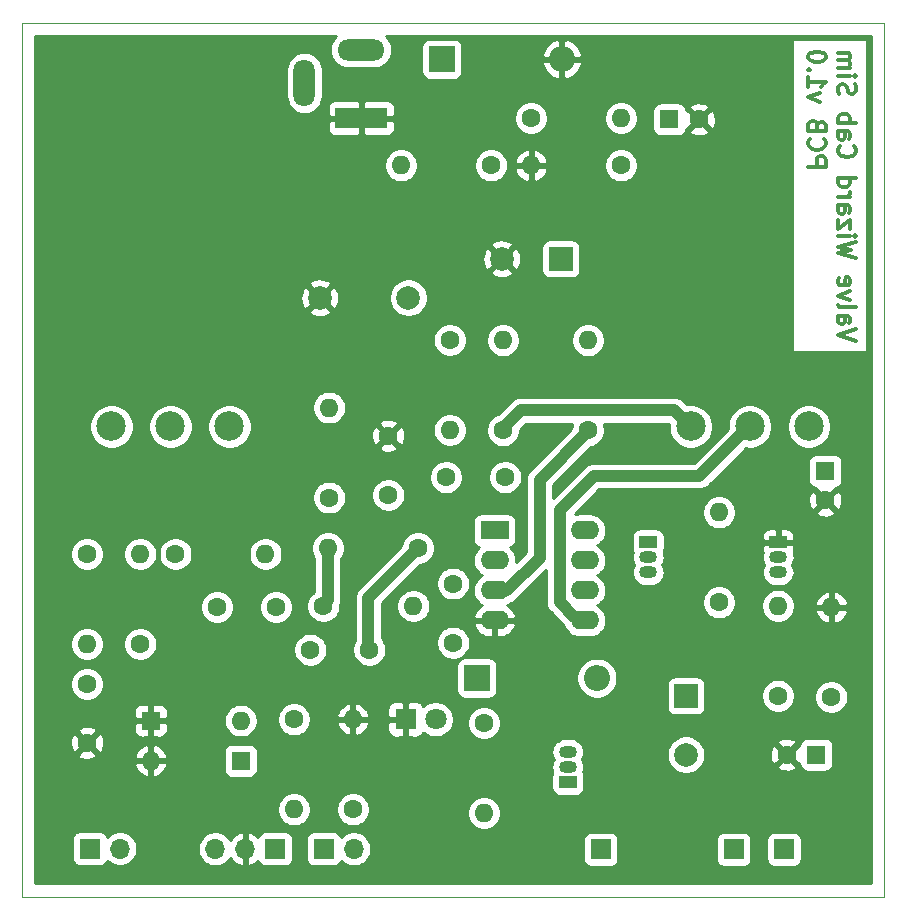
<source format=gbr>
%TF.GenerationSoftware,KiCad,Pcbnew,(5.1.10-1-10_14)*%
%TF.CreationDate,2021-12-12T22:41:03-05:00*%
%TF.ProjectId,Valve Wizard Cab Sim,56616c76-6520-4576-997a-617264204361,rev?*%
%TF.SameCoordinates,Original*%
%TF.FileFunction,Copper,L2,Bot*%
%TF.FilePolarity,Positive*%
%FSLAX46Y46*%
G04 Gerber Fmt 4.6, Leading zero omitted, Abs format (unit mm)*
G04 Created by KiCad (PCBNEW (5.1.10-1-10_14)) date 2021-12-12 22:41:03*
%MOMM*%
%LPD*%
G01*
G04 APERTURE LIST*
%TA.AperFunction,NonConductor*%
%ADD10C,0.300000*%
%TD*%
%TA.AperFunction,Profile*%
%ADD11C,0.100000*%
%TD*%
%TA.AperFunction,ComponentPad*%
%ADD12O,2.400000X1.600000*%
%TD*%
%TA.AperFunction,ComponentPad*%
%ADD13R,2.400000X1.600000*%
%TD*%
%TA.AperFunction,ComponentPad*%
%ADD14O,1.700000X1.700000*%
%TD*%
%TA.AperFunction,ComponentPad*%
%ADD15R,1.700000X1.700000*%
%TD*%
%TA.AperFunction,ComponentPad*%
%ADD16C,2.500000*%
%TD*%
%TA.AperFunction,ComponentPad*%
%ADD17C,1.600000*%
%TD*%
%TA.AperFunction,ComponentPad*%
%ADD18R,1.600000X1.600000*%
%TD*%
%TA.AperFunction,ComponentPad*%
%ADD19O,1.600000X1.600000*%
%TD*%
%TA.AperFunction,ComponentPad*%
%ADD20R,1.500000X1.050000*%
%TD*%
%TA.AperFunction,ComponentPad*%
%ADD21O,1.500000X1.050000*%
%TD*%
%TA.AperFunction,ComponentPad*%
%ADD22C,1.800000*%
%TD*%
%TA.AperFunction,ComponentPad*%
%ADD23R,1.800000X1.800000*%
%TD*%
%TA.AperFunction,ComponentPad*%
%ADD24C,2.000000*%
%TD*%
%TA.AperFunction,ComponentPad*%
%ADD25R,4.400000X1.800000*%
%TD*%
%TA.AperFunction,ComponentPad*%
%ADD26O,4.000000X1.800000*%
%TD*%
%TA.AperFunction,ComponentPad*%
%ADD27O,1.800000X4.000000*%
%TD*%
%TA.AperFunction,ComponentPad*%
%ADD28O,2.200000X2.200000*%
%TD*%
%TA.AperFunction,ComponentPad*%
%ADD29R,2.200000X2.200000*%
%TD*%
%TA.AperFunction,ComponentPad*%
%ADD30R,2.000000X2.000000*%
%TD*%
%TA.AperFunction,Conductor*%
%ADD31C,1.000000*%
%TD*%
%TA.AperFunction,Conductor*%
%ADD32C,0.254000*%
%TD*%
%TA.AperFunction,Conductor*%
%ADD33C,0.100000*%
%TD*%
G04 APERTURE END LIST*
D10*
X109596428Y-83980714D02*
X108096428Y-83480714D01*
X109596428Y-82980714D01*
X108096428Y-81837857D02*
X108882142Y-81837857D01*
X109025000Y-81909285D01*
X109096428Y-82052142D01*
X109096428Y-82337857D01*
X109025000Y-82480714D01*
X108167857Y-81837857D02*
X108096428Y-81980714D01*
X108096428Y-82337857D01*
X108167857Y-82480714D01*
X108310714Y-82552142D01*
X108453571Y-82552142D01*
X108596428Y-82480714D01*
X108667857Y-82337857D01*
X108667857Y-81980714D01*
X108739285Y-81837857D01*
X108096428Y-80909285D02*
X108167857Y-81052142D01*
X108310714Y-81123571D01*
X109596428Y-81123571D01*
X109096428Y-80480714D02*
X108096428Y-80123571D01*
X109096428Y-79766428D01*
X108167857Y-78623571D02*
X108096428Y-78766428D01*
X108096428Y-79052142D01*
X108167857Y-79195000D01*
X108310714Y-79266428D01*
X108882142Y-79266428D01*
X109025000Y-79195000D01*
X109096428Y-79052142D01*
X109096428Y-78766428D01*
X109025000Y-78623571D01*
X108882142Y-78552142D01*
X108739285Y-78552142D01*
X108596428Y-79266428D01*
X109596428Y-76909285D02*
X108096428Y-76552142D01*
X109167857Y-76266428D01*
X108096428Y-75980714D01*
X109596428Y-75623571D01*
X108096428Y-75052142D02*
X109096428Y-75052142D01*
X109596428Y-75052142D02*
X109525000Y-75123571D01*
X109453571Y-75052142D01*
X109525000Y-74980714D01*
X109596428Y-75052142D01*
X109453571Y-75052142D01*
X109096428Y-74480714D02*
X109096428Y-73695000D01*
X108096428Y-74480714D01*
X108096428Y-73695000D01*
X108096428Y-72480714D02*
X108882142Y-72480714D01*
X109025000Y-72552142D01*
X109096428Y-72695000D01*
X109096428Y-72980714D01*
X109025000Y-73123571D01*
X108167857Y-72480714D02*
X108096428Y-72623571D01*
X108096428Y-72980714D01*
X108167857Y-73123571D01*
X108310714Y-73195000D01*
X108453571Y-73195000D01*
X108596428Y-73123571D01*
X108667857Y-72980714D01*
X108667857Y-72623571D01*
X108739285Y-72480714D01*
X108096428Y-71766428D02*
X109096428Y-71766428D01*
X108810714Y-71766428D02*
X108953571Y-71695000D01*
X109025000Y-71623571D01*
X109096428Y-71480714D01*
X109096428Y-71337857D01*
X108096428Y-70195000D02*
X109596428Y-70195000D01*
X108167857Y-70195000D02*
X108096428Y-70337857D01*
X108096428Y-70623571D01*
X108167857Y-70766428D01*
X108239285Y-70837857D01*
X108382142Y-70909285D01*
X108810714Y-70909285D01*
X108953571Y-70837857D01*
X109025000Y-70766428D01*
X109096428Y-70623571D01*
X109096428Y-70337857D01*
X109025000Y-70195000D01*
X108239285Y-67480714D02*
X108167857Y-67552142D01*
X108096428Y-67766428D01*
X108096428Y-67909285D01*
X108167857Y-68123571D01*
X108310714Y-68266428D01*
X108453571Y-68337857D01*
X108739285Y-68409285D01*
X108953571Y-68409285D01*
X109239285Y-68337857D01*
X109382142Y-68266428D01*
X109525000Y-68123571D01*
X109596428Y-67909285D01*
X109596428Y-67766428D01*
X109525000Y-67552142D01*
X109453571Y-67480714D01*
X108096428Y-66195000D02*
X108882142Y-66195000D01*
X109025000Y-66266428D01*
X109096428Y-66409285D01*
X109096428Y-66695000D01*
X109025000Y-66837857D01*
X108167857Y-66195000D02*
X108096428Y-66337857D01*
X108096428Y-66695000D01*
X108167857Y-66837857D01*
X108310714Y-66909285D01*
X108453571Y-66909285D01*
X108596428Y-66837857D01*
X108667857Y-66695000D01*
X108667857Y-66337857D01*
X108739285Y-66195000D01*
X108096428Y-65480714D02*
X109596428Y-65480714D01*
X109025000Y-65480714D02*
X109096428Y-65337857D01*
X109096428Y-65052142D01*
X109025000Y-64909285D01*
X108953571Y-64837857D01*
X108810714Y-64766428D01*
X108382142Y-64766428D01*
X108239285Y-64837857D01*
X108167857Y-64909285D01*
X108096428Y-65052142D01*
X108096428Y-65337857D01*
X108167857Y-65480714D01*
X108167857Y-63052142D02*
X108096428Y-62837857D01*
X108096428Y-62480714D01*
X108167857Y-62337857D01*
X108239285Y-62266428D01*
X108382142Y-62195000D01*
X108525000Y-62195000D01*
X108667857Y-62266428D01*
X108739285Y-62337857D01*
X108810714Y-62480714D01*
X108882142Y-62766428D01*
X108953571Y-62909285D01*
X109025000Y-62980714D01*
X109167857Y-63052142D01*
X109310714Y-63052142D01*
X109453571Y-62980714D01*
X109525000Y-62909285D01*
X109596428Y-62766428D01*
X109596428Y-62409285D01*
X109525000Y-62195000D01*
X108096428Y-61552142D02*
X109096428Y-61552142D01*
X109596428Y-61552142D02*
X109525000Y-61623571D01*
X109453571Y-61552142D01*
X109525000Y-61480714D01*
X109596428Y-61552142D01*
X109453571Y-61552142D01*
X108096428Y-60837857D02*
X109096428Y-60837857D01*
X108953571Y-60837857D02*
X109025000Y-60766428D01*
X109096428Y-60623571D01*
X109096428Y-60409285D01*
X109025000Y-60266428D01*
X108882142Y-60195000D01*
X108096428Y-60195000D01*
X108882142Y-60195000D02*
X109025000Y-60123571D01*
X109096428Y-59980714D01*
X109096428Y-59766428D01*
X109025000Y-59623571D01*
X108882142Y-59552142D01*
X108096428Y-59552142D01*
X105546428Y-69195000D02*
X107046428Y-69195000D01*
X107046428Y-68623571D01*
X106975000Y-68480714D01*
X106903571Y-68409285D01*
X106760714Y-68337857D01*
X106546428Y-68337857D01*
X106403571Y-68409285D01*
X106332142Y-68480714D01*
X106260714Y-68623571D01*
X106260714Y-69195000D01*
X105689285Y-66837857D02*
X105617857Y-66909285D01*
X105546428Y-67123571D01*
X105546428Y-67266428D01*
X105617857Y-67480714D01*
X105760714Y-67623571D01*
X105903571Y-67695000D01*
X106189285Y-67766428D01*
X106403571Y-67766428D01*
X106689285Y-67695000D01*
X106832142Y-67623571D01*
X106975000Y-67480714D01*
X107046428Y-67266428D01*
X107046428Y-67123571D01*
X106975000Y-66909285D01*
X106903571Y-66837857D01*
X106332142Y-65695000D02*
X106260714Y-65480714D01*
X106189285Y-65409285D01*
X106046428Y-65337857D01*
X105832142Y-65337857D01*
X105689285Y-65409285D01*
X105617857Y-65480714D01*
X105546428Y-65623571D01*
X105546428Y-66195000D01*
X107046428Y-66195000D01*
X107046428Y-65695000D01*
X106975000Y-65552142D01*
X106903571Y-65480714D01*
X106760714Y-65409285D01*
X106617857Y-65409285D01*
X106475000Y-65480714D01*
X106403571Y-65552142D01*
X106332142Y-65695000D01*
X106332142Y-66195000D01*
X106546428Y-63695000D02*
X105546428Y-63337857D01*
X106546428Y-62980714D01*
X105546428Y-61623571D02*
X105546428Y-62480714D01*
X105546428Y-62052142D02*
X107046428Y-62052142D01*
X106832142Y-62195000D01*
X106689285Y-62337857D01*
X106617857Y-62480714D01*
X105689285Y-60980714D02*
X105617857Y-60909285D01*
X105546428Y-60980714D01*
X105617857Y-61052142D01*
X105689285Y-60980714D01*
X105546428Y-60980714D01*
X107046428Y-59980714D02*
X107046428Y-59837857D01*
X106975000Y-59695000D01*
X106903571Y-59623571D01*
X106760714Y-59552142D01*
X106475000Y-59480714D01*
X106117857Y-59480714D01*
X105832142Y-59552142D01*
X105689285Y-59623571D01*
X105617857Y-59695000D01*
X105546428Y-59837857D01*
X105546428Y-59980714D01*
X105617857Y-60123571D01*
X105689285Y-60195000D01*
X105832142Y-60266428D01*
X106117857Y-60337857D01*
X106475000Y-60337857D01*
X106760714Y-60266428D01*
X106903571Y-60195000D01*
X106975000Y-60123571D01*
X107046428Y-59980714D01*
D11*
X112000000Y-57000000D02*
X112000000Y-131000000D01*
X39000000Y-57000000D02*
X112000000Y-57000000D01*
X39000000Y-131000000D02*
X39000000Y-57000000D01*
X112000000Y-131000000D02*
X39000000Y-131000000D01*
D12*
%TO.P,U1,8*%
%TO.N,9V*%
X86620000Y-100000000D03*
%TO.P,U1,4*%
%TO.N,IN_S*%
X79000000Y-107620000D03*
%TO.P,U1,7*%
%TO.N,Net-(Q1-Pad2)*%
X86620000Y-102540000D03*
%TO.P,U1,3*%
%TO.N,Net-(C3-Pad2)*%
X79000000Y-105080000D03*
%TO.P,U1,6*%
%TO.N,Net-(Q1-Pad3)*%
X86620000Y-105080000D03*
%TO.P,U1,2*%
%TO.N,Net-(C4-Pad1)*%
X79000000Y-102540000D03*
%TO.P,U1,5*%
%TO.N,Net-(RV2-Pad2)*%
X86620000Y-107620000D03*
D13*
%TO.P,U1,1*%
%TO.N,Net-(C6-Pad2)*%
X79000000Y-100000000D03*
%TD*%
D14*
%TO.P,J4,2*%
%TO.N,IN_R*%
X47270000Y-126940000D03*
D15*
%TO.P,J4,1*%
%TO.N,Net-(J3-Pad3)*%
X44730000Y-126940000D03*
%TD*%
%TO.P,J7,1*%
%TO.N,Net-(C12-Pad1)*%
X103500000Y-127000000D03*
%TD*%
D16*
%TO.P,RV2,3*%
%TO.N,Net-(C10-Pad1)*%
X105610000Y-91200000D03*
%TO.P,RV2,2*%
%TO.N,Net-(RV2-Pad2)*%
X100610000Y-91200000D03*
%TO.P,RV2,1*%
%TO.N,Net-(C8-Pad2)*%
X95610000Y-91200000D03*
%TD*%
%TO.P,RV1,3*%
%TO.N,Net-(R12-Pad2)*%
X56550000Y-91200000D03*
%TO.P,RV1,2*%
%TO.N,Net-(C4-Pad2)*%
X51550000Y-91200000D03*
%TO.P,RV1,1*%
%TO.N,Net-(R11-Pad1)*%
X46550000Y-91200000D03*
%TD*%
D14*
%TO.P,J6,2*%
%TO.N,FS_NC1*%
X67070000Y-126970000D03*
D15*
%TO.P,J6,1*%
%TO.N,FS_IN*%
X64530000Y-126970000D03*
%TD*%
%TO.P,J5,1*%
%TO.N,FS_NC2*%
X88000000Y-127000000D03*
%TD*%
%TO.P,J2,1*%
%TO.N,FS_IN2*%
X99250000Y-127000000D03*
%TD*%
D14*
%TO.P,J1,3*%
%TO.N,IN_R*%
X55350000Y-126970000D03*
%TO.P,J1,2*%
%TO.N,IN_S*%
X57890000Y-126970000D03*
D15*
%TO.P,J1,1*%
%TO.N,FS_IN*%
X60430000Y-126970000D03*
%TD*%
D17*
%TO.P,C12,2*%
%TO.N,IN_S*%
X103740000Y-118980000D03*
D18*
%TO.P,C12,1*%
%TO.N,Net-(C12-Pad1)*%
X106240000Y-118980000D03*
%TD*%
D17*
%TO.P,C7,2*%
%TO.N,IN_S*%
X70000000Y-92000000D03*
%TO.P,C7,1*%
%TO.N,Net-(C7-Pad1)*%
X70000000Y-97000000D03*
%TD*%
%TO.P,C8,2*%
%TO.N,Net-(C8-Pad2)*%
X79900000Y-95500000D03*
%TO.P,C8,1*%
%TO.N,Net-(C6-Pad2)*%
X74900000Y-95500000D03*
%TD*%
%TO.P,C5,2*%
%TO.N,IN_S*%
X44500000Y-118000000D03*
%TO.P,C5,1*%
%TO.N,Net-(C5-Pad1)*%
X44500000Y-113000000D03*
%TD*%
D19*
%TO.P,R18,2*%
%TO.N,Net-(Q3-Pad1)*%
X78100000Y-123920000D03*
D17*
%TO.P,R18,1*%
%TO.N,Net-(D2-Pad1)*%
X78100000Y-116300000D03*
%TD*%
D19*
%TO.P,R17,2*%
%TO.N,IN_S*%
X107500000Y-106500000D03*
D17*
%TO.P,R17,1*%
%TO.N,FS_IN2*%
X107500000Y-114120000D03*
%TD*%
D19*
%TO.P,R16,2*%
%TO.N,Net-(Q1-Pad3)*%
X103000000Y-106380000D03*
D17*
%TO.P,R16,1*%
%TO.N,Net-(C11-Pad1)*%
X103000000Y-114000000D03*
%TD*%
D19*
%TO.P,R15,2*%
%TO.N,Net-(Q1-Pad2)*%
X98000000Y-98480000D03*
D17*
%TO.P,R15,1*%
%TO.N,Net-(Q1-Pad3)*%
X98000000Y-106100000D03*
%TD*%
D19*
%TO.P,R14,2*%
%TO.N,Net-(C9-Pad1)*%
X79700000Y-83900000D03*
D17*
%TO.P,R14,1*%
%TO.N,Net-(C8-Pad2)*%
X79700000Y-91520000D03*
%TD*%
D19*
%TO.P,R13,2*%
%TO.N,Net-(C6-Pad2)*%
X75200000Y-91500000D03*
D17*
%TO.P,R13,1*%
%TO.N,Net-(C9-Pad1)*%
X75200000Y-83880000D03*
%TD*%
D19*
%TO.P,R12,2*%
%TO.N,Net-(R12-Pad2)*%
X65000000Y-89600000D03*
D17*
%TO.P,R12,1*%
%TO.N,Net-(C7-Pad1)*%
X65000000Y-97220000D03*
%TD*%
D19*
%TO.P,R11,2*%
%TO.N,Net-(C5-Pad1)*%
X44500000Y-109620000D03*
D17*
%TO.P,R11,1*%
%TO.N,Net-(R11-Pad1)*%
X44500000Y-102000000D03*
%TD*%
D19*
%TO.P,R10,2*%
%TO.N,Net-(C7-Pad1)*%
X64880000Y-101500000D03*
D17*
%TO.P,R10,1*%
%TO.N,Net-(C6-Pad2)*%
X72500000Y-101500000D03*
%TD*%
D19*
%TO.P,R9,2*%
%TO.N,Net-(C4-Pad2)*%
X72120000Y-106400000D03*
D17*
%TO.P,R9,1*%
%TO.N,Net-(C7-Pad1)*%
X64500000Y-106400000D03*
%TD*%
D19*
%TO.P,R8,2*%
%TO.N,Net-(C5-Pad1)*%
X49000000Y-102000000D03*
D17*
%TO.P,R8,1*%
%TO.N,Net-(C4-Pad2)*%
X49000000Y-109620000D03*
%TD*%
D19*
%TO.P,R7,2*%
%TO.N,Net-(C4-Pad1)*%
X59600000Y-102000000D03*
D17*
%TO.P,R7,1*%
%TO.N,Net-(C5-Pad1)*%
X51980000Y-102000000D03*
%TD*%
D19*
%TO.P,R6,2*%
%TO.N,4.5V*%
X86900000Y-83900000D03*
D17*
%TO.P,R6,1*%
%TO.N,Net-(C3-Pad2)*%
X86900000Y-91520000D03*
%TD*%
D19*
%TO.P,R5,2*%
%TO.N,FS_NC1*%
X62000000Y-123620000D03*
D17*
%TO.P,R5,1*%
%TO.N,Net-(C3-Pad1)*%
X62000000Y-116000000D03*
%TD*%
D19*
%TO.P,R4,2*%
%TO.N,IN_S*%
X67000000Y-116000000D03*
D17*
%TO.P,R4,1*%
%TO.N,FS_NC1*%
X67000000Y-123620000D03*
%TD*%
D19*
%TO.P,R3,2*%
%TO.N,IN_S*%
X82080000Y-69100000D03*
D17*
%TO.P,R3,1*%
%TO.N,4.5V*%
X89700000Y-69100000D03*
%TD*%
D19*
%TO.P,R2,2*%
%TO.N,4.5V*%
X89700000Y-65100000D03*
D17*
%TO.P,R2,1*%
%TO.N,9V*%
X82080000Y-65100000D03*
%TD*%
D19*
%TO.P,R1,2*%
%TO.N,Net-(J3-Pad2)*%
X71080000Y-69100000D03*
D17*
%TO.P,R1,1*%
%TO.N,9V*%
X78700000Y-69100000D03*
%TD*%
D20*
%TO.P,Q3,1*%
%TO.N,Net-(Q3-Pad1)*%
X85200000Y-121300000D03*
D21*
%TO.P,Q3,3*%
%TO.N,Net-(D3-Pad2)*%
X85200000Y-118760000D03*
%TO.P,Q3,2*%
%TO.N,FS_NC2*%
X85200000Y-120030000D03*
%TD*%
D20*
%TO.P,Q2,1*%
%TO.N,IN_S*%
X103000000Y-101000000D03*
D21*
%TO.P,Q2,3*%
%TO.N,Net-(Q1-Pad3)*%
X103000000Y-103540000D03*
%TO.P,Q2,2*%
%TO.N,Net-(Q1-Pad2)*%
X103000000Y-102270000D03*
%TD*%
D20*
%TO.P,Q1,1*%
%TO.N,9V*%
X92000000Y-101000000D03*
D21*
%TO.P,Q1,3*%
%TO.N,Net-(Q1-Pad3)*%
X92000000Y-103540000D03*
%TO.P,Q1,2*%
%TO.N,Net-(Q1-Pad2)*%
X92000000Y-102270000D03*
%TD*%
D22*
%TO.P,D3,2*%
%TO.N,Net-(D3-Pad2)*%
X74000000Y-116000000D03*
D23*
%TO.P,D3,1*%
%TO.N,IN_S*%
X71460000Y-116000000D03*
%TD*%
D24*
%TO.P,C9,2*%
%TO.N,IN_S*%
X64200000Y-80300000D03*
%TO.P,C9,1*%
%TO.N,Net-(C9-Pad1)*%
X71700000Y-80300000D03*
%TD*%
D17*
%TO.P,C6,2*%
%TO.N,Net-(C6-Pad2)*%
X68400000Y-110100000D03*
%TO.P,C6,1*%
%TO.N,Net-(C4-Pad2)*%
X63400000Y-110100000D03*
%TD*%
%TO.P,C4,2*%
%TO.N,Net-(C4-Pad2)*%
X55500000Y-106500000D03*
%TO.P,C4,1*%
%TO.N,Net-(C4-Pad1)*%
X60500000Y-106500000D03*
%TD*%
D25*
%TO.P,J3,1*%
%TO.N,IN_S*%
X67700000Y-65100000D03*
D26*
%TO.P,J3,2*%
%TO.N,Net-(J3-Pad2)*%
X67700000Y-59300000D03*
D27*
%TO.P,J3,3*%
%TO.N,Net-(J3-Pad3)*%
X62900000Y-62100000D03*
%TD*%
D19*
%TO.P,D5,2*%
%TO.N,Net-(C3-Pad1)*%
X57500000Y-116100000D03*
D18*
%TO.P,D5,1*%
%TO.N,IN_S*%
X49880000Y-116100000D03*
%TD*%
D19*
%TO.P,D4,2*%
%TO.N,IN_S*%
X49880000Y-119500000D03*
D18*
%TO.P,D4,1*%
%TO.N,Net-(C3-Pad1)*%
X57500000Y-119500000D03*
%TD*%
D28*
%TO.P,D2,2*%
%TO.N,FS_NC2*%
X87660000Y-112500000D03*
D29*
%TO.P,D2,1*%
%TO.N,Net-(D2-Pad1)*%
X77500000Y-112500000D03*
%TD*%
D28*
%TO.P,D1,2*%
%TO.N,IN_S*%
X84700000Y-60100000D03*
D29*
%TO.P,D1,1*%
%TO.N,9V*%
X74540000Y-60100000D03*
%TD*%
D24*
%TO.P,C11,2*%
%TO.N,FS_IN2*%
X95200000Y-119000000D03*
D30*
%TO.P,C11,1*%
%TO.N,Net-(C11-Pad1)*%
X95200000Y-114000000D03*
%TD*%
D17*
%TO.P,C10,2*%
%TO.N,IN_S*%
X107000000Y-97470000D03*
D18*
%TO.P,C10,1*%
%TO.N,Net-(C10-Pad1)*%
X107000000Y-94970000D03*
%TD*%
D17*
%TO.P,C3,2*%
%TO.N,Net-(C3-Pad2)*%
X75500000Y-104500000D03*
%TO.P,C3,1*%
%TO.N,Net-(C3-Pad1)*%
X75500000Y-109500000D03*
%TD*%
%TO.P,C2,2*%
%TO.N,IN_S*%
X96300000Y-65200000D03*
D18*
%TO.P,C2,1*%
%TO.N,4.5V*%
X93800000Y-65200000D03*
%TD*%
D24*
%TO.P,C1,2*%
%TO.N,IN_S*%
X79600000Y-77000000D03*
D30*
%TO.P,C1,1*%
%TO.N,9V*%
X84600000Y-77000000D03*
%TD*%
D31*
%TO.N,Net-(C3-Pad2)*%
X82800000Y-95700000D02*
X86800000Y-91700000D01*
X82800000Y-102300000D02*
X82800000Y-95700000D01*
X80020000Y-105080000D02*
X82800000Y-102300000D01*
X79000000Y-105080000D02*
X80020000Y-105080000D01*
%TO.N,Net-(C6-Pad2)*%
X72500000Y-101500000D02*
X68300000Y-105700000D01*
X68300000Y-105700000D02*
X68300000Y-110000000D01*
%TO.N,Net-(C7-Pad1)*%
X64880000Y-101500000D02*
X64880000Y-105920000D01*
X64880000Y-105920000D02*
X64400000Y-106400000D01*
%TO.N,Net-(C8-Pad2)*%
X79700000Y-91490000D02*
X79900000Y-91690000D01*
X79700000Y-91340000D02*
X79700000Y-91490000D01*
X81200000Y-89840000D02*
X79700000Y-91340000D01*
X94210000Y-89840000D02*
X81200000Y-89840000D01*
X95580000Y-91210000D02*
X94210000Y-89840000D01*
%TO.N,Net-(RV2-Pad2)*%
X100600000Y-91120000D02*
X96320000Y-95400000D01*
X96320000Y-95400000D02*
X87400000Y-95400000D01*
X87400000Y-95400000D02*
X84500000Y-98300000D01*
X84500000Y-106100000D02*
X85739913Y-107339913D01*
X84500000Y-98300000D02*
X84500000Y-106100000D01*
X85739913Y-107339913D02*
X86500000Y-107339913D01*
%TD*%
D32*
%TO.N,IN_S*%
X65509339Y-58209339D02*
X65317519Y-58443073D01*
X65174983Y-58709739D01*
X65087210Y-58999087D01*
X65057573Y-59300000D01*
X65087210Y-59600913D01*
X65174983Y-59890261D01*
X65317519Y-60156927D01*
X65509339Y-60390661D01*
X65743073Y-60582481D01*
X66009739Y-60725017D01*
X66299087Y-60812790D01*
X66524592Y-60835000D01*
X68875408Y-60835000D01*
X69100913Y-60812790D01*
X69390261Y-60725017D01*
X69656927Y-60582481D01*
X69890661Y-60390661D01*
X70082481Y-60156927D01*
X70225017Y-59890261D01*
X70312790Y-59600913D01*
X70342427Y-59300000D01*
X70312880Y-59000000D01*
X72801928Y-59000000D01*
X72801928Y-61200000D01*
X72814188Y-61324482D01*
X72850498Y-61444180D01*
X72909463Y-61554494D01*
X72988815Y-61651185D01*
X73085506Y-61730537D01*
X73195820Y-61789502D01*
X73315518Y-61825812D01*
X73440000Y-61838072D01*
X75640000Y-61838072D01*
X75764482Y-61825812D01*
X75884180Y-61789502D01*
X75994494Y-61730537D01*
X76091185Y-61651185D01*
X76170537Y-61554494D01*
X76229502Y-61444180D01*
X76265812Y-61324482D01*
X76278072Y-61200000D01*
X76278072Y-60496122D01*
X83010825Y-60496122D01*
X83075425Y-60709094D01*
X83225469Y-61014329D01*
X83432178Y-61284427D01*
X83687609Y-61509008D01*
X83981946Y-61679442D01*
X84303877Y-61789179D01*
X84573000Y-61671600D01*
X84573000Y-60227000D01*
X84827000Y-60227000D01*
X84827000Y-61671600D01*
X85096123Y-61789179D01*
X85418054Y-61679442D01*
X85712391Y-61509008D01*
X85967822Y-61284427D01*
X86174531Y-61014329D01*
X86324575Y-60709094D01*
X86389175Y-60496122D01*
X86271125Y-60227000D01*
X84827000Y-60227000D01*
X84573000Y-60227000D01*
X83128875Y-60227000D01*
X83010825Y-60496122D01*
X76278072Y-60496122D01*
X76278072Y-59703878D01*
X83010825Y-59703878D01*
X83128875Y-59973000D01*
X84573000Y-59973000D01*
X84573000Y-58528400D01*
X84827000Y-58528400D01*
X84827000Y-59973000D01*
X86271125Y-59973000D01*
X86389175Y-59703878D01*
X86324575Y-59490906D01*
X86174531Y-59185671D01*
X85967822Y-58915573D01*
X85712391Y-58690992D01*
X85418054Y-58520558D01*
X85096123Y-58410821D01*
X84827000Y-58528400D01*
X84573000Y-58528400D01*
X84303877Y-58410821D01*
X83981946Y-58520558D01*
X83687609Y-58690992D01*
X83432178Y-58915573D01*
X83225469Y-59185671D01*
X83075425Y-59490906D01*
X83010825Y-59703878D01*
X76278072Y-59703878D01*
X76278072Y-59000000D01*
X76265812Y-58875518D01*
X76229502Y-58755820D01*
X76170537Y-58645506D01*
X76091185Y-58548815D01*
X75994494Y-58469463D01*
X75884180Y-58410498D01*
X75764482Y-58374188D01*
X75671192Y-58365000D01*
X104195000Y-58365000D01*
X104195000Y-84863571D01*
X110565000Y-84863571D01*
X110565000Y-58365000D01*
X104195000Y-58365000D01*
X75671192Y-58365000D01*
X75640000Y-58361928D01*
X73440000Y-58361928D01*
X73315518Y-58374188D01*
X73195820Y-58410498D01*
X73085506Y-58469463D01*
X72988815Y-58548815D01*
X72909463Y-58645506D01*
X72850498Y-58755820D01*
X72814188Y-58875518D01*
X72801928Y-59000000D01*
X70312880Y-59000000D01*
X70312790Y-58999087D01*
X70225017Y-58709739D01*
X70082481Y-58443073D01*
X69890661Y-58209339D01*
X69790330Y-58127000D01*
X110873000Y-58127000D01*
X110873000Y-129873000D01*
X40127000Y-129873000D01*
X40127000Y-126090000D01*
X43241928Y-126090000D01*
X43241928Y-127790000D01*
X43254188Y-127914482D01*
X43290498Y-128034180D01*
X43349463Y-128144494D01*
X43428815Y-128241185D01*
X43525506Y-128320537D01*
X43635820Y-128379502D01*
X43755518Y-128415812D01*
X43880000Y-128428072D01*
X45580000Y-128428072D01*
X45704482Y-128415812D01*
X45824180Y-128379502D01*
X45934494Y-128320537D01*
X46031185Y-128241185D01*
X46110537Y-128144494D01*
X46169502Y-128034180D01*
X46191513Y-127961620D01*
X46323368Y-128093475D01*
X46566589Y-128255990D01*
X46836842Y-128367932D01*
X47123740Y-128425000D01*
X47416260Y-128425000D01*
X47703158Y-128367932D01*
X47973411Y-128255990D01*
X48216632Y-128093475D01*
X48423475Y-127886632D01*
X48585990Y-127643411D01*
X48697932Y-127373158D01*
X48755000Y-127086260D01*
X48755000Y-126823740D01*
X53865000Y-126823740D01*
X53865000Y-127116260D01*
X53922068Y-127403158D01*
X54034010Y-127673411D01*
X54196525Y-127916632D01*
X54403368Y-128123475D01*
X54646589Y-128285990D01*
X54916842Y-128397932D01*
X55203740Y-128455000D01*
X55496260Y-128455000D01*
X55783158Y-128397932D01*
X56053411Y-128285990D01*
X56296632Y-128123475D01*
X56503475Y-127916632D01*
X56625195Y-127734466D01*
X56694822Y-127851355D01*
X56889731Y-128067588D01*
X57123080Y-128241641D01*
X57385901Y-128366825D01*
X57533110Y-128411476D01*
X57763000Y-128290155D01*
X57763000Y-127097000D01*
X57743000Y-127097000D01*
X57743000Y-126843000D01*
X57763000Y-126843000D01*
X57763000Y-125649845D01*
X58017000Y-125649845D01*
X58017000Y-126843000D01*
X58037000Y-126843000D01*
X58037000Y-127097000D01*
X58017000Y-127097000D01*
X58017000Y-128290155D01*
X58246890Y-128411476D01*
X58394099Y-128366825D01*
X58656920Y-128241641D01*
X58890269Y-128067588D01*
X58966034Y-127983534D01*
X58990498Y-128064180D01*
X59049463Y-128174494D01*
X59128815Y-128271185D01*
X59225506Y-128350537D01*
X59335820Y-128409502D01*
X59455518Y-128445812D01*
X59580000Y-128458072D01*
X61280000Y-128458072D01*
X61404482Y-128445812D01*
X61524180Y-128409502D01*
X61634494Y-128350537D01*
X61731185Y-128271185D01*
X61810537Y-128174494D01*
X61869502Y-128064180D01*
X61905812Y-127944482D01*
X61918072Y-127820000D01*
X61918072Y-126120000D01*
X63041928Y-126120000D01*
X63041928Y-127820000D01*
X63054188Y-127944482D01*
X63090498Y-128064180D01*
X63149463Y-128174494D01*
X63228815Y-128271185D01*
X63325506Y-128350537D01*
X63435820Y-128409502D01*
X63555518Y-128445812D01*
X63680000Y-128458072D01*
X65380000Y-128458072D01*
X65504482Y-128445812D01*
X65624180Y-128409502D01*
X65734494Y-128350537D01*
X65831185Y-128271185D01*
X65910537Y-128174494D01*
X65969502Y-128064180D01*
X65991513Y-127991620D01*
X66123368Y-128123475D01*
X66366589Y-128285990D01*
X66636842Y-128397932D01*
X66923740Y-128455000D01*
X67216260Y-128455000D01*
X67503158Y-128397932D01*
X67773411Y-128285990D01*
X68016632Y-128123475D01*
X68223475Y-127916632D01*
X68385990Y-127673411D01*
X68497932Y-127403158D01*
X68555000Y-127116260D01*
X68555000Y-126823740D01*
X68497932Y-126536842D01*
X68385990Y-126266589D01*
X68308088Y-126150000D01*
X86511928Y-126150000D01*
X86511928Y-127850000D01*
X86524188Y-127974482D01*
X86560498Y-128094180D01*
X86619463Y-128204494D01*
X86698815Y-128301185D01*
X86795506Y-128380537D01*
X86905820Y-128439502D01*
X87025518Y-128475812D01*
X87150000Y-128488072D01*
X88850000Y-128488072D01*
X88974482Y-128475812D01*
X89094180Y-128439502D01*
X89204494Y-128380537D01*
X89301185Y-128301185D01*
X89380537Y-128204494D01*
X89439502Y-128094180D01*
X89475812Y-127974482D01*
X89488072Y-127850000D01*
X89488072Y-126150000D01*
X97761928Y-126150000D01*
X97761928Y-127850000D01*
X97774188Y-127974482D01*
X97810498Y-128094180D01*
X97869463Y-128204494D01*
X97948815Y-128301185D01*
X98045506Y-128380537D01*
X98155820Y-128439502D01*
X98275518Y-128475812D01*
X98400000Y-128488072D01*
X100100000Y-128488072D01*
X100224482Y-128475812D01*
X100344180Y-128439502D01*
X100454494Y-128380537D01*
X100551185Y-128301185D01*
X100630537Y-128204494D01*
X100689502Y-128094180D01*
X100725812Y-127974482D01*
X100738072Y-127850000D01*
X100738072Y-126150000D01*
X102011928Y-126150000D01*
X102011928Y-127850000D01*
X102024188Y-127974482D01*
X102060498Y-128094180D01*
X102119463Y-128204494D01*
X102198815Y-128301185D01*
X102295506Y-128380537D01*
X102405820Y-128439502D01*
X102525518Y-128475812D01*
X102650000Y-128488072D01*
X104350000Y-128488072D01*
X104474482Y-128475812D01*
X104594180Y-128439502D01*
X104704494Y-128380537D01*
X104801185Y-128301185D01*
X104880537Y-128204494D01*
X104939502Y-128094180D01*
X104975812Y-127974482D01*
X104988072Y-127850000D01*
X104988072Y-126150000D01*
X104975812Y-126025518D01*
X104939502Y-125905820D01*
X104880537Y-125795506D01*
X104801185Y-125698815D01*
X104704494Y-125619463D01*
X104594180Y-125560498D01*
X104474482Y-125524188D01*
X104350000Y-125511928D01*
X102650000Y-125511928D01*
X102525518Y-125524188D01*
X102405820Y-125560498D01*
X102295506Y-125619463D01*
X102198815Y-125698815D01*
X102119463Y-125795506D01*
X102060498Y-125905820D01*
X102024188Y-126025518D01*
X102011928Y-126150000D01*
X100738072Y-126150000D01*
X100725812Y-126025518D01*
X100689502Y-125905820D01*
X100630537Y-125795506D01*
X100551185Y-125698815D01*
X100454494Y-125619463D01*
X100344180Y-125560498D01*
X100224482Y-125524188D01*
X100100000Y-125511928D01*
X98400000Y-125511928D01*
X98275518Y-125524188D01*
X98155820Y-125560498D01*
X98045506Y-125619463D01*
X97948815Y-125698815D01*
X97869463Y-125795506D01*
X97810498Y-125905820D01*
X97774188Y-126025518D01*
X97761928Y-126150000D01*
X89488072Y-126150000D01*
X89475812Y-126025518D01*
X89439502Y-125905820D01*
X89380537Y-125795506D01*
X89301185Y-125698815D01*
X89204494Y-125619463D01*
X89094180Y-125560498D01*
X88974482Y-125524188D01*
X88850000Y-125511928D01*
X87150000Y-125511928D01*
X87025518Y-125524188D01*
X86905820Y-125560498D01*
X86795506Y-125619463D01*
X86698815Y-125698815D01*
X86619463Y-125795506D01*
X86560498Y-125905820D01*
X86524188Y-126025518D01*
X86511928Y-126150000D01*
X68308088Y-126150000D01*
X68223475Y-126023368D01*
X68016632Y-125816525D01*
X67773411Y-125654010D01*
X67503158Y-125542068D01*
X67216260Y-125485000D01*
X66923740Y-125485000D01*
X66636842Y-125542068D01*
X66366589Y-125654010D01*
X66123368Y-125816525D01*
X65991513Y-125948380D01*
X65969502Y-125875820D01*
X65910537Y-125765506D01*
X65831185Y-125668815D01*
X65734494Y-125589463D01*
X65624180Y-125530498D01*
X65504482Y-125494188D01*
X65380000Y-125481928D01*
X63680000Y-125481928D01*
X63555518Y-125494188D01*
X63435820Y-125530498D01*
X63325506Y-125589463D01*
X63228815Y-125668815D01*
X63149463Y-125765506D01*
X63090498Y-125875820D01*
X63054188Y-125995518D01*
X63041928Y-126120000D01*
X61918072Y-126120000D01*
X61905812Y-125995518D01*
X61869502Y-125875820D01*
X61810537Y-125765506D01*
X61731185Y-125668815D01*
X61634494Y-125589463D01*
X61524180Y-125530498D01*
X61404482Y-125494188D01*
X61280000Y-125481928D01*
X59580000Y-125481928D01*
X59455518Y-125494188D01*
X59335820Y-125530498D01*
X59225506Y-125589463D01*
X59128815Y-125668815D01*
X59049463Y-125765506D01*
X58990498Y-125875820D01*
X58966034Y-125956466D01*
X58890269Y-125872412D01*
X58656920Y-125698359D01*
X58394099Y-125573175D01*
X58246890Y-125528524D01*
X58017000Y-125649845D01*
X57763000Y-125649845D01*
X57533110Y-125528524D01*
X57385901Y-125573175D01*
X57123080Y-125698359D01*
X56889731Y-125872412D01*
X56694822Y-126088645D01*
X56625195Y-126205534D01*
X56503475Y-126023368D01*
X56296632Y-125816525D01*
X56053411Y-125654010D01*
X55783158Y-125542068D01*
X55496260Y-125485000D01*
X55203740Y-125485000D01*
X54916842Y-125542068D01*
X54646589Y-125654010D01*
X54403368Y-125816525D01*
X54196525Y-126023368D01*
X54034010Y-126266589D01*
X53922068Y-126536842D01*
X53865000Y-126823740D01*
X48755000Y-126823740D01*
X48755000Y-126793740D01*
X48697932Y-126506842D01*
X48585990Y-126236589D01*
X48423475Y-125993368D01*
X48216632Y-125786525D01*
X47973411Y-125624010D01*
X47703158Y-125512068D01*
X47416260Y-125455000D01*
X47123740Y-125455000D01*
X46836842Y-125512068D01*
X46566589Y-125624010D01*
X46323368Y-125786525D01*
X46191513Y-125918380D01*
X46169502Y-125845820D01*
X46110537Y-125735506D01*
X46031185Y-125638815D01*
X45934494Y-125559463D01*
X45824180Y-125500498D01*
X45704482Y-125464188D01*
X45580000Y-125451928D01*
X43880000Y-125451928D01*
X43755518Y-125464188D01*
X43635820Y-125500498D01*
X43525506Y-125559463D01*
X43428815Y-125638815D01*
X43349463Y-125735506D01*
X43290498Y-125845820D01*
X43254188Y-125965518D01*
X43241928Y-126090000D01*
X40127000Y-126090000D01*
X40127000Y-123478665D01*
X60565000Y-123478665D01*
X60565000Y-123761335D01*
X60620147Y-124038574D01*
X60728320Y-124299727D01*
X60885363Y-124534759D01*
X61085241Y-124734637D01*
X61320273Y-124891680D01*
X61581426Y-124999853D01*
X61858665Y-125055000D01*
X62141335Y-125055000D01*
X62418574Y-124999853D01*
X62679727Y-124891680D01*
X62914759Y-124734637D01*
X63114637Y-124534759D01*
X63271680Y-124299727D01*
X63379853Y-124038574D01*
X63435000Y-123761335D01*
X63435000Y-123478665D01*
X65565000Y-123478665D01*
X65565000Y-123761335D01*
X65620147Y-124038574D01*
X65728320Y-124299727D01*
X65885363Y-124534759D01*
X66085241Y-124734637D01*
X66320273Y-124891680D01*
X66581426Y-124999853D01*
X66858665Y-125055000D01*
X67141335Y-125055000D01*
X67418574Y-124999853D01*
X67679727Y-124891680D01*
X67914759Y-124734637D01*
X68114637Y-124534759D01*
X68271680Y-124299727D01*
X68379853Y-124038574D01*
X68431552Y-123778665D01*
X76665000Y-123778665D01*
X76665000Y-124061335D01*
X76720147Y-124338574D01*
X76828320Y-124599727D01*
X76985363Y-124834759D01*
X77185241Y-125034637D01*
X77420273Y-125191680D01*
X77681426Y-125299853D01*
X77958665Y-125355000D01*
X78241335Y-125355000D01*
X78518574Y-125299853D01*
X78779727Y-125191680D01*
X79014759Y-125034637D01*
X79214637Y-124834759D01*
X79371680Y-124599727D01*
X79479853Y-124338574D01*
X79535000Y-124061335D01*
X79535000Y-123778665D01*
X79479853Y-123501426D01*
X79371680Y-123240273D01*
X79214637Y-123005241D01*
X79014759Y-122805363D01*
X78779727Y-122648320D01*
X78518574Y-122540147D01*
X78241335Y-122485000D01*
X77958665Y-122485000D01*
X77681426Y-122540147D01*
X77420273Y-122648320D01*
X77185241Y-122805363D01*
X76985363Y-123005241D01*
X76828320Y-123240273D01*
X76720147Y-123501426D01*
X76665000Y-123778665D01*
X68431552Y-123778665D01*
X68435000Y-123761335D01*
X68435000Y-123478665D01*
X68379853Y-123201426D01*
X68271680Y-122940273D01*
X68114637Y-122705241D01*
X67914759Y-122505363D01*
X67679727Y-122348320D01*
X67418574Y-122240147D01*
X67141335Y-122185000D01*
X66858665Y-122185000D01*
X66581426Y-122240147D01*
X66320273Y-122348320D01*
X66085241Y-122505363D01*
X65885363Y-122705241D01*
X65728320Y-122940273D01*
X65620147Y-123201426D01*
X65565000Y-123478665D01*
X63435000Y-123478665D01*
X63379853Y-123201426D01*
X63271680Y-122940273D01*
X63114637Y-122705241D01*
X62914759Y-122505363D01*
X62679727Y-122348320D01*
X62418574Y-122240147D01*
X62141335Y-122185000D01*
X61858665Y-122185000D01*
X61581426Y-122240147D01*
X61320273Y-122348320D01*
X61085241Y-122505363D01*
X60885363Y-122705241D01*
X60728320Y-122940273D01*
X60620147Y-123201426D01*
X60565000Y-123478665D01*
X40127000Y-123478665D01*
X40127000Y-119849039D01*
X48488096Y-119849039D01*
X48528754Y-119983087D01*
X48648963Y-120237420D01*
X48816481Y-120463414D01*
X49024869Y-120652385D01*
X49266119Y-120797070D01*
X49530960Y-120891909D01*
X49753000Y-120770624D01*
X49753000Y-119627000D01*
X50007000Y-119627000D01*
X50007000Y-120770624D01*
X50229040Y-120891909D01*
X50493881Y-120797070D01*
X50735131Y-120652385D01*
X50943519Y-120463414D01*
X51111037Y-120237420D01*
X51231246Y-119983087D01*
X51271904Y-119849039D01*
X51149915Y-119627000D01*
X50007000Y-119627000D01*
X49753000Y-119627000D01*
X48610085Y-119627000D01*
X48488096Y-119849039D01*
X40127000Y-119849039D01*
X40127000Y-118992702D01*
X43686903Y-118992702D01*
X43758486Y-119236671D01*
X44013996Y-119357571D01*
X44288184Y-119426300D01*
X44570512Y-119440217D01*
X44850130Y-119398787D01*
X45116292Y-119303603D01*
X45241514Y-119236671D01*
X45266662Y-119150961D01*
X48488096Y-119150961D01*
X48610085Y-119373000D01*
X49753000Y-119373000D01*
X49753000Y-118229376D01*
X50007000Y-118229376D01*
X50007000Y-119373000D01*
X51149915Y-119373000D01*
X51271904Y-119150961D01*
X51231246Y-119016913D01*
X51111037Y-118762580D01*
X51064650Y-118700000D01*
X56061928Y-118700000D01*
X56061928Y-120300000D01*
X56074188Y-120424482D01*
X56110498Y-120544180D01*
X56169463Y-120654494D01*
X56248815Y-120751185D01*
X56345506Y-120830537D01*
X56455820Y-120889502D01*
X56575518Y-120925812D01*
X56700000Y-120938072D01*
X58300000Y-120938072D01*
X58424482Y-120925812D01*
X58544180Y-120889502D01*
X58654494Y-120830537D01*
X58751185Y-120751185D01*
X58830537Y-120654494D01*
X58889502Y-120544180D01*
X58925812Y-120424482D01*
X58938072Y-120300000D01*
X58938072Y-118760000D01*
X83809388Y-118760000D01*
X83831785Y-118987400D01*
X83898115Y-119206060D01*
X83999105Y-119395000D01*
X83898115Y-119583940D01*
X83831785Y-119802600D01*
X83809388Y-120030000D01*
X83831785Y-120257400D01*
X83895093Y-120466098D01*
X83860498Y-120530820D01*
X83824188Y-120650518D01*
X83811928Y-120775000D01*
X83811928Y-121825000D01*
X83824188Y-121949482D01*
X83860498Y-122069180D01*
X83919463Y-122179494D01*
X83998815Y-122276185D01*
X84095506Y-122355537D01*
X84205820Y-122414502D01*
X84325518Y-122450812D01*
X84450000Y-122463072D01*
X85950000Y-122463072D01*
X86074482Y-122450812D01*
X86194180Y-122414502D01*
X86304494Y-122355537D01*
X86401185Y-122276185D01*
X86480537Y-122179494D01*
X86539502Y-122069180D01*
X86575812Y-121949482D01*
X86588072Y-121825000D01*
X86588072Y-120775000D01*
X86575812Y-120650518D01*
X86539502Y-120530820D01*
X86504907Y-120466098D01*
X86568215Y-120257400D01*
X86590612Y-120030000D01*
X86568215Y-119802600D01*
X86501885Y-119583940D01*
X86400895Y-119395000D01*
X86501885Y-119206060D01*
X86568215Y-118987400D01*
X86582834Y-118838967D01*
X93565000Y-118838967D01*
X93565000Y-119161033D01*
X93627832Y-119476912D01*
X93751082Y-119774463D01*
X93930013Y-120042252D01*
X94157748Y-120269987D01*
X94425537Y-120448918D01*
X94723088Y-120572168D01*
X95038967Y-120635000D01*
X95361033Y-120635000D01*
X95676912Y-120572168D01*
X95974463Y-120448918D01*
X96242252Y-120269987D01*
X96469987Y-120042252D01*
X96516458Y-119972702D01*
X102926903Y-119972702D01*
X102998486Y-120216671D01*
X103253996Y-120337571D01*
X103528184Y-120406300D01*
X103810512Y-120420217D01*
X104090130Y-120378787D01*
X104356292Y-120283603D01*
X104481514Y-120216671D01*
X104553097Y-119972702D01*
X103740000Y-119159605D01*
X102926903Y-119972702D01*
X96516458Y-119972702D01*
X96648918Y-119774463D01*
X96772168Y-119476912D01*
X96835000Y-119161033D01*
X96835000Y-119050512D01*
X102299783Y-119050512D01*
X102341213Y-119330130D01*
X102436397Y-119596292D01*
X102503329Y-119721514D01*
X102747298Y-119793097D01*
X103560395Y-118980000D01*
X103919605Y-118980000D01*
X104732702Y-119793097D01*
X104801928Y-119772785D01*
X104801928Y-119780000D01*
X104814188Y-119904482D01*
X104850498Y-120024180D01*
X104909463Y-120134494D01*
X104988815Y-120231185D01*
X105085506Y-120310537D01*
X105195820Y-120369502D01*
X105315518Y-120405812D01*
X105440000Y-120418072D01*
X107040000Y-120418072D01*
X107164482Y-120405812D01*
X107284180Y-120369502D01*
X107394494Y-120310537D01*
X107491185Y-120231185D01*
X107570537Y-120134494D01*
X107629502Y-120024180D01*
X107665812Y-119904482D01*
X107678072Y-119780000D01*
X107678072Y-118180000D01*
X107665812Y-118055518D01*
X107629502Y-117935820D01*
X107570537Y-117825506D01*
X107491185Y-117728815D01*
X107394494Y-117649463D01*
X107284180Y-117590498D01*
X107164482Y-117554188D01*
X107040000Y-117541928D01*
X105440000Y-117541928D01*
X105315518Y-117554188D01*
X105195820Y-117590498D01*
X105085506Y-117649463D01*
X104988815Y-117728815D01*
X104909463Y-117825506D01*
X104850498Y-117935820D01*
X104814188Y-118055518D01*
X104801928Y-118180000D01*
X104801928Y-118187215D01*
X104732702Y-118166903D01*
X103919605Y-118980000D01*
X103560395Y-118980000D01*
X102747298Y-118166903D01*
X102503329Y-118238486D01*
X102382429Y-118493996D01*
X102313700Y-118768184D01*
X102299783Y-119050512D01*
X96835000Y-119050512D01*
X96835000Y-118838967D01*
X96772168Y-118523088D01*
X96648918Y-118225537D01*
X96489732Y-117987298D01*
X102926903Y-117987298D01*
X103740000Y-118800395D01*
X104553097Y-117987298D01*
X104481514Y-117743329D01*
X104226004Y-117622429D01*
X103951816Y-117553700D01*
X103669488Y-117539783D01*
X103389870Y-117581213D01*
X103123708Y-117676397D01*
X102998486Y-117743329D01*
X102926903Y-117987298D01*
X96489732Y-117987298D01*
X96469987Y-117957748D01*
X96242252Y-117730013D01*
X95974463Y-117551082D01*
X95676912Y-117427832D01*
X95361033Y-117365000D01*
X95038967Y-117365000D01*
X94723088Y-117427832D01*
X94425537Y-117551082D01*
X94157748Y-117730013D01*
X93930013Y-117957748D01*
X93751082Y-118225537D01*
X93627832Y-118523088D01*
X93565000Y-118838967D01*
X86582834Y-118838967D01*
X86590612Y-118760000D01*
X86568215Y-118532600D01*
X86501885Y-118313940D01*
X86394171Y-118112421D01*
X86249212Y-117935788D01*
X86072579Y-117790829D01*
X85871060Y-117683115D01*
X85652400Y-117616785D01*
X85481979Y-117600000D01*
X84918021Y-117600000D01*
X84747600Y-117616785D01*
X84528940Y-117683115D01*
X84327421Y-117790829D01*
X84150788Y-117935788D01*
X84005829Y-118112421D01*
X83898115Y-118313940D01*
X83831785Y-118532600D01*
X83809388Y-118760000D01*
X58938072Y-118760000D01*
X58938072Y-118700000D01*
X58925812Y-118575518D01*
X58889502Y-118455820D01*
X58830537Y-118345506D01*
X58751185Y-118248815D01*
X58654494Y-118169463D01*
X58544180Y-118110498D01*
X58424482Y-118074188D01*
X58300000Y-118061928D01*
X56700000Y-118061928D01*
X56575518Y-118074188D01*
X56455820Y-118110498D01*
X56345506Y-118169463D01*
X56248815Y-118248815D01*
X56169463Y-118345506D01*
X56110498Y-118455820D01*
X56074188Y-118575518D01*
X56061928Y-118700000D01*
X51064650Y-118700000D01*
X50943519Y-118536586D01*
X50735131Y-118347615D01*
X50493881Y-118202930D01*
X50229040Y-118108091D01*
X50007000Y-118229376D01*
X49753000Y-118229376D01*
X49530960Y-118108091D01*
X49266119Y-118202930D01*
X49024869Y-118347615D01*
X48816481Y-118536586D01*
X48648963Y-118762580D01*
X48528754Y-119016913D01*
X48488096Y-119150961D01*
X45266662Y-119150961D01*
X45313097Y-118992702D01*
X44500000Y-118179605D01*
X43686903Y-118992702D01*
X40127000Y-118992702D01*
X40127000Y-118070512D01*
X43059783Y-118070512D01*
X43101213Y-118350130D01*
X43196397Y-118616292D01*
X43263329Y-118741514D01*
X43507298Y-118813097D01*
X44320395Y-118000000D01*
X44679605Y-118000000D01*
X45492702Y-118813097D01*
X45736671Y-118741514D01*
X45857571Y-118486004D01*
X45926300Y-118211816D01*
X45940217Y-117929488D01*
X45898787Y-117649870D01*
X45803603Y-117383708D01*
X45736671Y-117258486D01*
X45492702Y-117186903D01*
X44679605Y-118000000D01*
X44320395Y-118000000D01*
X43507298Y-117186903D01*
X43263329Y-117258486D01*
X43142429Y-117513996D01*
X43073700Y-117788184D01*
X43059783Y-118070512D01*
X40127000Y-118070512D01*
X40127000Y-117007298D01*
X43686903Y-117007298D01*
X44500000Y-117820395D01*
X45313097Y-117007298D01*
X45281615Y-116900000D01*
X48441928Y-116900000D01*
X48454188Y-117024482D01*
X48490498Y-117144180D01*
X48549463Y-117254494D01*
X48628815Y-117351185D01*
X48725506Y-117430537D01*
X48835820Y-117489502D01*
X48955518Y-117525812D01*
X49080000Y-117538072D01*
X49594250Y-117535000D01*
X49753000Y-117376250D01*
X49753000Y-116227000D01*
X50007000Y-116227000D01*
X50007000Y-117376250D01*
X50165750Y-117535000D01*
X50680000Y-117538072D01*
X50804482Y-117525812D01*
X50924180Y-117489502D01*
X51034494Y-117430537D01*
X51131185Y-117351185D01*
X51210537Y-117254494D01*
X51269502Y-117144180D01*
X51305812Y-117024482D01*
X51318072Y-116900000D01*
X51315000Y-116385750D01*
X51156250Y-116227000D01*
X50007000Y-116227000D01*
X49753000Y-116227000D01*
X48603750Y-116227000D01*
X48445000Y-116385750D01*
X48441928Y-116900000D01*
X45281615Y-116900000D01*
X45241514Y-116763329D01*
X44986004Y-116642429D01*
X44711816Y-116573700D01*
X44429488Y-116559783D01*
X44149870Y-116601213D01*
X43883708Y-116696397D01*
X43758486Y-116763329D01*
X43686903Y-117007298D01*
X40127000Y-117007298D01*
X40127000Y-115300000D01*
X48441928Y-115300000D01*
X48445000Y-115814250D01*
X48603750Y-115973000D01*
X49753000Y-115973000D01*
X49753000Y-114823750D01*
X50007000Y-114823750D01*
X50007000Y-115973000D01*
X51156250Y-115973000D01*
X51170585Y-115958665D01*
X56065000Y-115958665D01*
X56065000Y-116241335D01*
X56120147Y-116518574D01*
X56228320Y-116779727D01*
X56385363Y-117014759D01*
X56585241Y-117214637D01*
X56820273Y-117371680D01*
X57081426Y-117479853D01*
X57358665Y-117535000D01*
X57641335Y-117535000D01*
X57918574Y-117479853D01*
X58179727Y-117371680D01*
X58414759Y-117214637D01*
X58614637Y-117014759D01*
X58771680Y-116779727D01*
X58879853Y-116518574D01*
X58935000Y-116241335D01*
X58935000Y-115958665D01*
X58915109Y-115858665D01*
X60565000Y-115858665D01*
X60565000Y-116141335D01*
X60620147Y-116418574D01*
X60728320Y-116679727D01*
X60885363Y-116914759D01*
X61085241Y-117114637D01*
X61320273Y-117271680D01*
X61581426Y-117379853D01*
X61858665Y-117435000D01*
X62141335Y-117435000D01*
X62418574Y-117379853D01*
X62679727Y-117271680D01*
X62914759Y-117114637D01*
X63114637Y-116914759D01*
X63271680Y-116679727D01*
X63379853Y-116418574D01*
X63393684Y-116349040D01*
X65608091Y-116349040D01*
X65702930Y-116613881D01*
X65847615Y-116855131D01*
X66036586Y-117063519D01*
X66262580Y-117231037D01*
X66516913Y-117351246D01*
X66650961Y-117391904D01*
X66873000Y-117269915D01*
X66873000Y-116127000D01*
X67127000Y-116127000D01*
X67127000Y-117269915D01*
X67349039Y-117391904D01*
X67483087Y-117351246D01*
X67737420Y-117231037D01*
X67963414Y-117063519D01*
X68111696Y-116900000D01*
X69921928Y-116900000D01*
X69934188Y-117024482D01*
X69970498Y-117144180D01*
X70029463Y-117254494D01*
X70108815Y-117351185D01*
X70205506Y-117430537D01*
X70315820Y-117489502D01*
X70435518Y-117525812D01*
X70560000Y-117538072D01*
X71174250Y-117535000D01*
X71333000Y-117376250D01*
X71333000Y-116127000D01*
X70083750Y-116127000D01*
X69925000Y-116285750D01*
X69921928Y-116900000D01*
X68111696Y-116900000D01*
X68152385Y-116855131D01*
X68297070Y-116613881D01*
X68391909Y-116349040D01*
X68270624Y-116127000D01*
X67127000Y-116127000D01*
X66873000Y-116127000D01*
X65729376Y-116127000D01*
X65608091Y-116349040D01*
X63393684Y-116349040D01*
X63435000Y-116141335D01*
X63435000Y-115858665D01*
X63393685Y-115650960D01*
X65608091Y-115650960D01*
X65729376Y-115873000D01*
X66873000Y-115873000D01*
X66873000Y-114730085D01*
X67127000Y-114730085D01*
X67127000Y-115873000D01*
X68270624Y-115873000D01*
X68391909Y-115650960D01*
X68297070Y-115386119D01*
X68152385Y-115144869D01*
X68111697Y-115100000D01*
X69921928Y-115100000D01*
X69925000Y-115714250D01*
X70083750Y-115873000D01*
X71333000Y-115873000D01*
X71333000Y-114623750D01*
X71587000Y-114623750D01*
X71587000Y-115873000D01*
X71607000Y-115873000D01*
X71607000Y-116127000D01*
X71587000Y-116127000D01*
X71587000Y-117376250D01*
X71745750Y-117535000D01*
X72360000Y-117538072D01*
X72484482Y-117525812D01*
X72604180Y-117489502D01*
X72714494Y-117430537D01*
X72811185Y-117351185D01*
X72890537Y-117254494D01*
X72949502Y-117144180D01*
X72955056Y-117125873D01*
X73021495Y-117192312D01*
X73272905Y-117360299D01*
X73552257Y-117476011D01*
X73848816Y-117535000D01*
X74151184Y-117535000D01*
X74447743Y-117476011D01*
X74727095Y-117360299D01*
X74978505Y-117192312D01*
X75192312Y-116978505D01*
X75360299Y-116727095D01*
X75476011Y-116447743D01*
X75533511Y-116158665D01*
X76665000Y-116158665D01*
X76665000Y-116441335D01*
X76720147Y-116718574D01*
X76828320Y-116979727D01*
X76985363Y-117214759D01*
X77185241Y-117414637D01*
X77420273Y-117571680D01*
X77681426Y-117679853D01*
X77958665Y-117735000D01*
X78241335Y-117735000D01*
X78518574Y-117679853D01*
X78779727Y-117571680D01*
X79014759Y-117414637D01*
X79214637Y-117214759D01*
X79371680Y-116979727D01*
X79479853Y-116718574D01*
X79535000Y-116441335D01*
X79535000Y-116158665D01*
X79479853Y-115881426D01*
X79371680Y-115620273D01*
X79214637Y-115385241D01*
X79014759Y-115185363D01*
X78779727Y-115028320D01*
X78518574Y-114920147D01*
X78241335Y-114865000D01*
X77958665Y-114865000D01*
X77681426Y-114920147D01*
X77420273Y-115028320D01*
X77185241Y-115185363D01*
X76985363Y-115385241D01*
X76828320Y-115620273D01*
X76720147Y-115881426D01*
X76665000Y-116158665D01*
X75533511Y-116158665D01*
X75535000Y-116151184D01*
X75535000Y-115848816D01*
X75476011Y-115552257D01*
X75360299Y-115272905D01*
X75192312Y-115021495D01*
X74978505Y-114807688D01*
X74727095Y-114639701D01*
X74447743Y-114523989D01*
X74151184Y-114465000D01*
X73848816Y-114465000D01*
X73552257Y-114523989D01*
X73272905Y-114639701D01*
X73021495Y-114807688D01*
X72955056Y-114874127D01*
X72949502Y-114855820D01*
X72890537Y-114745506D01*
X72811185Y-114648815D01*
X72714494Y-114569463D01*
X72604180Y-114510498D01*
X72484482Y-114474188D01*
X72360000Y-114461928D01*
X71745750Y-114465000D01*
X71587000Y-114623750D01*
X71333000Y-114623750D01*
X71174250Y-114465000D01*
X70560000Y-114461928D01*
X70435518Y-114474188D01*
X70315820Y-114510498D01*
X70205506Y-114569463D01*
X70108815Y-114648815D01*
X70029463Y-114745506D01*
X69970498Y-114855820D01*
X69934188Y-114975518D01*
X69921928Y-115100000D01*
X68111697Y-115100000D01*
X67963414Y-114936481D01*
X67737420Y-114768963D01*
X67483087Y-114648754D01*
X67349039Y-114608096D01*
X67127000Y-114730085D01*
X66873000Y-114730085D01*
X66650961Y-114608096D01*
X66516913Y-114648754D01*
X66262580Y-114768963D01*
X66036586Y-114936481D01*
X65847615Y-115144869D01*
X65702930Y-115386119D01*
X65608091Y-115650960D01*
X63393685Y-115650960D01*
X63379853Y-115581426D01*
X63271680Y-115320273D01*
X63114637Y-115085241D01*
X62914759Y-114885363D01*
X62679727Y-114728320D01*
X62418574Y-114620147D01*
X62141335Y-114565000D01*
X61858665Y-114565000D01*
X61581426Y-114620147D01*
X61320273Y-114728320D01*
X61085241Y-114885363D01*
X60885363Y-115085241D01*
X60728320Y-115320273D01*
X60620147Y-115581426D01*
X60565000Y-115858665D01*
X58915109Y-115858665D01*
X58879853Y-115681426D01*
X58771680Y-115420273D01*
X58614637Y-115185241D01*
X58414759Y-114985363D01*
X58179727Y-114828320D01*
X57918574Y-114720147D01*
X57641335Y-114665000D01*
X57358665Y-114665000D01*
X57081426Y-114720147D01*
X56820273Y-114828320D01*
X56585241Y-114985363D01*
X56385363Y-115185241D01*
X56228320Y-115420273D01*
X56120147Y-115681426D01*
X56065000Y-115958665D01*
X51170585Y-115958665D01*
X51315000Y-115814250D01*
X51318072Y-115300000D01*
X51305812Y-115175518D01*
X51269502Y-115055820D01*
X51210537Y-114945506D01*
X51131185Y-114848815D01*
X51034494Y-114769463D01*
X50924180Y-114710498D01*
X50804482Y-114674188D01*
X50680000Y-114661928D01*
X50165750Y-114665000D01*
X50007000Y-114823750D01*
X49753000Y-114823750D01*
X49594250Y-114665000D01*
X49080000Y-114661928D01*
X48955518Y-114674188D01*
X48835820Y-114710498D01*
X48725506Y-114769463D01*
X48628815Y-114848815D01*
X48549463Y-114945506D01*
X48490498Y-115055820D01*
X48454188Y-115175518D01*
X48441928Y-115300000D01*
X40127000Y-115300000D01*
X40127000Y-112858665D01*
X43065000Y-112858665D01*
X43065000Y-113141335D01*
X43120147Y-113418574D01*
X43228320Y-113679727D01*
X43385363Y-113914759D01*
X43585241Y-114114637D01*
X43820273Y-114271680D01*
X44081426Y-114379853D01*
X44358665Y-114435000D01*
X44641335Y-114435000D01*
X44918574Y-114379853D01*
X45179727Y-114271680D01*
X45414759Y-114114637D01*
X45614637Y-113914759D01*
X45771680Y-113679727D01*
X45879853Y-113418574D01*
X45935000Y-113141335D01*
X45935000Y-112858665D01*
X45879853Y-112581426D01*
X45771680Y-112320273D01*
X45614637Y-112085241D01*
X45414759Y-111885363D01*
X45179727Y-111728320D01*
X44918574Y-111620147D01*
X44641335Y-111565000D01*
X44358665Y-111565000D01*
X44081426Y-111620147D01*
X43820273Y-111728320D01*
X43585241Y-111885363D01*
X43385363Y-112085241D01*
X43228320Y-112320273D01*
X43120147Y-112581426D01*
X43065000Y-112858665D01*
X40127000Y-112858665D01*
X40127000Y-109478665D01*
X43065000Y-109478665D01*
X43065000Y-109761335D01*
X43120147Y-110038574D01*
X43228320Y-110299727D01*
X43385363Y-110534759D01*
X43585241Y-110734637D01*
X43820273Y-110891680D01*
X44081426Y-110999853D01*
X44358665Y-111055000D01*
X44641335Y-111055000D01*
X44918574Y-110999853D01*
X45179727Y-110891680D01*
X45414759Y-110734637D01*
X45614637Y-110534759D01*
X45771680Y-110299727D01*
X45879853Y-110038574D01*
X45935000Y-109761335D01*
X45935000Y-109478665D01*
X47565000Y-109478665D01*
X47565000Y-109761335D01*
X47620147Y-110038574D01*
X47728320Y-110299727D01*
X47885363Y-110534759D01*
X48085241Y-110734637D01*
X48320273Y-110891680D01*
X48581426Y-110999853D01*
X48858665Y-111055000D01*
X49141335Y-111055000D01*
X49418574Y-110999853D01*
X49679727Y-110891680D01*
X49914759Y-110734637D01*
X50114637Y-110534759D01*
X50271680Y-110299727D01*
X50379853Y-110038574D01*
X50395748Y-109958665D01*
X61965000Y-109958665D01*
X61965000Y-110241335D01*
X62020147Y-110518574D01*
X62128320Y-110779727D01*
X62285363Y-111014759D01*
X62485241Y-111214637D01*
X62720273Y-111371680D01*
X62981426Y-111479853D01*
X63258665Y-111535000D01*
X63541335Y-111535000D01*
X63818574Y-111479853D01*
X64079727Y-111371680D01*
X64314759Y-111214637D01*
X64514637Y-111014759D01*
X64671680Y-110779727D01*
X64779853Y-110518574D01*
X64835000Y-110241335D01*
X64835000Y-109958665D01*
X66965000Y-109958665D01*
X66965000Y-110241335D01*
X67020147Y-110518574D01*
X67128320Y-110779727D01*
X67285363Y-111014759D01*
X67485241Y-111214637D01*
X67720273Y-111371680D01*
X67981426Y-111479853D01*
X68258665Y-111535000D01*
X68541335Y-111535000D01*
X68818574Y-111479853D01*
X69011356Y-111400000D01*
X75761928Y-111400000D01*
X75761928Y-113600000D01*
X75774188Y-113724482D01*
X75810498Y-113844180D01*
X75869463Y-113954494D01*
X75948815Y-114051185D01*
X76045506Y-114130537D01*
X76155820Y-114189502D01*
X76275518Y-114225812D01*
X76400000Y-114238072D01*
X78600000Y-114238072D01*
X78724482Y-114225812D01*
X78844180Y-114189502D01*
X78954494Y-114130537D01*
X79051185Y-114051185D01*
X79130537Y-113954494D01*
X79189502Y-113844180D01*
X79225812Y-113724482D01*
X79238072Y-113600000D01*
X79238072Y-112329117D01*
X85925000Y-112329117D01*
X85925000Y-112670883D01*
X85991675Y-113006081D01*
X86122463Y-113321831D01*
X86312337Y-113605998D01*
X86554002Y-113847663D01*
X86838169Y-114037537D01*
X87153919Y-114168325D01*
X87489117Y-114235000D01*
X87830883Y-114235000D01*
X88166081Y-114168325D01*
X88481831Y-114037537D01*
X88765998Y-113847663D01*
X89007663Y-113605998D01*
X89197537Y-113321831D01*
X89328325Y-113006081D01*
X89329534Y-113000000D01*
X93561928Y-113000000D01*
X93561928Y-115000000D01*
X93574188Y-115124482D01*
X93610498Y-115244180D01*
X93669463Y-115354494D01*
X93748815Y-115451185D01*
X93845506Y-115530537D01*
X93955820Y-115589502D01*
X94075518Y-115625812D01*
X94200000Y-115638072D01*
X96200000Y-115638072D01*
X96324482Y-115625812D01*
X96444180Y-115589502D01*
X96554494Y-115530537D01*
X96651185Y-115451185D01*
X96730537Y-115354494D01*
X96789502Y-115244180D01*
X96825812Y-115124482D01*
X96838072Y-115000000D01*
X96838072Y-113858665D01*
X101565000Y-113858665D01*
X101565000Y-114141335D01*
X101620147Y-114418574D01*
X101728320Y-114679727D01*
X101885363Y-114914759D01*
X102085241Y-115114637D01*
X102320273Y-115271680D01*
X102581426Y-115379853D01*
X102858665Y-115435000D01*
X103141335Y-115435000D01*
X103418574Y-115379853D01*
X103679727Y-115271680D01*
X103914759Y-115114637D01*
X104114637Y-114914759D01*
X104271680Y-114679727D01*
X104379853Y-114418574D01*
X104435000Y-114141335D01*
X104435000Y-113978665D01*
X106065000Y-113978665D01*
X106065000Y-114261335D01*
X106120147Y-114538574D01*
X106228320Y-114799727D01*
X106385363Y-115034759D01*
X106585241Y-115234637D01*
X106820273Y-115391680D01*
X107081426Y-115499853D01*
X107358665Y-115555000D01*
X107641335Y-115555000D01*
X107918574Y-115499853D01*
X108179727Y-115391680D01*
X108414759Y-115234637D01*
X108614637Y-115034759D01*
X108771680Y-114799727D01*
X108879853Y-114538574D01*
X108935000Y-114261335D01*
X108935000Y-113978665D01*
X108879853Y-113701426D01*
X108771680Y-113440273D01*
X108614637Y-113205241D01*
X108414759Y-113005363D01*
X108179727Y-112848320D01*
X107918574Y-112740147D01*
X107641335Y-112685000D01*
X107358665Y-112685000D01*
X107081426Y-112740147D01*
X106820273Y-112848320D01*
X106585241Y-113005363D01*
X106385363Y-113205241D01*
X106228320Y-113440273D01*
X106120147Y-113701426D01*
X106065000Y-113978665D01*
X104435000Y-113978665D01*
X104435000Y-113858665D01*
X104379853Y-113581426D01*
X104271680Y-113320273D01*
X104114637Y-113085241D01*
X103914759Y-112885363D01*
X103679727Y-112728320D01*
X103418574Y-112620147D01*
X103141335Y-112565000D01*
X102858665Y-112565000D01*
X102581426Y-112620147D01*
X102320273Y-112728320D01*
X102085241Y-112885363D01*
X101885363Y-113085241D01*
X101728320Y-113320273D01*
X101620147Y-113581426D01*
X101565000Y-113858665D01*
X96838072Y-113858665D01*
X96838072Y-113000000D01*
X96825812Y-112875518D01*
X96789502Y-112755820D01*
X96730537Y-112645506D01*
X96651185Y-112548815D01*
X96554494Y-112469463D01*
X96444180Y-112410498D01*
X96324482Y-112374188D01*
X96200000Y-112361928D01*
X94200000Y-112361928D01*
X94075518Y-112374188D01*
X93955820Y-112410498D01*
X93845506Y-112469463D01*
X93748815Y-112548815D01*
X93669463Y-112645506D01*
X93610498Y-112755820D01*
X93574188Y-112875518D01*
X93561928Y-113000000D01*
X89329534Y-113000000D01*
X89395000Y-112670883D01*
X89395000Y-112329117D01*
X89328325Y-111993919D01*
X89197537Y-111678169D01*
X89007663Y-111394002D01*
X88765998Y-111152337D01*
X88481831Y-110962463D01*
X88166081Y-110831675D01*
X87830883Y-110765000D01*
X87489117Y-110765000D01*
X87153919Y-110831675D01*
X86838169Y-110962463D01*
X86554002Y-111152337D01*
X86312337Y-111394002D01*
X86122463Y-111678169D01*
X85991675Y-111993919D01*
X85925000Y-112329117D01*
X79238072Y-112329117D01*
X79238072Y-111400000D01*
X79225812Y-111275518D01*
X79189502Y-111155820D01*
X79130537Y-111045506D01*
X79051185Y-110948815D01*
X78954494Y-110869463D01*
X78844180Y-110810498D01*
X78724482Y-110774188D01*
X78600000Y-110761928D01*
X76400000Y-110761928D01*
X76275518Y-110774188D01*
X76155820Y-110810498D01*
X76045506Y-110869463D01*
X75948815Y-110948815D01*
X75869463Y-111045506D01*
X75810498Y-111155820D01*
X75774188Y-111275518D01*
X75761928Y-111400000D01*
X69011356Y-111400000D01*
X69079727Y-111371680D01*
X69314759Y-111214637D01*
X69514637Y-111014759D01*
X69671680Y-110779727D01*
X69779853Y-110518574D01*
X69835000Y-110241335D01*
X69835000Y-109958665D01*
X69779853Y-109681426D01*
X69671680Y-109420273D01*
X69630515Y-109358665D01*
X74065000Y-109358665D01*
X74065000Y-109641335D01*
X74120147Y-109918574D01*
X74228320Y-110179727D01*
X74385363Y-110414759D01*
X74585241Y-110614637D01*
X74820273Y-110771680D01*
X75081426Y-110879853D01*
X75358665Y-110935000D01*
X75641335Y-110935000D01*
X75918574Y-110879853D01*
X76179727Y-110771680D01*
X76414759Y-110614637D01*
X76614637Y-110414759D01*
X76771680Y-110179727D01*
X76879853Y-109918574D01*
X76935000Y-109641335D01*
X76935000Y-109358665D01*
X76879853Y-109081426D01*
X76771680Y-108820273D01*
X76614637Y-108585241D01*
X76414759Y-108385363D01*
X76179727Y-108228320D01*
X75918574Y-108120147D01*
X75641335Y-108065000D01*
X75358665Y-108065000D01*
X75081426Y-108120147D01*
X74820273Y-108228320D01*
X74585241Y-108385363D01*
X74385363Y-108585241D01*
X74228320Y-108820273D01*
X74120147Y-109081426D01*
X74065000Y-109358665D01*
X69630515Y-109358665D01*
X69514637Y-109185241D01*
X69435000Y-109105604D01*
X69435000Y-107969039D01*
X77208096Y-107969039D01*
X77225633Y-108051818D01*
X77336285Y-108311646D01*
X77495500Y-108544895D01*
X77697161Y-108742601D01*
X77933517Y-108897166D01*
X78195486Y-109002650D01*
X78473000Y-109055000D01*
X78873000Y-109055000D01*
X78873000Y-107747000D01*
X79127000Y-107747000D01*
X79127000Y-109055000D01*
X79527000Y-109055000D01*
X79804514Y-109002650D01*
X80066483Y-108897166D01*
X80302839Y-108742601D01*
X80504500Y-108544895D01*
X80663715Y-108311646D01*
X80774367Y-108051818D01*
X80791904Y-107969039D01*
X80669915Y-107747000D01*
X79127000Y-107747000D01*
X78873000Y-107747000D01*
X77330085Y-107747000D01*
X77208096Y-107969039D01*
X69435000Y-107969039D01*
X69435000Y-106258665D01*
X70685000Y-106258665D01*
X70685000Y-106541335D01*
X70740147Y-106818574D01*
X70848320Y-107079727D01*
X71005363Y-107314759D01*
X71205241Y-107514637D01*
X71440273Y-107671680D01*
X71701426Y-107779853D01*
X71978665Y-107835000D01*
X72261335Y-107835000D01*
X72538574Y-107779853D01*
X72799727Y-107671680D01*
X73034759Y-107514637D01*
X73234637Y-107314759D01*
X73391680Y-107079727D01*
X73499853Y-106818574D01*
X73555000Y-106541335D01*
X73555000Y-106258665D01*
X73499853Y-105981426D01*
X73391680Y-105720273D01*
X73234637Y-105485241D01*
X73034759Y-105285363D01*
X72799727Y-105128320D01*
X72538574Y-105020147D01*
X72261335Y-104965000D01*
X71978665Y-104965000D01*
X71701426Y-105020147D01*
X71440273Y-105128320D01*
X71205241Y-105285363D01*
X71005363Y-105485241D01*
X70848320Y-105720273D01*
X70740147Y-105981426D01*
X70685000Y-106258665D01*
X69435000Y-106258665D01*
X69435000Y-106170131D01*
X71246466Y-104358665D01*
X74065000Y-104358665D01*
X74065000Y-104641335D01*
X74120147Y-104918574D01*
X74228320Y-105179727D01*
X74385363Y-105414759D01*
X74585241Y-105614637D01*
X74820273Y-105771680D01*
X75081426Y-105879853D01*
X75358665Y-105935000D01*
X75641335Y-105935000D01*
X75918574Y-105879853D01*
X76179727Y-105771680D01*
X76414759Y-105614637D01*
X76614637Y-105414759D01*
X76771680Y-105179727D01*
X76879853Y-104918574D01*
X76935000Y-104641335D01*
X76935000Y-104358665D01*
X76879853Y-104081426D01*
X76771680Y-103820273D01*
X76614637Y-103585241D01*
X76414759Y-103385363D01*
X76179727Y-103228320D01*
X75918574Y-103120147D01*
X75641335Y-103065000D01*
X75358665Y-103065000D01*
X75081426Y-103120147D01*
X74820273Y-103228320D01*
X74585241Y-103385363D01*
X74385363Y-103585241D01*
X74228320Y-103820273D01*
X74120147Y-104081426D01*
X74065000Y-104358665D01*
X71246466Y-104358665D01*
X72677282Y-102927850D01*
X72918574Y-102879853D01*
X73179727Y-102771680D01*
X73414759Y-102614637D01*
X73489396Y-102540000D01*
X77158057Y-102540000D01*
X77185764Y-102821309D01*
X77267818Y-103091808D01*
X77401068Y-103341101D01*
X77580392Y-103559608D01*
X77798899Y-103738932D01*
X77931858Y-103810000D01*
X77798899Y-103881068D01*
X77580392Y-104060392D01*
X77401068Y-104278899D01*
X77267818Y-104528192D01*
X77185764Y-104798691D01*
X77158057Y-105080000D01*
X77185764Y-105361309D01*
X77267818Y-105631808D01*
X77401068Y-105881101D01*
X77580392Y-106099608D01*
X77798899Y-106278932D01*
X77926741Y-106347265D01*
X77697161Y-106497399D01*
X77495500Y-106695105D01*
X77336285Y-106928354D01*
X77225633Y-107188182D01*
X77208096Y-107270961D01*
X77330085Y-107493000D01*
X78873000Y-107493000D01*
X78873000Y-107473000D01*
X79127000Y-107473000D01*
X79127000Y-107493000D01*
X80669915Y-107493000D01*
X80791904Y-107270961D01*
X80774367Y-107188182D01*
X80663715Y-106928354D01*
X80504500Y-106695105D01*
X80302839Y-106497399D01*
X80073259Y-106347265D01*
X80201101Y-106278932D01*
X80332153Y-106171381D01*
X80456447Y-106133676D01*
X80653623Y-106028284D01*
X80826449Y-105886449D01*
X80861996Y-105843135D01*
X83365001Y-103340132D01*
X83365001Y-106044239D01*
X83359509Y-106100000D01*
X83381423Y-106322498D01*
X83446324Y-106536446D01*
X83467877Y-106576769D01*
X83551717Y-106733623D01*
X83693552Y-106906449D01*
X83736860Y-106941991D01*
X84853481Y-108058613D01*
X84887818Y-108171808D01*
X85021068Y-108421101D01*
X85200392Y-108639608D01*
X85418899Y-108818932D01*
X85668192Y-108952182D01*
X85938691Y-109034236D01*
X86149508Y-109055000D01*
X87090492Y-109055000D01*
X87301309Y-109034236D01*
X87571808Y-108952182D01*
X87821101Y-108818932D01*
X88039608Y-108639608D01*
X88218932Y-108421101D01*
X88352182Y-108171808D01*
X88434236Y-107901309D01*
X88461943Y-107620000D01*
X88434236Y-107338691D01*
X88352182Y-107068192D01*
X88218932Y-106818899D01*
X88039608Y-106600392D01*
X87821101Y-106421068D01*
X87688142Y-106350000D01*
X87821101Y-106278932D01*
X88039608Y-106099608D01*
X88155276Y-105958665D01*
X96565000Y-105958665D01*
X96565000Y-106241335D01*
X96620147Y-106518574D01*
X96728320Y-106779727D01*
X96885363Y-107014759D01*
X97085241Y-107214637D01*
X97320273Y-107371680D01*
X97581426Y-107479853D01*
X97858665Y-107535000D01*
X98141335Y-107535000D01*
X98418574Y-107479853D01*
X98679727Y-107371680D01*
X98914759Y-107214637D01*
X99114637Y-107014759D01*
X99271680Y-106779727D01*
X99379853Y-106518574D01*
X99435000Y-106241335D01*
X99435000Y-106238665D01*
X101565000Y-106238665D01*
X101565000Y-106521335D01*
X101620147Y-106798574D01*
X101728320Y-107059727D01*
X101885363Y-107294759D01*
X102085241Y-107494637D01*
X102320273Y-107651680D01*
X102581426Y-107759853D01*
X102858665Y-107815000D01*
X103141335Y-107815000D01*
X103418574Y-107759853D01*
X103679727Y-107651680D01*
X103914759Y-107494637D01*
X104114637Y-107294759D01*
X104271680Y-107059727D01*
X104358949Y-106849040D01*
X106108091Y-106849040D01*
X106202930Y-107113881D01*
X106347615Y-107355131D01*
X106536586Y-107563519D01*
X106762580Y-107731037D01*
X107016913Y-107851246D01*
X107150961Y-107891904D01*
X107373000Y-107769915D01*
X107373000Y-106627000D01*
X107627000Y-106627000D01*
X107627000Y-107769915D01*
X107849039Y-107891904D01*
X107983087Y-107851246D01*
X108237420Y-107731037D01*
X108463414Y-107563519D01*
X108652385Y-107355131D01*
X108797070Y-107113881D01*
X108891909Y-106849040D01*
X108770624Y-106627000D01*
X107627000Y-106627000D01*
X107373000Y-106627000D01*
X106229376Y-106627000D01*
X106108091Y-106849040D01*
X104358949Y-106849040D01*
X104379853Y-106798574D01*
X104435000Y-106521335D01*
X104435000Y-106238665D01*
X104417555Y-106150960D01*
X106108091Y-106150960D01*
X106229376Y-106373000D01*
X107373000Y-106373000D01*
X107373000Y-105230085D01*
X107627000Y-105230085D01*
X107627000Y-106373000D01*
X108770624Y-106373000D01*
X108891909Y-106150960D01*
X108797070Y-105886119D01*
X108652385Y-105644869D01*
X108463414Y-105436481D01*
X108237420Y-105268963D01*
X107983087Y-105148754D01*
X107849039Y-105108096D01*
X107627000Y-105230085D01*
X107373000Y-105230085D01*
X107150961Y-105108096D01*
X107016913Y-105148754D01*
X106762580Y-105268963D01*
X106536586Y-105436481D01*
X106347615Y-105644869D01*
X106202930Y-105886119D01*
X106108091Y-106150960D01*
X104417555Y-106150960D01*
X104379853Y-105961426D01*
X104271680Y-105700273D01*
X104114637Y-105465241D01*
X103914759Y-105265363D01*
X103679727Y-105108320D01*
X103418574Y-105000147D01*
X103141335Y-104945000D01*
X102858665Y-104945000D01*
X102581426Y-105000147D01*
X102320273Y-105108320D01*
X102085241Y-105265363D01*
X101885363Y-105465241D01*
X101728320Y-105700273D01*
X101620147Y-105961426D01*
X101565000Y-106238665D01*
X99435000Y-106238665D01*
X99435000Y-105958665D01*
X99379853Y-105681426D01*
X99271680Y-105420273D01*
X99114637Y-105185241D01*
X98914759Y-104985363D01*
X98679727Y-104828320D01*
X98418574Y-104720147D01*
X98141335Y-104665000D01*
X97858665Y-104665000D01*
X97581426Y-104720147D01*
X97320273Y-104828320D01*
X97085241Y-104985363D01*
X96885363Y-105185241D01*
X96728320Y-105420273D01*
X96620147Y-105681426D01*
X96565000Y-105958665D01*
X88155276Y-105958665D01*
X88218932Y-105881101D01*
X88352182Y-105631808D01*
X88434236Y-105361309D01*
X88461943Y-105080000D01*
X88434236Y-104798691D01*
X88352182Y-104528192D01*
X88218932Y-104278899D01*
X88039608Y-104060392D01*
X87821101Y-103881068D01*
X87688142Y-103810000D01*
X87821101Y-103738932D01*
X88039608Y-103559608D01*
X88218932Y-103341101D01*
X88352182Y-103091808D01*
X88434236Y-102821309D01*
X88461943Y-102540000D01*
X88435350Y-102270000D01*
X90609388Y-102270000D01*
X90631785Y-102497400D01*
X90698115Y-102716060D01*
X90799105Y-102905000D01*
X90698115Y-103093940D01*
X90631785Y-103312600D01*
X90609388Y-103540000D01*
X90631785Y-103767400D01*
X90698115Y-103986060D01*
X90805829Y-104187579D01*
X90950788Y-104364212D01*
X91127421Y-104509171D01*
X91328940Y-104616885D01*
X91547600Y-104683215D01*
X91718021Y-104700000D01*
X92281979Y-104700000D01*
X92452400Y-104683215D01*
X92671060Y-104616885D01*
X92872579Y-104509171D01*
X93049212Y-104364212D01*
X93194171Y-104187579D01*
X93301885Y-103986060D01*
X93368215Y-103767400D01*
X93390612Y-103540000D01*
X93368215Y-103312600D01*
X93301885Y-103093940D01*
X93200895Y-102905000D01*
X93301885Y-102716060D01*
X93368215Y-102497400D01*
X93390612Y-102270000D01*
X101609388Y-102270000D01*
X101631785Y-102497400D01*
X101698115Y-102716060D01*
X101799105Y-102905000D01*
X101698115Y-103093940D01*
X101631785Y-103312600D01*
X101609388Y-103540000D01*
X101631785Y-103767400D01*
X101698115Y-103986060D01*
X101805829Y-104187579D01*
X101950788Y-104364212D01*
X102127421Y-104509171D01*
X102328940Y-104616885D01*
X102547600Y-104683215D01*
X102718021Y-104700000D01*
X103281979Y-104700000D01*
X103452400Y-104683215D01*
X103671060Y-104616885D01*
X103872579Y-104509171D01*
X104049212Y-104364212D01*
X104194171Y-104187579D01*
X104301885Y-103986060D01*
X104368215Y-103767400D01*
X104390612Y-103540000D01*
X104368215Y-103312600D01*
X104301885Y-103093940D01*
X104200895Y-102905000D01*
X104301885Y-102716060D01*
X104368215Y-102497400D01*
X104390612Y-102270000D01*
X104368215Y-102042600D01*
X104304907Y-101833902D01*
X104339502Y-101769180D01*
X104375812Y-101649482D01*
X104388072Y-101525000D01*
X104385000Y-101285750D01*
X104226250Y-101127000D01*
X103453109Y-101127000D01*
X103452400Y-101126785D01*
X103281979Y-101110000D01*
X102718021Y-101110000D01*
X102547600Y-101126785D01*
X102546891Y-101127000D01*
X101773750Y-101127000D01*
X101615000Y-101285750D01*
X101611928Y-101525000D01*
X101624188Y-101649482D01*
X101660498Y-101769180D01*
X101695093Y-101833902D01*
X101631785Y-102042600D01*
X101609388Y-102270000D01*
X93390612Y-102270000D01*
X93368215Y-102042600D01*
X93304907Y-101833902D01*
X93339502Y-101769180D01*
X93375812Y-101649482D01*
X93388072Y-101525000D01*
X93388072Y-100475000D01*
X101611928Y-100475000D01*
X101615000Y-100714250D01*
X101773750Y-100873000D01*
X102873000Y-100873000D01*
X102873000Y-99998750D01*
X103127000Y-99998750D01*
X103127000Y-100873000D01*
X104226250Y-100873000D01*
X104385000Y-100714250D01*
X104388072Y-100475000D01*
X104375812Y-100350518D01*
X104339502Y-100230820D01*
X104280537Y-100120506D01*
X104201185Y-100023815D01*
X104104494Y-99944463D01*
X103994180Y-99885498D01*
X103874482Y-99849188D01*
X103750000Y-99836928D01*
X103285750Y-99840000D01*
X103127000Y-99998750D01*
X102873000Y-99998750D01*
X102714250Y-99840000D01*
X102250000Y-99836928D01*
X102125518Y-99849188D01*
X102005820Y-99885498D01*
X101895506Y-99944463D01*
X101798815Y-100023815D01*
X101719463Y-100120506D01*
X101660498Y-100230820D01*
X101624188Y-100350518D01*
X101611928Y-100475000D01*
X93388072Y-100475000D01*
X93375812Y-100350518D01*
X93339502Y-100230820D01*
X93280537Y-100120506D01*
X93201185Y-100023815D01*
X93104494Y-99944463D01*
X92994180Y-99885498D01*
X92874482Y-99849188D01*
X92750000Y-99836928D01*
X91250000Y-99836928D01*
X91125518Y-99849188D01*
X91005820Y-99885498D01*
X90895506Y-99944463D01*
X90798815Y-100023815D01*
X90719463Y-100120506D01*
X90660498Y-100230820D01*
X90624188Y-100350518D01*
X90611928Y-100475000D01*
X90611928Y-101525000D01*
X90624188Y-101649482D01*
X90660498Y-101769180D01*
X90695093Y-101833902D01*
X90631785Y-102042600D01*
X90609388Y-102270000D01*
X88435350Y-102270000D01*
X88434236Y-102258691D01*
X88352182Y-101988192D01*
X88218932Y-101738899D01*
X88039608Y-101520392D01*
X87821101Y-101341068D01*
X87688142Y-101270000D01*
X87821101Y-101198932D01*
X88039608Y-101019608D01*
X88218932Y-100801101D01*
X88352182Y-100551808D01*
X88434236Y-100281309D01*
X88461943Y-100000000D01*
X88434236Y-99718691D01*
X88352182Y-99448192D01*
X88218932Y-99198899D01*
X88039608Y-98980392D01*
X87821101Y-98801068D01*
X87571808Y-98667818D01*
X87301309Y-98585764D01*
X87090492Y-98565000D01*
X86149508Y-98565000D01*
X85938691Y-98585764D01*
X85767410Y-98637721D01*
X86066466Y-98338665D01*
X96565000Y-98338665D01*
X96565000Y-98621335D01*
X96620147Y-98898574D01*
X96728320Y-99159727D01*
X96885363Y-99394759D01*
X97085241Y-99594637D01*
X97320273Y-99751680D01*
X97581426Y-99859853D01*
X97858665Y-99915000D01*
X98141335Y-99915000D01*
X98418574Y-99859853D01*
X98679727Y-99751680D01*
X98914759Y-99594637D01*
X99114637Y-99394759D01*
X99271680Y-99159727D01*
X99379853Y-98898574D01*
X99435000Y-98621335D01*
X99435000Y-98462702D01*
X106186903Y-98462702D01*
X106258486Y-98706671D01*
X106513996Y-98827571D01*
X106788184Y-98896300D01*
X107070512Y-98910217D01*
X107350130Y-98868787D01*
X107616292Y-98773603D01*
X107741514Y-98706671D01*
X107813097Y-98462702D01*
X107000000Y-97649605D01*
X106186903Y-98462702D01*
X99435000Y-98462702D01*
X99435000Y-98338665D01*
X99379853Y-98061426D01*
X99271680Y-97800273D01*
X99114637Y-97565241D01*
X99089908Y-97540512D01*
X105559783Y-97540512D01*
X105601213Y-97820130D01*
X105696397Y-98086292D01*
X105763329Y-98211514D01*
X106007298Y-98283097D01*
X106820395Y-97470000D01*
X107179605Y-97470000D01*
X107992702Y-98283097D01*
X108236671Y-98211514D01*
X108357571Y-97956004D01*
X108426300Y-97681816D01*
X108440217Y-97399488D01*
X108398787Y-97119870D01*
X108303603Y-96853708D01*
X108236671Y-96728486D01*
X107992702Y-96656903D01*
X107179605Y-97470000D01*
X106820395Y-97470000D01*
X106007298Y-96656903D01*
X105763329Y-96728486D01*
X105642429Y-96983996D01*
X105573700Y-97258184D01*
X105559783Y-97540512D01*
X99089908Y-97540512D01*
X98914759Y-97365363D01*
X98679727Y-97208320D01*
X98418574Y-97100147D01*
X98141335Y-97045000D01*
X97858665Y-97045000D01*
X97581426Y-97100147D01*
X97320273Y-97208320D01*
X97085241Y-97365363D01*
X96885363Y-97565241D01*
X96728320Y-97800273D01*
X96620147Y-98061426D01*
X96565000Y-98338665D01*
X86066466Y-98338665D01*
X87870132Y-96535000D01*
X96264249Y-96535000D01*
X96320000Y-96540491D01*
X96375751Y-96535000D01*
X96375752Y-96535000D01*
X96542499Y-96518577D01*
X96756447Y-96453676D01*
X96953623Y-96348284D01*
X97126449Y-96206449D01*
X97161996Y-96163135D01*
X99155131Y-94170000D01*
X105561928Y-94170000D01*
X105561928Y-95770000D01*
X105574188Y-95894482D01*
X105610498Y-96014180D01*
X105669463Y-96124494D01*
X105748815Y-96221185D01*
X105845506Y-96300537D01*
X105955820Y-96359502D01*
X106075518Y-96395812D01*
X106200000Y-96408072D01*
X106207215Y-96408072D01*
X106186903Y-96477298D01*
X107000000Y-97290395D01*
X107813097Y-96477298D01*
X107792785Y-96408072D01*
X107800000Y-96408072D01*
X107924482Y-96395812D01*
X108044180Y-96359502D01*
X108154494Y-96300537D01*
X108251185Y-96221185D01*
X108330537Y-96124494D01*
X108389502Y-96014180D01*
X108425812Y-95894482D01*
X108438072Y-95770000D01*
X108438072Y-94170000D01*
X108425812Y-94045518D01*
X108389502Y-93925820D01*
X108330537Y-93815506D01*
X108251185Y-93718815D01*
X108154494Y-93639463D01*
X108044180Y-93580498D01*
X107924482Y-93544188D01*
X107800000Y-93531928D01*
X106200000Y-93531928D01*
X106075518Y-93544188D01*
X105955820Y-93580498D01*
X105845506Y-93639463D01*
X105748815Y-93718815D01*
X105669463Y-93815506D01*
X105610498Y-93925820D01*
X105574188Y-94045518D01*
X105561928Y-94170000D01*
X99155131Y-94170000D01*
X100270694Y-93054437D01*
X100424344Y-93085000D01*
X100795656Y-93085000D01*
X101159834Y-93012561D01*
X101502882Y-92870466D01*
X101811618Y-92664175D01*
X102074175Y-92401618D01*
X102280466Y-92092882D01*
X102422561Y-91749834D01*
X102495000Y-91385656D01*
X102495000Y-91014344D01*
X103725000Y-91014344D01*
X103725000Y-91385656D01*
X103797439Y-91749834D01*
X103939534Y-92092882D01*
X104145825Y-92401618D01*
X104408382Y-92664175D01*
X104717118Y-92870466D01*
X105060166Y-93012561D01*
X105424344Y-93085000D01*
X105795656Y-93085000D01*
X106159834Y-93012561D01*
X106502882Y-92870466D01*
X106811618Y-92664175D01*
X107074175Y-92401618D01*
X107280466Y-92092882D01*
X107422561Y-91749834D01*
X107495000Y-91385656D01*
X107495000Y-91014344D01*
X107422561Y-90650166D01*
X107280466Y-90307118D01*
X107074175Y-89998382D01*
X106811618Y-89735825D01*
X106502882Y-89529534D01*
X106159834Y-89387439D01*
X105795656Y-89315000D01*
X105424344Y-89315000D01*
X105060166Y-89387439D01*
X104717118Y-89529534D01*
X104408382Y-89735825D01*
X104145825Y-89998382D01*
X103939534Y-90307118D01*
X103797439Y-90650166D01*
X103725000Y-91014344D01*
X102495000Y-91014344D01*
X102422561Y-90650166D01*
X102280466Y-90307118D01*
X102074175Y-89998382D01*
X101811618Y-89735825D01*
X101502882Y-89529534D01*
X101159834Y-89387439D01*
X100795656Y-89315000D01*
X100424344Y-89315000D01*
X100060166Y-89387439D01*
X99717118Y-89529534D01*
X99408382Y-89735825D01*
X99145825Y-89998382D01*
X98939534Y-90307118D01*
X98797439Y-90650166D01*
X98725000Y-91014344D01*
X98725000Y-91385656D01*
X98725699Y-91389169D01*
X95849869Y-94265000D01*
X87455741Y-94265000D01*
X87399999Y-94259510D01*
X87344257Y-94265000D01*
X87344248Y-94265000D01*
X87177501Y-94281423D01*
X86963553Y-94346324D01*
X86766377Y-94451716D01*
X86593551Y-94593551D01*
X86558011Y-94636857D01*
X83935000Y-97259869D01*
X83935000Y-96170131D01*
X87177147Y-92927985D01*
X87318574Y-92899853D01*
X87579727Y-92791680D01*
X87814759Y-92634637D01*
X88014637Y-92434759D01*
X88171680Y-92199727D01*
X88279853Y-91938574D01*
X88335000Y-91661335D01*
X88335000Y-91378665D01*
X88279853Y-91101426D01*
X88227486Y-90975000D01*
X93732826Y-90975000D01*
X93725000Y-91014344D01*
X93725000Y-91385656D01*
X93797439Y-91749834D01*
X93939534Y-92092882D01*
X94145825Y-92401618D01*
X94408382Y-92664175D01*
X94717118Y-92870466D01*
X95060166Y-93012561D01*
X95424344Y-93085000D01*
X95795656Y-93085000D01*
X96159834Y-93012561D01*
X96502882Y-92870466D01*
X96811618Y-92664175D01*
X97074175Y-92401618D01*
X97280466Y-92092882D01*
X97422561Y-91749834D01*
X97495000Y-91385656D01*
X97495000Y-91014344D01*
X97422561Y-90650166D01*
X97280466Y-90307118D01*
X97074175Y-89998382D01*
X96811618Y-89735825D01*
X96502882Y-89529534D01*
X96159834Y-89387439D01*
X95795656Y-89315000D01*
X95424344Y-89315000D01*
X95312399Y-89337267D01*
X95051995Y-89076864D01*
X95016449Y-89033551D01*
X94843623Y-88891716D01*
X94646447Y-88786324D01*
X94432499Y-88721423D01*
X94265752Y-88705000D01*
X94265751Y-88705000D01*
X94210000Y-88699509D01*
X94154249Y-88705000D01*
X81255741Y-88705000D01*
X81199999Y-88699510D01*
X81144257Y-88705000D01*
X81144248Y-88705000D01*
X80977501Y-88721423D01*
X80763553Y-88786324D01*
X80566377Y-88891716D01*
X80393551Y-89033551D01*
X80358008Y-89076860D01*
X79298023Y-90136846D01*
X79281426Y-90140147D01*
X79020273Y-90248320D01*
X78785241Y-90405363D01*
X78585363Y-90605241D01*
X78428320Y-90840273D01*
X78320147Y-91101426D01*
X78265000Y-91378665D01*
X78265000Y-91661335D01*
X78320147Y-91938574D01*
X78428320Y-92199727D01*
X78585363Y-92434759D01*
X78785241Y-92634637D01*
X79020273Y-92791680D01*
X79281426Y-92899853D01*
X79558665Y-92955000D01*
X79841335Y-92955000D01*
X80118574Y-92899853D01*
X80379727Y-92791680D01*
X80614759Y-92634637D01*
X80814637Y-92434759D01*
X80971680Y-92199727D01*
X81079853Y-91938574D01*
X81135000Y-91661335D01*
X81135000Y-91510131D01*
X81670132Y-90975000D01*
X85572514Y-90975000D01*
X85520147Y-91101426D01*
X85465000Y-91378665D01*
X85465000Y-91429868D01*
X82036860Y-94858009D01*
X81993552Y-94893551D01*
X81851717Y-95066377D01*
X81795384Y-95171770D01*
X81746324Y-95263554D01*
X81681423Y-95477502D01*
X81659509Y-95700000D01*
X81665001Y-95755761D01*
X81665000Y-101829867D01*
X80829606Y-102665262D01*
X80841943Y-102540000D01*
X80814236Y-102258691D01*
X80732182Y-101988192D01*
X80598932Y-101738899D01*
X80419608Y-101520392D01*
X80306518Y-101427581D01*
X80324482Y-101425812D01*
X80444180Y-101389502D01*
X80554494Y-101330537D01*
X80651185Y-101251185D01*
X80730537Y-101154494D01*
X80789502Y-101044180D01*
X80825812Y-100924482D01*
X80838072Y-100800000D01*
X80838072Y-99200000D01*
X80825812Y-99075518D01*
X80789502Y-98955820D01*
X80730537Y-98845506D01*
X80651185Y-98748815D01*
X80554494Y-98669463D01*
X80444180Y-98610498D01*
X80324482Y-98574188D01*
X80200000Y-98561928D01*
X77800000Y-98561928D01*
X77675518Y-98574188D01*
X77555820Y-98610498D01*
X77445506Y-98669463D01*
X77348815Y-98748815D01*
X77269463Y-98845506D01*
X77210498Y-98955820D01*
X77174188Y-99075518D01*
X77161928Y-99200000D01*
X77161928Y-100800000D01*
X77174188Y-100924482D01*
X77210498Y-101044180D01*
X77269463Y-101154494D01*
X77348815Y-101251185D01*
X77445506Y-101330537D01*
X77555820Y-101389502D01*
X77675518Y-101425812D01*
X77693482Y-101427581D01*
X77580392Y-101520392D01*
X77401068Y-101738899D01*
X77267818Y-101988192D01*
X77185764Y-102258691D01*
X77158057Y-102540000D01*
X73489396Y-102540000D01*
X73614637Y-102414759D01*
X73771680Y-102179727D01*
X73879853Y-101918574D01*
X73935000Y-101641335D01*
X73935000Y-101358665D01*
X73879853Y-101081426D01*
X73771680Y-100820273D01*
X73614637Y-100585241D01*
X73414759Y-100385363D01*
X73179727Y-100228320D01*
X72918574Y-100120147D01*
X72641335Y-100065000D01*
X72358665Y-100065000D01*
X72081426Y-100120147D01*
X71820273Y-100228320D01*
X71585241Y-100385363D01*
X71385363Y-100585241D01*
X71228320Y-100820273D01*
X71120147Y-101081426D01*
X71072150Y-101322718D01*
X67536865Y-104858004D01*
X67493551Y-104893551D01*
X67351716Y-105066377D01*
X67249286Y-105258012D01*
X67246324Y-105263554D01*
X67181423Y-105477502D01*
X67159509Y-105700000D01*
X67165000Y-105755752D01*
X67165001Y-109365376D01*
X67128320Y-109420273D01*
X67020147Y-109681426D01*
X66965000Y-109958665D01*
X64835000Y-109958665D01*
X64779853Y-109681426D01*
X64671680Y-109420273D01*
X64514637Y-109185241D01*
X64314759Y-108985363D01*
X64079727Y-108828320D01*
X63818574Y-108720147D01*
X63541335Y-108665000D01*
X63258665Y-108665000D01*
X62981426Y-108720147D01*
X62720273Y-108828320D01*
X62485241Y-108985363D01*
X62285363Y-109185241D01*
X62128320Y-109420273D01*
X62020147Y-109681426D01*
X61965000Y-109958665D01*
X50395748Y-109958665D01*
X50435000Y-109761335D01*
X50435000Y-109478665D01*
X50379853Y-109201426D01*
X50271680Y-108940273D01*
X50114637Y-108705241D01*
X49914759Y-108505363D01*
X49679727Y-108348320D01*
X49418574Y-108240147D01*
X49141335Y-108185000D01*
X48858665Y-108185000D01*
X48581426Y-108240147D01*
X48320273Y-108348320D01*
X48085241Y-108505363D01*
X47885363Y-108705241D01*
X47728320Y-108940273D01*
X47620147Y-109201426D01*
X47565000Y-109478665D01*
X45935000Y-109478665D01*
X45879853Y-109201426D01*
X45771680Y-108940273D01*
X45614637Y-108705241D01*
X45414759Y-108505363D01*
X45179727Y-108348320D01*
X44918574Y-108240147D01*
X44641335Y-108185000D01*
X44358665Y-108185000D01*
X44081426Y-108240147D01*
X43820273Y-108348320D01*
X43585241Y-108505363D01*
X43385363Y-108705241D01*
X43228320Y-108940273D01*
X43120147Y-109201426D01*
X43065000Y-109478665D01*
X40127000Y-109478665D01*
X40127000Y-106358665D01*
X54065000Y-106358665D01*
X54065000Y-106641335D01*
X54120147Y-106918574D01*
X54228320Y-107179727D01*
X54385363Y-107414759D01*
X54585241Y-107614637D01*
X54820273Y-107771680D01*
X55081426Y-107879853D01*
X55358665Y-107935000D01*
X55641335Y-107935000D01*
X55918574Y-107879853D01*
X56179727Y-107771680D01*
X56414759Y-107614637D01*
X56614637Y-107414759D01*
X56771680Y-107179727D01*
X56879853Y-106918574D01*
X56935000Y-106641335D01*
X56935000Y-106358665D01*
X59065000Y-106358665D01*
X59065000Y-106641335D01*
X59120147Y-106918574D01*
X59228320Y-107179727D01*
X59385363Y-107414759D01*
X59585241Y-107614637D01*
X59820273Y-107771680D01*
X60081426Y-107879853D01*
X60358665Y-107935000D01*
X60641335Y-107935000D01*
X60918574Y-107879853D01*
X61179727Y-107771680D01*
X61414759Y-107614637D01*
X61614637Y-107414759D01*
X61771680Y-107179727D01*
X61879853Y-106918574D01*
X61935000Y-106641335D01*
X61935000Y-106358665D01*
X61915109Y-106258665D01*
X63065000Y-106258665D01*
X63065000Y-106541335D01*
X63120147Y-106818574D01*
X63228320Y-107079727D01*
X63385363Y-107314759D01*
X63585241Y-107514637D01*
X63820273Y-107671680D01*
X64081426Y-107779853D01*
X64358665Y-107835000D01*
X64641335Y-107835000D01*
X64918574Y-107779853D01*
X65179727Y-107671680D01*
X65414759Y-107514637D01*
X65614637Y-107314759D01*
X65771680Y-107079727D01*
X65879853Y-106818574D01*
X65935000Y-106541335D01*
X65935000Y-106352082D01*
X65998577Y-106142499D01*
X66015000Y-105975752D01*
X66020491Y-105920000D01*
X66015000Y-105864248D01*
X66015000Y-102384284D01*
X66151680Y-102179727D01*
X66259853Y-101918574D01*
X66315000Y-101641335D01*
X66315000Y-101358665D01*
X66259853Y-101081426D01*
X66151680Y-100820273D01*
X65994637Y-100585241D01*
X65794759Y-100385363D01*
X65559727Y-100228320D01*
X65298574Y-100120147D01*
X65021335Y-100065000D01*
X64738665Y-100065000D01*
X64461426Y-100120147D01*
X64200273Y-100228320D01*
X63965241Y-100385363D01*
X63765363Y-100585241D01*
X63608320Y-100820273D01*
X63500147Y-101081426D01*
X63445000Y-101358665D01*
X63445000Y-101641335D01*
X63500147Y-101918574D01*
X63608320Y-102179727D01*
X63745000Y-102384284D01*
X63745001Y-105178615D01*
X63585241Y-105285363D01*
X63385363Y-105485241D01*
X63228320Y-105720273D01*
X63120147Y-105981426D01*
X63065000Y-106258665D01*
X61915109Y-106258665D01*
X61879853Y-106081426D01*
X61771680Y-105820273D01*
X61614637Y-105585241D01*
X61414759Y-105385363D01*
X61179727Y-105228320D01*
X60918574Y-105120147D01*
X60641335Y-105065000D01*
X60358665Y-105065000D01*
X60081426Y-105120147D01*
X59820273Y-105228320D01*
X59585241Y-105385363D01*
X59385363Y-105585241D01*
X59228320Y-105820273D01*
X59120147Y-106081426D01*
X59065000Y-106358665D01*
X56935000Y-106358665D01*
X56879853Y-106081426D01*
X56771680Y-105820273D01*
X56614637Y-105585241D01*
X56414759Y-105385363D01*
X56179727Y-105228320D01*
X55918574Y-105120147D01*
X55641335Y-105065000D01*
X55358665Y-105065000D01*
X55081426Y-105120147D01*
X54820273Y-105228320D01*
X54585241Y-105385363D01*
X54385363Y-105585241D01*
X54228320Y-105820273D01*
X54120147Y-106081426D01*
X54065000Y-106358665D01*
X40127000Y-106358665D01*
X40127000Y-101858665D01*
X43065000Y-101858665D01*
X43065000Y-102141335D01*
X43120147Y-102418574D01*
X43228320Y-102679727D01*
X43385363Y-102914759D01*
X43585241Y-103114637D01*
X43820273Y-103271680D01*
X44081426Y-103379853D01*
X44358665Y-103435000D01*
X44641335Y-103435000D01*
X44918574Y-103379853D01*
X45179727Y-103271680D01*
X45414759Y-103114637D01*
X45614637Y-102914759D01*
X45771680Y-102679727D01*
X45879853Y-102418574D01*
X45935000Y-102141335D01*
X45935000Y-101858665D01*
X47565000Y-101858665D01*
X47565000Y-102141335D01*
X47620147Y-102418574D01*
X47728320Y-102679727D01*
X47885363Y-102914759D01*
X48085241Y-103114637D01*
X48320273Y-103271680D01*
X48581426Y-103379853D01*
X48858665Y-103435000D01*
X49141335Y-103435000D01*
X49418574Y-103379853D01*
X49679727Y-103271680D01*
X49914759Y-103114637D01*
X50114637Y-102914759D01*
X50271680Y-102679727D01*
X50379853Y-102418574D01*
X50435000Y-102141335D01*
X50435000Y-101858665D01*
X50545000Y-101858665D01*
X50545000Y-102141335D01*
X50600147Y-102418574D01*
X50708320Y-102679727D01*
X50865363Y-102914759D01*
X51065241Y-103114637D01*
X51300273Y-103271680D01*
X51561426Y-103379853D01*
X51838665Y-103435000D01*
X52121335Y-103435000D01*
X52398574Y-103379853D01*
X52659727Y-103271680D01*
X52894759Y-103114637D01*
X53094637Y-102914759D01*
X53251680Y-102679727D01*
X53359853Y-102418574D01*
X53415000Y-102141335D01*
X53415000Y-101858665D01*
X58165000Y-101858665D01*
X58165000Y-102141335D01*
X58220147Y-102418574D01*
X58328320Y-102679727D01*
X58485363Y-102914759D01*
X58685241Y-103114637D01*
X58920273Y-103271680D01*
X59181426Y-103379853D01*
X59458665Y-103435000D01*
X59741335Y-103435000D01*
X60018574Y-103379853D01*
X60279727Y-103271680D01*
X60514759Y-103114637D01*
X60714637Y-102914759D01*
X60871680Y-102679727D01*
X60979853Y-102418574D01*
X61035000Y-102141335D01*
X61035000Y-101858665D01*
X60979853Y-101581426D01*
X60871680Y-101320273D01*
X60714637Y-101085241D01*
X60514759Y-100885363D01*
X60279727Y-100728320D01*
X60018574Y-100620147D01*
X59741335Y-100565000D01*
X59458665Y-100565000D01*
X59181426Y-100620147D01*
X58920273Y-100728320D01*
X58685241Y-100885363D01*
X58485363Y-101085241D01*
X58328320Y-101320273D01*
X58220147Y-101581426D01*
X58165000Y-101858665D01*
X53415000Y-101858665D01*
X53359853Y-101581426D01*
X53251680Y-101320273D01*
X53094637Y-101085241D01*
X52894759Y-100885363D01*
X52659727Y-100728320D01*
X52398574Y-100620147D01*
X52121335Y-100565000D01*
X51838665Y-100565000D01*
X51561426Y-100620147D01*
X51300273Y-100728320D01*
X51065241Y-100885363D01*
X50865363Y-101085241D01*
X50708320Y-101320273D01*
X50600147Y-101581426D01*
X50545000Y-101858665D01*
X50435000Y-101858665D01*
X50379853Y-101581426D01*
X50271680Y-101320273D01*
X50114637Y-101085241D01*
X49914759Y-100885363D01*
X49679727Y-100728320D01*
X49418574Y-100620147D01*
X49141335Y-100565000D01*
X48858665Y-100565000D01*
X48581426Y-100620147D01*
X48320273Y-100728320D01*
X48085241Y-100885363D01*
X47885363Y-101085241D01*
X47728320Y-101320273D01*
X47620147Y-101581426D01*
X47565000Y-101858665D01*
X45935000Y-101858665D01*
X45879853Y-101581426D01*
X45771680Y-101320273D01*
X45614637Y-101085241D01*
X45414759Y-100885363D01*
X45179727Y-100728320D01*
X44918574Y-100620147D01*
X44641335Y-100565000D01*
X44358665Y-100565000D01*
X44081426Y-100620147D01*
X43820273Y-100728320D01*
X43585241Y-100885363D01*
X43385363Y-101085241D01*
X43228320Y-101320273D01*
X43120147Y-101581426D01*
X43065000Y-101858665D01*
X40127000Y-101858665D01*
X40127000Y-97078665D01*
X63565000Y-97078665D01*
X63565000Y-97361335D01*
X63620147Y-97638574D01*
X63728320Y-97899727D01*
X63885363Y-98134759D01*
X64085241Y-98334637D01*
X64320273Y-98491680D01*
X64581426Y-98599853D01*
X64858665Y-98655000D01*
X65141335Y-98655000D01*
X65418574Y-98599853D01*
X65679727Y-98491680D01*
X65914759Y-98334637D01*
X66114637Y-98134759D01*
X66271680Y-97899727D01*
X66379853Y-97638574D01*
X66435000Y-97361335D01*
X66435000Y-97078665D01*
X66391239Y-96858665D01*
X68565000Y-96858665D01*
X68565000Y-97141335D01*
X68620147Y-97418574D01*
X68728320Y-97679727D01*
X68885363Y-97914759D01*
X69085241Y-98114637D01*
X69320273Y-98271680D01*
X69581426Y-98379853D01*
X69858665Y-98435000D01*
X70141335Y-98435000D01*
X70418574Y-98379853D01*
X70679727Y-98271680D01*
X70914759Y-98114637D01*
X71114637Y-97914759D01*
X71271680Y-97679727D01*
X71379853Y-97418574D01*
X71435000Y-97141335D01*
X71435000Y-96858665D01*
X71379853Y-96581426D01*
X71271680Y-96320273D01*
X71114637Y-96085241D01*
X70914759Y-95885363D01*
X70679727Y-95728320D01*
X70418574Y-95620147D01*
X70141335Y-95565000D01*
X69858665Y-95565000D01*
X69581426Y-95620147D01*
X69320273Y-95728320D01*
X69085241Y-95885363D01*
X68885363Y-96085241D01*
X68728320Y-96320273D01*
X68620147Y-96581426D01*
X68565000Y-96858665D01*
X66391239Y-96858665D01*
X66379853Y-96801426D01*
X66271680Y-96540273D01*
X66114637Y-96305241D01*
X65914759Y-96105363D01*
X65679727Y-95948320D01*
X65418574Y-95840147D01*
X65141335Y-95785000D01*
X64858665Y-95785000D01*
X64581426Y-95840147D01*
X64320273Y-95948320D01*
X64085241Y-96105363D01*
X63885363Y-96305241D01*
X63728320Y-96540273D01*
X63620147Y-96801426D01*
X63565000Y-97078665D01*
X40127000Y-97078665D01*
X40127000Y-95358665D01*
X73465000Y-95358665D01*
X73465000Y-95641335D01*
X73520147Y-95918574D01*
X73628320Y-96179727D01*
X73785363Y-96414759D01*
X73985241Y-96614637D01*
X74220273Y-96771680D01*
X74481426Y-96879853D01*
X74758665Y-96935000D01*
X75041335Y-96935000D01*
X75318574Y-96879853D01*
X75579727Y-96771680D01*
X75814759Y-96614637D01*
X76014637Y-96414759D01*
X76171680Y-96179727D01*
X76279853Y-95918574D01*
X76335000Y-95641335D01*
X76335000Y-95358665D01*
X78465000Y-95358665D01*
X78465000Y-95641335D01*
X78520147Y-95918574D01*
X78628320Y-96179727D01*
X78785363Y-96414759D01*
X78985241Y-96614637D01*
X79220273Y-96771680D01*
X79481426Y-96879853D01*
X79758665Y-96935000D01*
X80041335Y-96935000D01*
X80318574Y-96879853D01*
X80579727Y-96771680D01*
X80814759Y-96614637D01*
X81014637Y-96414759D01*
X81171680Y-96179727D01*
X81279853Y-95918574D01*
X81335000Y-95641335D01*
X81335000Y-95358665D01*
X81279853Y-95081426D01*
X81171680Y-94820273D01*
X81014637Y-94585241D01*
X80814759Y-94385363D01*
X80579727Y-94228320D01*
X80318574Y-94120147D01*
X80041335Y-94065000D01*
X79758665Y-94065000D01*
X79481426Y-94120147D01*
X79220273Y-94228320D01*
X78985241Y-94385363D01*
X78785363Y-94585241D01*
X78628320Y-94820273D01*
X78520147Y-95081426D01*
X78465000Y-95358665D01*
X76335000Y-95358665D01*
X76279853Y-95081426D01*
X76171680Y-94820273D01*
X76014637Y-94585241D01*
X75814759Y-94385363D01*
X75579727Y-94228320D01*
X75318574Y-94120147D01*
X75041335Y-94065000D01*
X74758665Y-94065000D01*
X74481426Y-94120147D01*
X74220273Y-94228320D01*
X73985241Y-94385363D01*
X73785363Y-94585241D01*
X73628320Y-94820273D01*
X73520147Y-95081426D01*
X73465000Y-95358665D01*
X40127000Y-95358665D01*
X40127000Y-91014344D01*
X44665000Y-91014344D01*
X44665000Y-91385656D01*
X44737439Y-91749834D01*
X44879534Y-92092882D01*
X45085825Y-92401618D01*
X45348382Y-92664175D01*
X45657118Y-92870466D01*
X46000166Y-93012561D01*
X46364344Y-93085000D01*
X46735656Y-93085000D01*
X47099834Y-93012561D01*
X47442882Y-92870466D01*
X47751618Y-92664175D01*
X48014175Y-92401618D01*
X48220466Y-92092882D01*
X48362561Y-91749834D01*
X48435000Y-91385656D01*
X48435000Y-91014344D01*
X49665000Y-91014344D01*
X49665000Y-91385656D01*
X49737439Y-91749834D01*
X49879534Y-92092882D01*
X50085825Y-92401618D01*
X50348382Y-92664175D01*
X50657118Y-92870466D01*
X51000166Y-93012561D01*
X51364344Y-93085000D01*
X51735656Y-93085000D01*
X52099834Y-93012561D01*
X52442882Y-92870466D01*
X52751618Y-92664175D01*
X53014175Y-92401618D01*
X53220466Y-92092882D01*
X53362561Y-91749834D01*
X53435000Y-91385656D01*
X53435000Y-91014344D01*
X54665000Y-91014344D01*
X54665000Y-91385656D01*
X54737439Y-91749834D01*
X54879534Y-92092882D01*
X55085825Y-92401618D01*
X55348382Y-92664175D01*
X55657118Y-92870466D01*
X56000166Y-93012561D01*
X56364344Y-93085000D01*
X56735656Y-93085000D01*
X57099834Y-93012561D01*
X57147777Y-92992702D01*
X69186903Y-92992702D01*
X69258486Y-93236671D01*
X69513996Y-93357571D01*
X69788184Y-93426300D01*
X70070512Y-93440217D01*
X70350130Y-93398787D01*
X70616292Y-93303603D01*
X70741514Y-93236671D01*
X70813097Y-92992702D01*
X70000000Y-92179605D01*
X69186903Y-92992702D01*
X57147777Y-92992702D01*
X57442882Y-92870466D01*
X57751618Y-92664175D01*
X58014175Y-92401618D01*
X58220466Y-92092882D01*
X58229731Y-92070512D01*
X68559783Y-92070512D01*
X68601213Y-92350130D01*
X68696397Y-92616292D01*
X68763329Y-92741514D01*
X69007298Y-92813097D01*
X69820395Y-92000000D01*
X70179605Y-92000000D01*
X70992702Y-92813097D01*
X71236671Y-92741514D01*
X71357571Y-92486004D01*
X71426300Y-92211816D01*
X71440217Y-91929488D01*
X71398787Y-91649870D01*
X71303603Y-91383708D01*
X71290218Y-91358665D01*
X73765000Y-91358665D01*
X73765000Y-91641335D01*
X73820147Y-91918574D01*
X73928320Y-92179727D01*
X74085363Y-92414759D01*
X74285241Y-92614637D01*
X74520273Y-92771680D01*
X74781426Y-92879853D01*
X75058665Y-92935000D01*
X75341335Y-92935000D01*
X75618574Y-92879853D01*
X75879727Y-92771680D01*
X76114759Y-92614637D01*
X76314637Y-92414759D01*
X76471680Y-92179727D01*
X76579853Y-91918574D01*
X76635000Y-91641335D01*
X76635000Y-91358665D01*
X76579853Y-91081426D01*
X76471680Y-90820273D01*
X76314637Y-90585241D01*
X76114759Y-90385363D01*
X75879727Y-90228320D01*
X75618574Y-90120147D01*
X75341335Y-90065000D01*
X75058665Y-90065000D01*
X74781426Y-90120147D01*
X74520273Y-90228320D01*
X74285241Y-90385363D01*
X74085363Y-90585241D01*
X73928320Y-90820273D01*
X73820147Y-91081426D01*
X73765000Y-91358665D01*
X71290218Y-91358665D01*
X71236671Y-91258486D01*
X70992702Y-91186903D01*
X70179605Y-92000000D01*
X69820395Y-92000000D01*
X69007298Y-91186903D01*
X68763329Y-91258486D01*
X68642429Y-91513996D01*
X68573700Y-91788184D01*
X68559783Y-92070512D01*
X58229731Y-92070512D01*
X58362561Y-91749834D01*
X58435000Y-91385656D01*
X58435000Y-91014344D01*
X58362561Y-90650166D01*
X58220466Y-90307118D01*
X58014175Y-89998382D01*
X57751618Y-89735825D01*
X57442882Y-89529534D01*
X57271789Y-89458665D01*
X63565000Y-89458665D01*
X63565000Y-89741335D01*
X63620147Y-90018574D01*
X63728320Y-90279727D01*
X63885363Y-90514759D01*
X64085241Y-90714637D01*
X64320273Y-90871680D01*
X64581426Y-90979853D01*
X64858665Y-91035000D01*
X65141335Y-91035000D01*
X65280600Y-91007298D01*
X69186903Y-91007298D01*
X70000000Y-91820395D01*
X70813097Y-91007298D01*
X70741514Y-90763329D01*
X70486004Y-90642429D01*
X70211816Y-90573700D01*
X69929488Y-90559783D01*
X69649870Y-90601213D01*
X69383708Y-90696397D01*
X69258486Y-90763329D01*
X69186903Y-91007298D01*
X65280600Y-91007298D01*
X65418574Y-90979853D01*
X65679727Y-90871680D01*
X65914759Y-90714637D01*
X66114637Y-90514759D01*
X66271680Y-90279727D01*
X66379853Y-90018574D01*
X66435000Y-89741335D01*
X66435000Y-89458665D01*
X66379853Y-89181426D01*
X66271680Y-88920273D01*
X66114637Y-88685241D01*
X65914759Y-88485363D01*
X65679727Y-88328320D01*
X65418574Y-88220147D01*
X65141335Y-88165000D01*
X64858665Y-88165000D01*
X64581426Y-88220147D01*
X64320273Y-88328320D01*
X64085241Y-88485363D01*
X63885363Y-88685241D01*
X63728320Y-88920273D01*
X63620147Y-89181426D01*
X63565000Y-89458665D01*
X57271789Y-89458665D01*
X57099834Y-89387439D01*
X56735656Y-89315000D01*
X56364344Y-89315000D01*
X56000166Y-89387439D01*
X55657118Y-89529534D01*
X55348382Y-89735825D01*
X55085825Y-89998382D01*
X54879534Y-90307118D01*
X54737439Y-90650166D01*
X54665000Y-91014344D01*
X53435000Y-91014344D01*
X53362561Y-90650166D01*
X53220466Y-90307118D01*
X53014175Y-89998382D01*
X52751618Y-89735825D01*
X52442882Y-89529534D01*
X52099834Y-89387439D01*
X51735656Y-89315000D01*
X51364344Y-89315000D01*
X51000166Y-89387439D01*
X50657118Y-89529534D01*
X50348382Y-89735825D01*
X50085825Y-89998382D01*
X49879534Y-90307118D01*
X49737439Y-90650166D01*
X49665000Y-91014344D01*
X48435000Y-91014344D01*
X48362561Y-90650166D01*
X48220466Y-90307118D01*
X48014175Y-89998382D01*
X47751618Y-89735825D01*
X47442882Y-89529534D01*
X47099834Y-89387439D01*
X46735656Y-89315000D01*
X46364344Y-89315000D01*
X46000166Y-89387439D01*
X45657118Y-89529534D01*
X45348382Y-89735825D01*
X45085825Y-89998382D01*
X44879534Y-90307118D01*
X44737439Y-90650166D01*
X44665000Y-91014344D01*
X40127000Y-91014344D01*
X40127000Y-83738665D01*
X73765000Y-83738665D01*
X73765000Y-84021335D01*
X73820147Y-84298574D01*
X73928320Y-84559727D01*
X74085363Y-84794759D01*
X74285241Y-84994637D01*
X74520273Y-85151680D01*
X74781426Y-85259853D01*
X75058665Y-85315000D01*
X75341335Y-85315000D01*
X75618574Y-85259853D01*
X75879727Y-85151680D01*
X76114759Y-84994637D01*
X76314637Y-84794759D01*
X76471680Y-84559727D01*
X76579853Y-84298574D01*
X76635000Y-84021335D01*
X76635000Y-83758665D01*
X78265000Y-83758665D01*
X78265000Y-84041335D01*
X78320147Y-84318574D01*
X78428320Y-84579727D01*
X78585363Y-84814759D01*
X78785241Y-85014637D01*
X79020273Y-85171680D01*
X79281426Y-85279853D01*
X79558665Y-85335000D01*
X79841335Y-85335000D01*
X80118574Y-85279853D01*
X80379727Y-85171680D01*
X80614759Y-85014637D01*
X80814637Y-84814759D01*
X80971680Y-84579727D01*
X81079853Y-84318574D01*
X81135000Y-84041335D01*
X81135000Y-83758665D01*
X85465000Y-83758665D01*
X85465000Y-84041335D01*
X85520147Y-84318574D01*
X85628320Y-84579727D01*
X85785363Y-84814759D01*
X85985241Y-85014637D01*
X86220273Y-85171680D01*
X86481426Y-85279853D01*
X86758665Y-85335000D01*
X87041335Y-85335000D01*
X87318574Y-85279853D01*
X87579727Y-85171680D01*
X87814759Y-85014637D01*
X88014637Y-84814759D01*
X88171680Y-84579727D01*
X88279853Y-84318574D01*
X88335000Y-84041335D01*
X88335000Y-83758665D01*
X88279853Y-83481426D01*
X88171680Y-83220273D01*
X88014637Y-82985241D01*
X87814759Y-82785363D01*
X87579727Y-82628320D01*
X87318574Y-82520147D01*
X87041335Y-82465000D01*
X86758665Y-82465000D01*
X86481426Y-82520147D01*
X86220273Y-82628320D01*
X85985241Y-82785363D01*
X85785363Y-82985241D01*
X85628320Y-83220273D01*
X85520147Y-83481426D01*
X85465000Y-83758665D01*
X81135000Y-83758665D01*
X81079853Y-83481426D01*
X80971680Y-83220273D01*
X80814637Y-82985241D01*
X80614759Y-82785363D01*
X80379727Y-82628320D01*
X80118574Y-82520147D01*
X79841335Y-82465000D01*
X79558665Y-82465000D01*
X79281426Y-82520147D01*
X79020273Y-82628320D01*
X78785241Y-82785363D01*
X78585363Y-82985241D01*
X78428320Y-83220273D01*
X78320147Y-83481426D01*
X78265000Y-83758665D01*
X76635000Y-83758665D01*
X76635000Y-83738665D01*
X76579853Y-83461426D01*
X76471680Y-83200273D01*
X76314637Y-82965241D01*
X76114759Y-82765363D01*
X75879727Y-82608320D01*
X75618574Y-82500147D01*
X75341335Y-82445000D01*
X75058665Y-82445000D01*
X74781426Y-82500147D01*
X74520273Y-82608320D01*
X74285241Y-82765363D01*
X74085363Y-82965241D01*
X73928320Y-83200273D01*
X73820147Y-83461426D01*
X73765000Y-83738665D01*
X40127000Y-83738665D01*
X40127000Y-81435413D01*
X63244192Y-81435413D01*
X63339956Y-81699814D01*
X63629571Y-81840704D01*
X63941108Y-81922384D01*
X64262595Y-81941718D01*
X64581675Y-81897961D01*
X64886088Y-81792795D01*
X65060044Y-81699814D01*
X65155808Y-81435413D01*
X64200000Y-80479605D01*
X63244192Y-81435413D01*
X40127000Y-81435413D01*
X40127000Y-80362595D01*
X62558282Y-80362595D01*
X62602039Y-80681675D01*
X62707205Y-80986088D01*
X62800186Y-81160044D01*
X63064587Y-81255808D01*
X64020395Y-80300000D01*
X64379605Y-80300000D01*
X65335413Y-81255808D01*
X65599814Y-81160044D01*
X65740704Y-80870429D01*
X65822384Y-80558892D01*
X65841718Y-80237405D01*
X65828219Y-80138967D01*
X70065000Y-80138967D01*
X70065000Y-80461033D01*
X70127832Y-80776912D01*
X70251082Y-81074463D01*
X70430013Y-81342252D01*
X70657748Y-81569987D01*
X70925537Y-81748918D01*
X71223088Y-81872168D01*
X71538967Y-81935000D01*
X71861033Y-81935000D01*
X72176912Y-81872168D01*
X72474463Y-81748918D01*
X72742252Y-81569987D01*
X72969987Y-81342252D01*
X73148918Y-81074463D01*
X73272168Y-80776912D01*
X73335000Y-80461033D01*
X73335000Y-80138967D01*
X73272168Y-79823088D01*
X73148918Y-79525537D01*
X72969987Y-79257748D01*
X72742252Y-79030013D01*
X72474463Y-78851082D01*
X72176912Y-78727832D01*
X71861033Y-78665000D01*
X71538967Y-78665000D01*
X71223088Y-78727832D01*
X70925537Y-78851082D01*
X70657748Y-79030013D01*
X70430013Y-79257748D01*
X70251082Y-79525537D01*
X70127832Y-79823088D01*
X70065000Y-80138967D01*
X65828219Y-80138967D01*
X65797961Y-79918325D01*
X65692795Y-79613912D01*
X65599814Y-79439956D01*
X65335413Y-79344192D01*
X64379605Y-80300000D01*
X64020395Y-80300000D01*
X63064587Y-79344192D01*
X62800186Y-79439956D01*
X62659296Y-79729571D01*
X62577616Y-80041108D01*
X62558282Y-80362595D01*
X40127000Y-80362595D01*
X40127000Y-79164587D01*
X63244192Y-79164587D01*
X64200000Y-80120395D01*
X65155808Y-79164587D01*
X65060044Y-78900186D01*
X64770429Y-78759296D01*
X64458892Y-78677616D01*
X64137405Y-78658282D01*
X63818325Y-78702039D01*
X63513912Y-78807205D01*
X63339956Y-78900186D01*
X63244192Y-79164587D01*
X40127000Y-79164587D01*
X40127000Y-78135413D01*
X78644192Y-78135413D01*
X78739956Y-78399814D01*
X79029571Y-78540704D01*
X79341108Y-78622384D01*
X79662595Y-78641718D01*
X79981675Y-78597961D01*
X80286088Y-78492795D01*
X80460044Y-78399814D01*
X80555808Y-78135413D01*
X79600000Y-77179605D01*
X78644192Y-78135413D01*
X40127000Y-78135413D01*
X40127000Y-77062595D01*
X77958282Y-77062595D01*
X78002039Y-77381675D01*
X78107205Y-77686088D01*
X78200186Y-77860044D01*
X78464587Y-77955808D01*
X79420395Y-77000000D01*
X79779605Y-77000000D01*
X80735413Y-77955808D01*
X80999814Y-77860044D01*
X81140704Y-77570429D01*
X81222384Y-77258892D01*
X81241718Y-76937405D01*
X81197961Y-76618325D01*
X81092795Y-76313912D01*
X80999814Y-76139956D01*
X80735413Y-76044192D01*
X79779605Y-77000000D01*
X79420395Y-77000000D01*
X78464587Y-76044192D01*
X78200186Y-76139956D01*
X78059296Y-76429571D01*
X77977616Y-76741108D01*
X77958282Y-77062595D01*
X40127000Y-77062595D01*
X40127000Y-75864587D01*
X78644192Y-75864587D01*
X79600000Y-76820395D01*
X80420395Y-76000000D01*
X82961928Y-76000000D01*
X82961928Y-78000000D01*
X82974188Y-78124482D01*
X83010498Y-78244180D01*
X83069463Y-78354494D01*
X83148815Y-78451185D01*
X83245506Y-78530537D01*
X83355820Y-78589502D01*
X83475518Y-78625812D01*
X83600000Y-78638072D01*
X85600000Y-78638072D01*
X85724482Y-78625812D01*
X85844180Y-78589502D01*
X85954494Y-78530537D01*
X86051185Y-78451185D01*
X86130537Y-78354494D01*
X86189502Y-78244180D01*
X86225812Y-78124482D01*
X86238072Y-78000000D01*
X86238072Y-76000000D01*
X86225812Y-75875518D01*
X86189502Y-75755820D01*
X86130537Y-75645506D01*
X86051185Y-75548815D01*
X85954494Y-75469463D01*
X85844180Y-75410498D01*
X85724482Y-75374188D01*
X85600000Y-75361928D01*
X83600000Y-75361928D01*
X83475518Y-75374188D01*
X83355820Y-75410498D01*
X83245506Y-75469463D01*
X83148815Y-75548815D01*
X83069463Y-75645506D01*
X83010498Y-75755820D01*
X82974188Y-75875518D01*
X82961928Y-76000000D01*
X80420395Y-76000000D01*
X80555808Y-75864587D01*
X80460044Y-75600186D01*
X80170429Y-75459296D01*
X79858892Y-75377616D01*
X79537405Y-75358282D01*
X79218325Y-75402039D01*
X78913912Y-75507205D01*
X78739956Y-75600186D01*
X78644192Y-75864587D01*
X40127000Y-75864587D01*
X40127000Y-68958665D01*
X69645000Y-68958665D01*
X69645000Y-69241335D01*
X69700147Y-69518574D01*
X69808320Y-69779727D01*
X69965363Y-70014759D01*
X70165241Y-70214637D01*
X70400273Y-70371680D01*
X70661426Y-70479853D01*
X70938665Y-70535000D01*
X71221335Y-70535000D01*
X71498574Y-70479853D01*
X71759727Y-70371680D01*
X71994759Y-70214637D01*
X72194637Y-70014759D01*
X72351680Y-69779727D01*
X72459853Y-69518574D01*
X72515000Y-69241335D01*
X72515000Y-68958665D01*
X77265000Y-68958665D01*
X77265000Y-69241335D01*
X77320147Y-69518574D01*
X77428320Y-69779727D01*
X77585363Y-70014759D01*
X77785241Y-70214637D01*
X78020273Y-70371680D01*
X78281426Y-70479853D01*
X78558665Y-70535000D01*
X78841335Y-70535000D01*
X79118574Y-70479853D01*
X79379727Y-70371680D01*
X79614759Y-70214637D01*
X79814637Y-70014759D01*
X79971680Y-69779727D01*
X80079853Y-69518574D01*
X80093684Y-69449039D01*
X80688096Y-69449039D01*
X80728754Y-69583087D01*
X80848963Y-69837420D01*
X81016481Y-70063414D01*
X81224869Y-70252385D01*
X81466119Y-70397070D01*
X81730960Y-70491909D01*
X81953000Y-70370624D01*
X81953000Y-69227000D01*
X82207000Y-69227000D01*
X82207000Y-70370624D01*
X82429040Y-70491909D01*
X82693881Y-70397070D01*
X82935131Y-70252385D01*
X83143519Y-70063414D01*
X83311037Y-69837420D01*
X83431246Y-69583087D01*
X83471904Y-69449039D01*
X83349915Y-69227000D01*
X82207000Y-69227000D01*
X81953000Y-69227000D01*
X80810085Y-69227000D01*
X80688096Y-69449039D01*
X80093684Y-69449039D01*
X80135000Y-69241335D01*
X80135000Y-68958665D01*
X80093685Y-68750961D01*
X80688096Y-68750961D01*
X80810085Y-68973000D01*
X81953000Y-68973000D01*
X81953000Y-67829376D01*
X82207000Y-67829376D01*
X82207000Y-68973000D01*
X83349915Y-68973000D01*
X83357790Y-68958665D01*
X88265000Y-68958665D01*
X88265000Y-69241335D01*
X88320147Y-69518574D01*
X88428320Y-69779727D01*
X88585363Y-70014759D01*
X88785241Y-70214637D01*
X89020273Y-70371680D01*
X89281426Y-70479853D01*
X89558665Y-70535000D01*
X89841335Y-70535000D01*
X90118574Y-70479853D01*
X90379727Y-70371680D01*
X90614759Y-70214637D01*
X90814637Y-70014759D01*
X90971680Y-69779727D01*
X91079853Y-69518574D01*
X91135000Y-69241335D01*
X91135000Y-68958665D01*
X91079853Y-68681426D01*
X90971680Y-68420273D01*
X90814637Y-68185241D01*
X90614759Y-67985363D01*
X90379727Y-67828320D01*
X90118574Y-67720147D01*
X89841335Y-67665000D01*
X89558665Y-67665000D01*
X89281426Y-67720147D01*
X89020273Y-67828320D01*
X88785241Y-67985363D01*
X88585363Y-68185241D01*
X88428320Y-68420273D01*
X88320147Y-68681426D01*
X88265000Y-68958665D01*
X83357790Y-68958665D01*
X83471904Y-68750961D01*
X83431246Y-68616913D01*
X83311037Y-68362580D01*
X83143519Y-68136586D01*
X82935131Y-67947615D01*
X82693881Y-67802930D01*
X82429040Y-67708091D01*
X82207000Y-67829376D01*
X81953000Y-67829376D01*
X81730960Y-67708091D01*
X81466119Y-67802930D01*
X81224869Y-67947615D01*
X81016481Y-68136586D01*
X80848963Y-68362580D01*
X80728754Y-68616913D01*
X80688096Y-68750961D01*
X80093685Y-68750961D01*
X80079853Y-68681426D01*
X79971680Y-68420273D01*
X79814637Y-68185241D01*
X79614759Y-67985363D01*
X79379727Y-67828320D01*
X79118574Y-67720147D01*
X78841335Y-67665000D01*
X78558665Y-67665000D01*
X78281426Y-67720147D01*
X78020273Y-67828320D01*
X77785241Y-67985363D01*
X77585363Y-68185241D01*
X77428320Y-68420273D01*
X77320147Y-68681426D01*
X77265000Y-68958665D01*
X72515000Y-68958665D01*
X72459853Y-68681426D01*
X72351680Y-68420273D01*
X72194637Y-68185241D01*
X71994759Y-67985363D01*
X71759727Y-67828320D01*
X71498574Y-67720147D01*
X71221335Y-67665000D01*
X70938665Y-67665000D01*
X70661426Y-67720147D01*
X70400273Y-67828320D01*
X70165241Y-67985363D01*
X69965363Y-68185241D01*
X69808320Y-68420273D01*
X69700147Y-68681426D01*
X69645000Y-68958665D01*
X40127000Y-68958665D01*
X40127000Y-66000000D01*
X64861928Y-66000000D01*
X64874188Y-66124482D01*
X64910498Y-66244180D01*
X64969463Y-66354494D01*
X65048815Y-66451185D01*
X65145506Y-66530537D01*
X65255820Y-66589502D01*
X65375518Y-66625812D01*
X65500000Y-66638072D01*
X67414250Y-66635000D01*
X67573000Y-66476250D01*
X67573000Y-65227000D01*
X67827000Y-65227000D01*
X67827000Y-66476250D01*
X67985750Y-66635000D01*
X69900000Y-66638072D01*
X70024482Y-66625812D01*
X70144180Y-66589502D01*
X70254494Y-66530537D01*
X70351185Y-66451185D01*
X70430537Y-66354494D01*
X70489502Y-66244180D01*
X70525812Y-66124482D01*
X70538072Y-66000000D01*
X70535000Y-65385750D01*
X70376250Y-65227000D01*
X67827000Y-65227000D01*
X67573000Y-65227000D01*
X65023750Y-65227000D01*
X64865000Y-65385750D01*
X64861928Y-66000000D01*
X40127000Y-66000000D01*
X40127000Y-63275407D01*
X61365000Y-63275407D01*
X61387210Y-63500912D01*
X61474983Y-63790260D01*
X61617519Y-64056926D01*
X61809339Y-64290661D01*
X62043073Y-64482481D01*
X62309739Y-64625017D01*
X62599087Y-64712790D01*
X62900000Y-64742427D01*
X63200912Y-64712790D01*
X63490260Y-64625017D01*
X63756926Y-64482481D01*
X63990661Y-64290661D01*
X64065064Y-64200000D01*
X64861928Y-64200000D01*
X64865000Y-64814250D01*
X65023750Y-64973000D01*
X67573000Y-64973000D01*
X67573000Y-63723750D01*
X67827000Y-63723750D01*
X67827000Y-64973000D01*
X70376250Y-64973000D01*
X70390585Y-64958665D01*
X80645000Y-64958665D01*
X80645000Y-65241335D01*
X80700147Y-65518574D01*
X80808320Y-65779727D01*
X80965363Y-66014759D01*
X81165241Y-66214637D01*
X81400273Y-66371680D01*
X81661426Y-66479853D01*
X81938665Y-66535000D01*
X82221335Y-66535000D01*
X82498574Y-66479853D01*
X82759727Y-66371680D01*
X82994759Y-66214637D01*
X83194637Y-66014759D01*
X83351680Y-65779727D01*
X83459853Y-65518574D01*
X83515000Y-65241335D01*
X83515000Y-64958665D01*
X88265000Y-64958665D01*
X88265000Y-65241335D01*
X88320147Y-65518574D01*
X88428320Y-65779727D01*
X88585363Y-66014759D01*
X88785241Y-66214637D01*
X89020273Y-66371680D01*
X89281426Y-66479853D01*
X89558665Y-66535000D01*
X89841335Y-66535000D01*
X90118574Y-66479853D01*
X90379727Y-66371680D01*
X90614759Y-66214637D01*
X90814637Y-66014759D01*
X90971680Y-65779727D01*
X91079853Y-65518574D01*
X91135000Y-65241335D01*
X91135000Y-64958665D01*
X91079853Y-64681426D01*
X90971680Y-64420273D01*
X90958135Y-64400000D01*
X92361928Y-64400000D01*
X92361928Y-66000000D01*
X92374188Y-66124482D01*
X92410498Y-66244180D01*
X92469463Y-66354494D01*
X92548815Y-66451185D01*
X92645506Y-66530537D01*
X92755820Y-66589502D01*
X92875518Y-66625812D01*
X93000000Y-66638072D01*
X94600000Y-66638072D01*
X94724482Y-66625812D01*
X94844180Y-66589502D01*
X94954494Y-66530537D01*
X95051185Y-66451185D01*
X95130537Y-66354494D01*
X95189502Y-66244180D01*
X95205117Y-66192702D01*
X95486903Y-66192702D01*
X95558486Y-66436671D01*
X95813996Y-66557571D01*
X96088184Y-66626300D01*
X96370512Y-66640217D01*
X96650130Y-66598787D01*
X96916292Y-66503603D01*
X97041514Y-66436671D01*
X97113097Y-66192702D01*
X96300000Y-65379605D01*
X95486903Y-66192702D01*
X95205117Y-66192702D01*
X95225812Y-66124482D01*
X95238072Y-66000000D01*
X95238072Y-65992785D01*
X95307298Y-66013097D01*
X96120395Y-65200000D01*
X96479605Y-65200000D01*
X97292702Y-66013097D01*
X97536671Y-65941514D01*
X97657571Y-65686004D01*
X97726300Y-65411816D01*
X97740217Y-65129488D01*
X97698787Y-64849870D01*
X97603603Y-64583708D01*
X97536671Y-64458486D01*
X97292702Y-64386903D01*
X96479605Y-65200000D01*
X96120395Y-65200000D01*
X95307298Y-64386903D01*
X95238072Y-64407215D01*
X95238072Y-64400000D01*
X95225812Y-64275518D01*
X95205118Y-64207298D01*
X95486903Y-64207298D01*
X96300000Y-65020395D01*
X97113097Y-64207298D01*
X97041514Y-63963329D01*
X96786004Y-63842429D01*
X96511816Y-63773700D01*
X96229488Y-63759783D01*
X95949870Y-63801213D01*
X95683708Y-63896397D01*
X95558486Y-63963329D01*
X95486903Y-64207298D01*
X95205118Y-64207298D01*
X95189502Y-64155820D01*
X95130537Y-64045506D01*
X95051185Y-63948815D01*
X94954494Y-63869463D01*
X94844180Y-63810498D01*
X94724482Y-63774188D01*
X94600000Y-63761928D01*
X93000000Y-63761928D01*
X92875518Y-63774188D01*
X92755820Y-63810498D01*
X92645506Y-63869463D01*
X92548815Y-63948815D01*
X92469463Y-64045506D01*
X92410498Y-64155820D01*
X92374188Y-64275518D01*
X92361928Y-64400000D01*
X90958135Y-64400000D01*
X90814637Y-64185241D01*
X90614759Y-63985363D01*
X90379727Y-63828320D01*
X90118574Y-63720147D01*
X89841335Y-63665000D01*
X89558665Y-63665000D01*
X89281426Y-63720147D01*
X89020273Y-63828320D01*
X88785241Y-63985363D01*
X88585363Y-64185241D01*
X88428320Y-64420273D01*
X88320147Y-64681426D01*
X88265000Y-64958665D01*
X83515000Y-64958665D01*
X83459853Y-64681426D01*
X83351680Y-64420273D01*
X83194637Y-64185241D01*
X82994759Y-63985363D01*
X82759727Y-63828320D01*
X82498574Y-63720147D01*
X82221335Y-63665000D01*
X81938665Y-63665000D01*
X81661426Y-63720147D01*
X81400273Y-63828320D01*
X81165241Y-63985363D01*
X80965363Y-64185241D01*
X80808320Y-64420273D01*
X80700147Y-64681426D01*
X80645000Y-64958665D01*
X70390585Y-64958665D01*
X70535000Y-64814250D01*
X70538072Y-64200000D01*
X70525812Y-64075518D01*
X70489502Y-63955820D01*
X70430537Y-63845506D01*
X70351185Y-63748815D01*
X70254494Y-63669463D01*
X70144180Y-63610498D01*
X70024482Y-63574188D01*
X69900000Y-63561928D01*
X67985750Y-63565000D01*
X67827000Y-63723750D01*
X67573000Y-63723750D01*
X67414250Y-63565000D01*
X65500000Y-63561928D01*
X65375518Y-63574188D01*
X65255820Y-63610498D01*
X65145506Y-63669463D01*
X65048815Y-63748815D01*
X64969463Y-63845506D01*
X64910498Y-63955820D01*
X64874188Y-64075518D01*
X64861928Y-64200000D01*
X64065064Y-64200000D01*
X64182481Y-64056927D01*
X64325017Y-63790261D01*
X64412790Y-63500913D01*
X64435000Y-63275408D01*
X64435000Y-60924592D01*
X64412790Y-60699087D01*
X64325017Y-60409739D01*
X64182481Y-60143073D01*
X63990661Y-59909339D01*
X63756927Y-59717519D01*
X63490261Y-59574983D01*
X63200913Y-59487210D01*
X62900000Y-59457573D01*
X62599088Y-59487210D01*
X62309740Y-59574983D01*
X62043074Y-59717519D01*
X61809340Y-59909339D01*
X61617520Y-60143073D01*
X61474984Y-60409739D01*
X61387211Y-60699087D01*
X61365001Y-60924592D01*
X61365000Y-63275407D01*
X40127000Y-63275407D01*
X40127000Y-58127000D01*
X65609670Y-58127000D01*
X65509339Y-58209339D01*
%TA.AperFunction,Conductor*%
D33*
G36*
X65509339Y-58209339D02*
G01*
X65317519Y-58443073D01*
X65174983Y-58709739D01*
X65087210Y-58999087D01*
X65057573Y-59300000D01*
X65087210Y-59600913D01*
X65174983Y-59890261D01*
X65317519Y-60156927D01*
X65509339Y-60390661D01*
X65743073Y-60582481D01*
X66009739Y-60725017D01*
X66299087Y-60812790D01*
X66524592Y-60835000D01*
X68875408Y-60835000D01*
X69100913Y-60812790D01*
X69390261Y-60725017D01*
X69656927Y-60582481D01*
X69890661Y-60390661D01*
X70082481Y-60156927D01*
X70225017Y-59890261D01*
X70312790Y-59600913D01*
X70342427Y-59300000D01*
X70312880Y-59000000D01*
X72801928Y-59000000D01*
X72801928Y-61200000D01*
X72814188Y-61324482D01*
X72850498Y-61444180D01*
X72909463Y-61554494D01*
X72988815Y-61651185D01*
X73085506Y-61730537D01*
X73195820Y-61789502D01*
X73315518Y-61825812D01*
X73440000Y-61838072D01*
X75640000Y-61838072D01*
X75764482Y-61825812D01*
X75884180Y-61789502D01*
X75994494Y-61730537D01*
X76091185Y-61651185D01*
X76170537Y-61554494D01*
X76229502Y-61444180D01*
X76265812Y-61324482D01*
X76278072Y-61200000D01*
X76278072Y-60496122D01*
X83010825Y-60496122D01*
X83075425Y-60709094D01*
X83225469Y-61014329D01*
X83432178Y-61284427D01*
X83687609Y-61509008D01*
X83981946Y-61679442D01*
X84303877Y-61789179D01*
X84573000Y-61671600D01*
X84573000Y-60227000D01*
X84827000Y-60227000D01*
X84827000Y-61671600D01*
X85096123Y-61789179D01*
X85418054Y-61679442D01*
X85712391Y-61509008D01*
X85967822Y-61284427D01*
X86174531Y-61014329D01*
X86324575Y-60709094D01*
X86389175Y-60496122D01*
X86271125Y-60227000D01*
X84827000Y-60227000D01*
X84573000Y-60227000D01*
X83128875Y-60227000D01*
X83010825Y-60496122D01*
X76278072Y-60496122D01*
X76278072Y-59703878D01*
X83010825Y-59703878D01*
X83128875Y-59973000D01*
X84573000Y-59973000D01*
X84573000Y-58528400D01*
X84827000Y-58528400D01*
X84827000Y-59973000D01*
X86271125Y-59973000D01*
X86389175Y-59703878D01*
X86324575Y-59490906D01*
X86174531Y-59185671D01*
X85967822Y-58915573D01*
X85712391Y-58690992D01*
X85418054Y-58520558D01*
X85096123Y-58410821D01*
X84827000Y-58528400D01*
X84573000Y-58528400D01*
X84303877Y-58410821D01*
X83981946Y-58520558D01*
X83687609Y-58690992D01*
X83432178Y-58915573D01*
X83225469Y-59185671D01*
X83075425Y-59490906D01*
X83010825Y-59703878D01*
X76278072Y-59703878D01*
X76278072Y-59000000D01*
X76265812Y-58875518D01*
X76229502Y-58755820D01*
X76170537Y-58645506D01*
X76091185Y-58548815D01*
X75994494Y-58469463D01*
X75884180Y-58410498D01*
X75764482Y-58374188D01*
X75671192Y-58365000D01*
X104195000Y-58365000D01*
X104195000Y-84863571D01*
X110565000Y-84863571D01*
X110565000Y-58365000D01*
X104195000Y-58365000D01*
X75671192Y-58365000D01*
X75640000Y-58361928D01*
X73440000Y-58361928D01*
X73315518Y-58374188D01*
X73195820Y-58410498D01*
X73085506Y-58469463D01*
X72988815Y-58548815D01*
X72909463Y-58645506D01*
X72850498Y-58755820D01*
X72814188Y-58875518D01*
X72801928Y-59000000D01*
X70312880Y-59000000D01*
X70312790Y-58999087D01*
X70225017Y-58709739D01*
X70082481Y-58443073D01*
X69890661Y-58209339D01*
X69790330Y-58127000D01*
X110873000Y-58127000D01*
X110873000Y-129873000D01*
X40127000Y-129873000D01*
X40127000Y-126090000D01*
X43241928Y-126090000D01*
X43241928Y-127790000D01*
X43254188Y-127914482D01*
X43290498Y-128034180D01*
X43349463Y-128144494D01*
X43428815Y-128241185D01*
X43525506Y-128320537D01*
X43635820Y-128379502D01*
X43755518Y-128415812D01*
X43880000Y-128428072D01*
X45580000Y-128428072D01*
X45704482Y-128415812D01*
X45824180Y-128379502D01*
X45934494Y-128320537D01*
X46031185Y-128241185D01*
X46110537Y-128144494D01*
X46169502Y-128034180D01*
X46191513Y-127961620D01*
X46323368Y-128093475D01*
X46566589Y-128255990D01*
X46836842Y-128367932D01*
X47123740Y-128425000D01*
X47416260Y-128425000D01*
X47703158Y-128367932D01*
X47973411Y-128255990D01*
X48216632Y-128093475D01*
X48423475Y-127886632D01*
X48585990Y-127643411D01*
X48697932Y-127373158D01*
X48755000Y-127086260D01*
X48755000Y-126823740D01*
X53865000Y-126823740D01*
X53865000Y-127116260D01*
X53922068Y-127403158D01*
X54034010Y-127673411D01*
X54196525Y-127916632D01*
X54403368Y-128123475D01*
X54646589Y-128285990D01*
X54916842Y-128397932D01*
X55203740Y-128455000D01*
X55496260Y-128455000D01*
X55783158Y-128397932D01*
X56053411Y-128285990D01*
X56296632Y-128123475D01*
X56503475Y-127916632D01*
X56625195Y-127734466D01*
X56694822Y-127851355D01*
X56889731Y-128067588D01*
X57123080Y-128241641D01*
X57385901Y-128366825D01*
X57533110Y-128411476D01*
X57763000Y-128290155D01*
X57763000Y-127097000D01*
X57743000Y-127097000D01*
X57743000Y-126843000D01*
X57763000Y-126843000D01*
X57763000Y-125649845D01*
X58017000Y-125649845D01*
X58017000Y-126843000D01*
X58037000Y-126843000D01*
X58037000Y-127097000D01*
X58017000Y-127097000D01*
X58017000Y-128290155D01*
X58246890Y-128411476D01*
X58394099Y-128366825D01*
X58656920Y-128241641D01*
X58890269Y-128067588D01*
X58966034Y-127983534D01*
X58990498Y-128064180D01*
X59049463Y-128174494D01*
X59128815Y-128271185D01*
X59225506Y-128350537D01*
X59335820Y-128409502D01*
X59455518Y-128445812D01*
X59580000Y-128458072D01*
X61280000Y-128458072D01*
X61404482Y-128445812D01*
X61524180Y-128409502D01*
X61634494Y-128350537D01*
X61731185Y-128271185D01*
X61810537Y-128174494D01*
X61869502Y-128064180D01*
X61905812Y-127944482D01*
X61918072Y-127820000D01*
X61918072Y-126120000D01*
X63041928Y-126120000D01*
X63041928Y-127820000D01*
X63054188Y-127944482D01*
X63090498Y-128064180D01*
X63149463Y-128174494D01*
X63228815Y-128271185D01*
X63325506Y-128350537D01*
X63435820Y-128409502D01*
X63555518Y-128445812D01*
X63680000Y-128458072D01*
X65380000Y-128458072D01*
X65504482Y-128445812D01*
X65624180Y-128409502D01*
X65734494Y-128350537D01*
X65831185Y-128271185D01*
X65910537Y-128174494D01*
X65969502Y-128064180D01*
X65991513Y-127991620D01*
X66123368Y-128123475D01*
X66366589Y-128285990D01*
X66636842Y-128397932D01*
X66923740Y-128455000D01*
X67216260Y-128455000D01*
X67503158Y-128397932D01*
X67773411Y-128285990D01*
X68016632Y-128123475D01*
X68223475Y-127916632D01*
X68385990Y-127673411D01*
X68497932Y-127403158D01*
X68555000Y-127116260D01*
X68555000Y-126823740D01*
X68497932Y-126536842D01*
X68385990Y-126266589D01*
X68308088Y-126150000D01*
X86511928Y-126150000D01*
X86511928Y-127850000D01*
X86524188Y-127974482D01*
X86560498Y-128094180D01*
X86619463Y-128204494D01*
X86698815Y-128301185D01*
X86795506Y-128380537D01*
X86905820Y-128439502D01*
X87025518Y-128475812D01*
X87150000Y-128488072D01*
X88850000Y-128488072D01*
X88974482Y-128475812D01*
X89094180Y-128439502D01*
X89204494Y-128380537D01*
X89301185Y-128301185D01*
X89380537Y-128204494D01*
X89439502Y-128094180D01*
X89475812Y-127974482D01*
X89488072Y-127850000D01*
X89488072Y-126150000D01*
X97761928Y-126150000D01*
X97761928Y-127850000D01*
X97774188Y-127974482D01*
X97810498Y-128094180D01*
X97869463Y-128204494D01*
X97948815Y-128301185D01*
X98045506Y-128380537D01*
X98155820Y-128439502D01*
X98275518Y-128475812D01*
X98400000Y-128488072D01*
X100100000Y-128488072D01*
X100224482Y-128475812D01*
X100344180Y-128439502D01*
X100454494Y-128380537D01*
X100551185Y-128301185D01*
X100630537Y-128204494D01*
X100689502Y-128094180D01*
X100725812Y-127974482D01*
X100738072Y-127850000D01*
X100738072Y-126150000D01*
X102011928Y-126150000D01*
X102011928Y-127850000D01*
X102024188Y-127974482D01*
X102060498Y-128094180D01*
X102119463Y-128204494D01*
X102198815Y-128301185D01*
X102295506Y-128380537D01*
X102405820Y-128439502D01*
X102525518Y-128475812D01*
X102650000Y-128488072D01*
X104350000Y-128488072D01*
X104474482Y-128475812D01*
X104594180Y-128439502D01*
X104704494Y-128380537D01*
X104801185Y-128301185D01*
X104880537Y-128204494D01*
X104939502Y-128094180D01*
X104975812Y-127974482D01*
X104988072Y-127850000D01*
X104988072Y-126150000D01*
X104975812Y-126025518D01*
X104939502Y-125905820D01*
X104880537Y-125795506D01*
X104801185Y-125698815D01*
X104704494Y-125619463D01*
X104594180Y-125560498D01*
X104474482Y-125524188D01*
X104350000Y-125511928D01*
X102650000Y-125511928D01*
X102525518Y-125524188D01*
X102405820Y-125560498D01*
X102295506Y-125619463D01*
X102198815Y-125698815D01*
X102119463Y-125795506D01*
X102060498Y-125905820D01*
X102024188Y-126025518D01*
X102011928Y-126150000D01*
X100738072Y-126150000D01*
X100725812Y-126025518D01*
X100689502Y-125905820D01*
X100630537Y-125795506D01*
X100551185Y-125698815D01*
X100454494Y-125619463D01*
X100344180Y-125560498D01*
X100224482Y-125524188D01*
X100100000Y-125511928D01*
X98400000Y-125511928D01*
X98275518Y-125524188D01*
X98155820Y-125560498D01*
X98045506Y-125619463D01*
X97948815Y-125698815D01*
X97869463Y-125795506D01*
X97810498Y-125905820D01*
X97774188Y-126025518D01*
X97761928Y-126150000D01*
X89488072Y-126150000D01*
X89475812Y-126025518D01*
X89439502Y-125905820D01*
X89380537Y-125795506D01*
X89301185Y-125698815D01*
X89204494Y-125619463D01*
X89094180Y-125560498D01*
X88974482Y-125524188D01*
X88850000Y-125511928D01*
X87150000Y-125511928D01*
X87025518Y-125524188D01*
X86905820Y-125560498D01*
X86795506Y-125619463D01*
X86698815Y-125698815D01*
X86619463Y-125795506D01*
X86560498Y-125905820D01*
X86524188Y-126025518D01*
X86511928Y-126150000D01*
X68308088Y-126150000D01*
X68223475Y-126023368D01*
X68016632Y-125816525D01*
X67773411Y-125654010D01*
X67503158Y-125542068D01*
X67216260Y-125485000D01*
X66923740Y-125485000D01*
X66636842Y-125542068D01*
X66366589Y-125654010D01*
X66123368Y-125816525D01*
X65991513Y-125948380D01*
X65969502Y-125875820D01*
X65910537Y-125765506D01*
X65831185Y-125668815D01*
X65734494Y-125589463D01*
X65624180Y-125530498D01*
X65504482Y-125494188D01*
X65380000Y-125481928D01*
X63680000Y-125481928D01*
X63555518Y-125494188D01*
X63435820Y-125530498D01*
X63325506Y-125589463D01*
X63228815Y-125668815D01*
X63149463Y-125765506D01*
X63090498Y-125875820D01*
X63054188Y-125995518D01*
X63041928Y-126120000D01*
X61918072Y-126120000D01*
X61905812Y-125995518D01*
X61869502Y-125875820D01*
X61810537Y-125765506D01*
X61731185Y-125668815D01*
X61634494Y-125589463D01*
X61524180Y-125530498D01*
X61404482Y-125494188D01*
X61280000Y-125481928D01*
X59580000Y-125481928D01*
X59455518Y-125494188D01*
X59335820Y-125530498D01*
X59225506Y-125589463D01*
X59128815Y-125668815D01*
X59049463Y-125765506D01*
X58990498Y-125875820D01*
X58966034Y-125956466D01*
X58890269Y-125872412D01*
X58656920Y-125698359D01*
X58394099Y-125573175D01*
X58246890Y-125528524D01*
X58017000Y-125649845D01*
X57763000Y-125649845D01*
X57533110Y-125528524D01*
X57385901Y-125573175D01*
X57123080Y-125698359D01*
X56889731Y-125872412D01*
X56694822Y-126088645D01*
X56625195Y-126205534D01*
X56503475Y-126023368D01*
X56296632Y-125816525D01*
X56053411Y-125654010D01*
X55783158Y-125542068D01*
X55496260Y-125485000D01*
X55203740Y-125485000D01*
X54916842Y-125542068D01*
X54646589Y-125654010D01*
X54403368Y-125816525D01*
X54196525Y-126023368D01*
X54034010Y-126266589D01*
X53922068Y-126536842D01*
X53865000Y-126823740D01*
X48755000Y-126823740D01*
X48755000Y-126793740D01*
X48697932Y-126506842D01*
X48585990Y-126236589D01*
X48423475Y-125993368D01*
X48216632Y-125786525D01*
X47973411Y-125624010D01*
X47703158Y-125512068D01*
X47416260Y-125455000D01*
X47123740Y-125455000D01*
X46836842Y-125512068D01*
X46566589Y-125624010D01*
X46323368Y-125786525D01*
X46191513Y-125918380D01*
X46169502Y-125845820D01*
X46110537Y-125735506D01*
X46031185Y-125638815D01*
X45934494Y-125559463D01*
X45824180Y-125500498D01*
X45704482Y-125464188D01*
X45580000Y-125451928D01*
X43880000Y-125451928D01*
X43755518Y-125464188D01*
X43635820Y-125500498D01*
X43525506Y-125559463D01*
X43428815Y-125638815D01*
X43349463Y-125735506D01*
X43290498Y-125845820D01*
X43254188Y-125965518D01*
X43241928Y-126090000D01*
X40127000Y-126090000D01*
X40127000Y-123478665D01*
X60565000Y-123478665D01*
X60565000Y-123761335D01*
X60620147Y-124038574D01*
X60728320Y-124299727D01*
X60885363Y-124534759D01*
X61085241Y-124734637D01*
X61320273Y-124891680D01*
X61581426Y-124999853D01*
X61858665Y-125055000D01*
X62141335Y-125055000D01*
X62418574Y-124999853D01*
X62679727Y-124891680D01*
X62914759Y-124734637D01*
X63114637Y-124534759D01*
X63271680Y-124299727D01*
X63379853Y-124038574D01*
X63435000Y-123761335D01*
X63435000Y-123478665D01*
X65565000Y-123478665D01*
X65565000Y-123761335D01*
X65620147Y-124038574D01*
X65728320Y-124299727D01*
X65885363Y-124534759D01*
X66085241Y-124734637D01*
X66320273Y-124891680D01*
X66581426Y-124999853D01*
X66858665Y-125055000D01*
X67141335Y-125055000D01*
X67418574Y-124999853D01*
X67679727Y-124891680D01*
X67914759Y-124734637D01*
X68114637Y-124534759D01*
X68271680Y-124299727D01*
X68379853Y-124038574D01*
X68431552Y-123778665D01*
X76665000Y-123778665D01*
X76665000Y-124061335D01*
X76720147Y-124338574D01*
X76828320Y-124599727D01*
X76985363Y-124834759D01*
X77185241Y-125034637D01*
X77420273Y-125191680D01*
X77681426Y-125299853D01*
X77958665Y-125355000D01*
X78241335Y-125355000D01*
X78518574Y-125299853D01*
X78779727Y-125191680D01*
X79014759Y-125034637D01*
X79214637Y-124834759D01*
X79371680Y-124599727D01*
X79479853Y-124338574D01*
X79535000Y-124061335D01*
X79535000Y-123778665D01*
X79479853Y-123501426D01*
X79371680Y-123240273D01*
X79214637Y-123005241D01*
X79014759Y-122805363D01*
X78779727Y-122648320D01*
X78518574Y-122540147D01*
X78241335Y-122485000D01*
X77958665Y-122485000D01*
X77681426Y-122540147D01*
X77420273Y-122648320D01*
X77185241Y-122805363D01*
X76985363Y-123005241D01*
X76828320Y-123240273D01*
X76720147Y-123501426D01*
X76665000Y-123778665D01*
X68431552Y-123778665D01*
X68435000Y-123761335D01*
X68435000Y-123478665D01*
X68379853Y-123201426D01*
X68271680Y-122940273D01*
X68114637Y-122705241D01*
X67914759Y-122505363D01*
X67679727Y-122348320D01*
X67418574Y-122240147D01*
X67141335Y-122185000D01*
X66858665Y-122185000D01*
X66581426Y-122240147D01*
X66320273Y-122348320D01*
X66085241Y-122505363D01*
X65885363Y-122705241D01*
X65728320Y-122940273D01*
X65620147Y-123201426D01*
X65565000Y-123478665D01*
X63435000Y-123478665D01*
X63379853Y-123201426D01*
X63271680Y-122940273D01*
X63114637Y-122705241D01*
X62914759Y-122505363D01*
X62679727Y-122348320D01*
X62418574Y-122240147D01*
X62141335Y-122185000D01*
X61858665Y-122185000D01*
X61581426Y-122240147D01*
X61320273Y-122348320D01*
X61085241Y-122505363D01*
X60885363Y-122705241D01*
X60728320Y-122940273D01*
X60620147Y-123201426D01*
X60565000Y-123478665D01*
X40127000Y-123478665D01*
X40127000Y-119849039D01*
X48488096Y-119849039D01*
X48528754Y-119983087D01*
X48648963Y-120237420D01*
X48816481Y-120463414D01*
X49024869Y-120652385D01*
X49266119Y-120797070D01*
X49530960Y-120891909D01*
X49753000Y-120770624D01*
X49753000Y-119627000D01*
X50007000Y-119627000D01*
X50007000Y-120770624D01*
X50229040Y-120891909D01*
X50493881Y-120797070D01*
X50735131Y-120652385D01*
X50943519Y-120463414D01*
X51111037Y-120237420D01*
X51231246Y-119983087D01*
X51271904Y-119849039D01*
X51149915Y-119627000D01*
X50007000Y-119627000D01*
X49753000Y-119627000D01*
X48610085Y-119627000D01*
X48488096Y-119849039D01*
X40127000Y-119849039D01*
X40127000Y-118992702D01*
X43686903Y-118992702D01*
X43758486Y-119236671D01*
X44013996Y-119357571D01*
X44288184Y-119426300D01*
X44570512Y-119440217D01*
X44850130Y-119398787D01*
X45116292Y-119303603D01*
X45241514Y-119236671D01*
X45266662Y-119150961D01*
X48488096Y-119150961D01*
X48610085Y-119373000D01*
X49753000Y-119373000D01*
X49753000Y-118229376D01*
X50007000Y-118229376D01*
X50007000Y-119373000D01*
X51149915Y-119373000D01*
X51271904Y-119150961D01*
X51231246Y-119016913D01*
X51111037Y-118762580D01*
X51064650Y-118700000D01*
X56061928Y-118700000D01*
X56061928Y-120300000D01*
X56074188Y-120424482D01*
X56110498Y-120544180D01*
X56169463Y-120654494D01*
X56248815Y-120751185D01*
X56345506Y-120830537D01*
X56455820Y-120889502D01*
X56575518Y-120925812D01*
X56700000Y-120938072D01*
X58300000Y-120938072D01*
X58424482Y-120925812D01*
X58544180Y-120889502D01*
X58654494Y-120830537D01*
X58751185Y-120751185D01*
X58830537Y-120654494D01*
X58889502Y-120544180D01*
X58925812Y-120424482D01*
X58938072Y-120300000D01*
X58938072Y-118760000D01*
X83809388Y-118760000D01*
X83831785Y-118987400D01*
X83898115Y-119206060D01*
X83999105Y-119395000D01*
X83898115Y-119583940D01*
X83831785Y-119802600D01*
X83809388Y-120030000D01*
X83831785Y-120257400D01*
X83895093Y-120466098D01*
X83860498Y-120530820D01*
X83824188Y-120650518D01*
X83811928Y-120775000D01*
X83811928Y-121825000D01*
X83824188Y-121949482D01*
X83860498Y-122069180D01*
X83919463Y-122179494D01*
X83998815Y-122276185D01*
X84095506Y-122355537D01*
X84205820Y-122414502D01*
X84325518Y-122450812D01*
X84450000Y-122463072D01*
X85950000Y-122463072D01*
X86074482Y-122450812D01*
X86194180Y-122414502D01*
X86304494Y-122355537D01*
X86401185Y-122276185D01*
X86480537Y-122179494D01*
X86539502Y-122069180D01*
X86575812Y-121949482D01*
X86588072Y-121825000D01*
X86588072Y-120775000D01*
X86575812Y-120650518D01*
X86539502Y-120530820D01*
X86504907Y-120466098D01*
X86568215Y-120257400D01*
X86590612Y-120030000D01*
X86568215Y-119802600D01*
X86501885Y-119583940D01*
X86400895Y-119395000D01*
X86501885Y-119206060D01*
X86568215Y-118987400D01*
X86582834Y-118838967D01*
X93565000Y-118838967D01*
X93565000Y-119161033D01*
X93627832Y-119476912D01*
X93751082Y-119774463D01*
X93930013Y-120042252D01*
X94157748Y-120269987D01*
X94425537Y-120448918D01*
X94723088Y-120572168D01*
X95038967Y-120635000D01*
X95361033Y-120635000D01*
X95676912Y-120572168D01*
X95974463Y-120448918D01*
X96242252Y-120269987D01*
X96469987Y-120042252D01*
X96516458Y-119972702D01*
X102926903Y-119972702D01*
X102998486Y-120216671D01*
X103253996Y-120337571D01*
X103528184Y-120406300D01*
X103810512Y-120420217D01*
X104090130Y-120378787D01*
X104356292Y-120283603D01*
X104481514Y-120216671D01*
X104553097Y-119972702D01*
X103740000Y-119159605D01*
X102926903Y-119972702D01*
X96516458Y-119972702D01*
X96648918Y-119774463D01*
X96772168Y-119476912D01*
X96835000Y-119161033D01*
X96835000Y-119050512D01*
X102299783Y-119050512D01*
X102341213Y-119330130D01*
X102436397Y-119596292D01*
X102503329Y-119721514D01*
X102747298Y-119793097D01*
X103560395Y-118980000D01*
X103919605Y-118980000D01*
X104732702Y-119793097D01*
X104801928Y-119772785D01*
X104801928Y-119780000D01*
X104814188Y-119904482D01*
X104850498Y-120024180D01*
X104909463Y-120134494D01*
X104988815Y-120231185D01*
X105085506Y-120310537D01*
X105195820Y-120369502D01*
X105315518Y-120405812D01*
X105440000Y-120418072D01*
X107040000Y-120418072D01*
X107164482Y-120405812D01*
X107284180Y-120369502D01*
X107394494Y-120310537D01*
X107491185Y-120231185D01*
X107570537Y-120134494D01*
X107629502Y-120024180D01*
X107665812Y-119904482D01*
X107678072Y-119780000D01*
X107678072Y-118180000D01*
X107665812Y-118055518D01*
X107629502Y-117935820D01*
X107570537Y-117825506D01*
X107491185Y-117728815D01*
X107394494Y-117649463D01*
X107284180Y-117590498D01*
X107164482Y-117554188D01*
X107040000Y-117541928D01*
X105440000Y-117541928D01*
X105315518Y-117554188D01*
X105195820Y-117590498D01*
X105085506Y-117649463D01*
X104988815Y-117728815D01*
X104909463Y-117825506D01*
X104850498Y-117935820D01*
X104814188Y-118055518D01*
X104801928Y-118180000D01*
X104801928Y-118187215D01*
X104732702Y-118166903D01*
X103919605Y-118980000D01*
X103560395Y-118980000D01*
X102747298Y-118166903D01*
X102503329Y-118238486D01*
X102382429Y-118493996D01*
X102313700Y-118768184D01*
X102299783Y-119050512D01*
X96835000Y-119050512D01*
X96835000Y-118838967D01*
X96772168Y-118523088D01*
X96648918Y-118225537D01*
X96489732Y-117987298D01*
X102926903Y-117987298D01*
X103740000Y-118800395D01*
X104553097Y-117987298D01*
X104481514Y-117743329D01*
X104226004Y-117622429D01*
X103951816Y-117553700D01*
X103669488Y-117539783D01*
X103389870Y-117581213D01*
X103123708Y-117676397D01*
X102998486Y-117743329D01*
X102926903Y-117987298D01*
X96489732Y-117987298D01*
X96469987Y-117957748D01*
X96242252Y-117730013D01*
X95974463Y-117551082D01*
X95676912Y-117427832D01*
X95361033Y-117365000D01*
X95038967Y-117365000D01*
X94723088Y-117427832D01*
X94425537Y-117551082D01*
X94157748Y-117730013D01*
X93930013Y-117957748D01*
X93751082Y-118225537D01*
X93627832Y-118523088D01*
X93565000Y-118838967D01*
X86582834Y-118838967D01*
X86590612Y-118760000D01*
X86568215Y-118532600D01*
X86501885Y-118313940D01*
X86394171Y-118112421D01*
X86249212Y-117935788D01*
X86072579Y-117790829D01*
X85871060Y-117683115D01*
X85652400Y-117616785D01*
X85481979Y-117600000D01*
X84918021Y-117600000D01*
X84747600Y-117616785D01*
X84528940Y-117683115D01*
X84327421Y-117790829D01*
X84150788Y-117935788D01*
X84005829Y-118112421D01*
X83898115Y-118313940D01*
X83831785Y-118532600D01*
X83809388Y-118760000D01*
X58938072Y-118760000D01*
X58938072Y-118700000D01*
X58925812Y-118575518D01*
X58889502Y-118455820D01*
X58830537Y-118345506D01*
X58751185Y-118248815D01*
X58654494Y-118169463D01*
X58544180Y-118110498D01*
X58424482Y-118074188D01*
X58300000Y-118061928D01*
X56700000Y-118061928D01*
X56575518Y-118074188D01*
X56455820Y-118110498D01*
X56345506Y-118169463D01*
X56248815Y-118248815D01*
X56169463Y-118345506D01*
X56110498Y-118455820D01*
X56074188Y-118575518D01*
X56061928Y-118700000D01*
X51064650Y-118700000D01*
X50943519Y-118536586D01*
X50735131Y-118347615D01*
X50493881Y-118202930D01*
X50229040Y-118108091D01*
X50007000Y-118229376D01*
X49753000Y-118229376D01*
X49530960Y-118108091D01*
X49266119Y-118202930D01*
X49024869Y-118347615D01*
X48816481Y-118536586D01*
X48648963Y-118762580D01*
X48528754Y-119016913D01*
X48488096Y-119150961D01*
X45266662Y-119150961D01*
X45313097Y-118992702D01*
X44500000Y-118179605D01*
X43686903Y-118992702D01*
X40127000Y-118992702D01*
X40127000Y-118070512D01*
X43059783Y-118070512D01*
X43101213Y-118350130D01*
X43196397Y-118616292D01*
X43263329Y-118741514D01*
X43507298Y-118813097D01*
X44320395Y-118000000D01*
X44679605Y-118000000D01*
X45492702Y-118813097D01*
X45736671Y-118741514D01*
X45857571Y-118486004D01*
X45926300Y-118211816D01*
X45940217Y-117929488D01*
X45898787Y-117649870D01*
X45803603Y-117383708D01*
X45736671Y-117258486D01*
X45492702Y-117186903D01*
X44679605Y-118000000D01*
X44320395Y-118000000D01*
X43507298Y-117186903D01*
X43263329Y-117258486D01*
X43142429Y-117513996D01*
X43073700Y-117788184D01*
X43059783Y-118070512D01*
X40127000Y-118070512D01*
X40127000Y-117007298D01*
X43686903Y-117007298D01*
X44500000Y-117820395D01*
X45313097Y-117007298D01*
X45281615Y-116900000D01*
X48441928Y-116900000D01*
X48454188Y-117024482D01*
X48490498Y-117144180D01*
X48549463Y-117254494D01*
X48628815Y-117351185D01*
X48725506Y-117430537D01*
X48835820Y-117489502D01*
X48955518Y-117525812D01*
X49080000Y-117538072D01*
X49594250Y-117535000D01*
X49753000Y-117376250D01*
X49753000Y-116227000D01*
X50007000Y-116227000D01*
X50007000Y-117376250D01*
X50165750Y-117535000D01*
X50680000Y-117538072D01*
X50804482Y-117525812D01*
X50924180Y-117489502D01*
X51034494Y-117430537D01*
X51131185Y-117351185D01*
X51210537Y-117254494D01*
X51269502Y-117144180D01*
X51305812Y-117024482D01*
X51318072Y-116900000D01*
X51315000Y-116385750D01*
X51156250Y-116227000D01*
X50007000Y-116227000D01*
X49753000Y-116227000D01*
X48603750Y-116227000D01*
X48445000Y-116385750D01*
X48441928Y-116900000D01*
X45281615Y-116900000D01*
X45241514Y-116763329D01*
X44986004Y-116642429D01*
X44711816Y-116573700D01*
X44429488Y-116559783D01*
X44149870Y-116601213D01*
X43883708Y-116696397D01*
X43758486Y-116763329D01*
X43686903Y-117007298D01*
X40127000Y-117007298D01*
X40127000Y-115300000D01*
X48441928Y-115300000D01*
X48445000Y-115814250D01*
X48603750Y-115973000D01*
X49753000Y-115973000D01*
X49753000Y-114823750D01*
X50007000Y-114823750D01*
X50007000Y-115973000D01*
X51156250Y-115973000D01*
X51170585Y-115958665D01*
X56065000Y-115958665D01*
X56065000Y-116241335D01*
X56120147Y-116518574D01*
X56228320Y-116779727D01*
X56385363Y-117014759D01*
X56585241Y-117214637D01*
X56820273Y-117371680D01*
X57081426Y-117479853D01*
X57358665Y-117535000D01*
X57641335Y-117535000D01*
X57918574Y-117479853D01*
X58179727Y-117371680D01*
X58414759Y-117214637D01*
X58614637Y-117014759D01*
X58771680Y-116779727D01*
X58879853Y-116518574D01*
X58935000Y-116241335D01*
X58935000Y-115958665D01*
X58915109Y-115858665D01*
X60565000Y-115858665D01*
X60565000Y-116141335D01*
X60620147Y-116418574D01*
X60728320Y-116679727D01*
X60885363Y-116914759D01*
X61085241Y-117114637D01*
X61320273Y-117271680D01*
X61581426Y-117379853D01*
X61858665Y-117435000D01*
X62141335Y-117435000D01*
X62418574Y-117379853D01*
X62679727Y-117271680D01*
X62914759Y-117114637D01*
X63114637Y-116914759D01*
X63271680Y-116679727D01*
X63379853Y-116418574D01*
X63393684Y-116349040D01*
X65608091Y-116349040D01*
X65702930Y-116613881D01*
X65847615Y-116855131D01*
X66036586Y-117063519D01*
X66262580Y-117231037D01*
X66516913Y-117351246D01*
X66650961Y-117391904D01*
X66873000Y-117269915D01*
X66873000Y-116127000D01*
X67127000Y-116127000D01*
X67127000Y-117269915D01*
X67349039Y-117391904D01*
X67483087Y-117351246D01*
X67737420Y-117231037D01*
X67963414Y-117063519D01*
X68111696Y-116900000D01*
X69921928Y-116900000D01*
X69934188Y-117024482D01*
X69970498Y-117144180D01*
X70029463Y-117254494D01*
X70108815Y-117351185D01*
X70205506Y-117430537D01*
X70315820Y-117489502D01*
X70435518Y-117525812D01*
X70560000Y-117538072D01*
X71174250Y-117535000D01*
X71333000Y-117376250D01*
X71333000Y-116127000D01*
X70083750Y-116127000D01*
X69925000Y-116285750D01*
X69921928Y-116900000D01*
X68111696Y-116900000D01*
X68152385Y-116855131D01*
X68297070Y-116613881D01*
X68391909Y-116349040D01*
X68270624Y-116127000D01*
X67127000Y-116127000D01*
X66873000Y-116127000D01*
X65729376Y-116127000D01*
X65608091Y-116349040D01*
X63393684Y-116349040D01*
X63435000Y-116141335D01*
X63435000Y-115858665D01*
X63393685Y-115650960D01*
X65608091Y-115650960D01*
X65729376Y-115873000D01*
X66873000Y-115873000D01*
X66873000Y-114730085D01*
X67127000Y-114730085D01*
X67127000Y-115873000D01*
X68270624Y-115873000D01*
X68391909Y-115650960D01*
X68297070Y-115386119D01*
X68152385Y-115144869D01*
X68111697Y-115100000D01*
X69921928Y-115100000D01*
X69925000Y-115714250D01*
X70083750Y-115873000D01*
X71333000Y-115873000D01*
X71333000Y-114623750D01*
X71587000Y-114623750D01*
X71587000Y-115873000D01*
X71607000Y-115873000D01*
X71607000Y-116127000D01*
X71587000Y-116127000D01*
X71587000Y-117376250D01*
X71745750Y-117535000D01*
X72360000Y-117538072D01*
X72484482Y-117525812D01*
X72604180Y-117489502D01*
X72714494Y-117430537D01*
X72811185Y-117351185D01*
X72890537Y-117254494D01*
X72949502Y-117144180D01*
X72955056Y-117125873D01*
X73021495Y-117192312D01*
X73272905Y-117360299D01*
X73552257Y-117476011D01*
X73848816Y-117535000D01*
X74151184Y-117535000D01*
X74447743Y-117476011D01*
X74727095Y-117360299D01*
X74978505Y-117192312D01*
X75192312Y-116978505D01*
X75360299Y-116727095D01*
X75476011Y-116447743D01*
X75533511Y-116158665D01*
X76665000Y-116158665D01*
X76665000Y-116441335D01*
X76720147Y-116718574D01*
X76828320Y-116979727D01*
X76985363Y-117214759D01*
X77185241Y-117414637D01*
X77420273Y-117571680D01*
X77681426Y-117679853D01*
X77958665Y-117735000D01*
X78241335Y-117735000D01*
X78518574Y-117679853D01*
X78779727Y-117571680D01*
X79014759Y-117414637D01*
X79214637Y-117214759D01*
X79371680Y-116979727D01*
X79479853Y-116718574D01*
X79535000Y-116441335D01*
X79535000Y-116158665D01*
X79479853Y-115881426D01*
X79371680Y-115620273D01*
X79214637Y-115385241D01*
X79014759Y-115185363D01*
X78779727Y-115028320D01*
X78518574Y-114920147D01*
X78241335Y-114865000D01*
X77958665Y-114865000D01*
X77681426Y-114920147D01*
X77420273Y-115028320D01*
X77185241Y-115185363D01*
X76985363Y-115385241D01*
X76828320Y-115620273D01*
X76720147Y-115881426D01*
X76665000Y-116158665D01*
X75533511Y-116158665D01*
X75535000Y-116151184D01*
X75535000Y-115848816D01*
X75476011Y-115552257D01*
X75360299Y-115272905D01*
X75192312Y-115021495D01*
X74978505Y-114807688D01*
X74727095Y-114639701D01*
X74447743Y-114523989D01*
X74151184Y-114465000D01*
X73848816Y-114465000D01*
X73552257Y-114523989D01*
X73272905Y-114639701D01*
X73021495Y-114807688D01*
X72955056Y-114874127D01*
X72949502Y-114855820D01*
X72890537Y-114745506D01*
X72811185Y-114648815D01*
X72714494Y-114569463D01*
X72604180Y-114510498D01*
X72484482Y-114474188D01*
X72360000Y-114461928D01*
X71745750Y-114465000D01*
X71587000Y-114623750D01*
X71333000Y-114623750D01*
X71174250Y-114465000D01*
X70560000Y-114461928D01*
X70435518Y-114474188D01*
X70315820Y-114510498D01*
X70205506Y-114569463D01*
X70108815Y-114648815D01*
X70029463Y-114745506D01*
X69970498Y-114855820D01*
X69934188Y-114975518D01*
X69921928Y-115100000D01*
X68111697Y-115100000D01*
X67963414Y-114936481D01*
X67737420Y-114768963D01*
X67483087Y-114648754D01*
X67349039Y-114608096D01*
X67127000Y-114730085D01*
X66873000Y-114730085D01*
X66650961Y-114608096D01*
X66516913Y-114648754D01*
X66262580Y-114768963D01*
X66036586Y-114936481D01*
X65847615Y-115144869D01*
X65702930Y-115386119D01*
X65608091Y-115650960D01*
X63393685Y-115650960D01*
X63379853Y-115581426D01*
X63271680Y-115320273D01*
X63114637Y-115085241D01*
X62914759Y-114885363D01*
X62679727Y-114728320D01*
X62418574Y-114620147D01*
X62141335Y-114565000D01*
X61858665Y-114565000D01*
X61581426Y-114620147D01*
X61320273Y-114728320D01*
X61085241Y-114885363D01*
X60885363Y-115085241D01*
X60728320Y-115320273D01*
X60620147Y-115581426D01*
X60565000Y-115858665D01*
X58915109Y-115858665D01*
X58879853Y-115681426D01*
X58771680Y-115420273D01*
X58614637Y-115185241D01*
X58414759Y-114985363D01*
X58179727Y-114828320D01*
X57918574Y-114720147D01*
X57641335Y-114665000D01*
X57358665Y-114665000D01*
X57081426Y-114720147D01*
X56820273Y-114828320D01*
X56585241Y-114985363D01*
X56385363Y-115185241D01*
X56228320Y-115420273D01*
X56120147Y-115681426D01*
X56065000Y-115958665D01*
X51170585Y-115958665D01*
X51315000Y-115814250D01*
X51318072Y-115300000D01*
X51305812Y-115175518D01*
X51269502Y-115055820D01*
X51210537Y-114945506D01*
X51131185Y-114848815D01*
X51034494Y-114769463D01*
X50924180Y-114710498D01*
X50804482Y-114674188D01*
X50680000Y-114661928D01*
X50165750Y-114665000D01*
X50007000Y-114823750D01*
X49753000Y-114823750D01*
X49594250Y-114665000D01*
X49080000Y-114661928D01*
X48955518Y-114674188D01*
X48835820Y-114710498D01*
X48725506Y-114769463D01*
X48628815Y-114848815D01*
X48549463Y-114945506D01*
X48490498Y-115055820D01*
X48454188Y-115175518D01*
X48441928Y-115300000D01*
X40127000Y-115300000D01*
X40127000Y-112858665D01*
X43065000Y-112858665D01*
X43065000Y-113141335D01*
X43120147Y-113418574D01*
X43228320Y-113679727D01*
X43385363Y-113914759D01*
X43585241Y-114114637D01*
X43820273Y-114271680D01*
X44081426Y-114379853D01*
X44358665Y-114435000D01*
X44641335Y-114435000D01*
X44918574Y-114379853D01*
X45179727Y-114271680D01*
X45414759Y-114114637D01*
X45614637Y-113914759D01*
X45771680Y-113679727D01*
X45879853Y-113418574D01*
X45935000Y-113141335D01*
X45935000Y-112858665D01*
X45879853Y-112581426D01*
X45771680Y-112320273D01*
X45614637Y-112085241D01*
X45414759Y-111885363D01*
X45179727Y-111728320D01*
X44918574Y-111620147D01*
X44641335Y-111565000D01*
X44358665Y-111565000D01*
X44081426Y-111620147D01*
X43820273Y-111728320D01*
X43585241Y-111885363D01*
X43385363Y-112085241D01*
X43228320Y-112320273D01*
X43120147Y-112581426D01*
X43065000Y-112858665D01*
X40127000Y-112858665D01*
X40127000Y-109478665D01*
X43065000Y-109478665D01*
X43065000Y-109761335D01*
X43120147Y-110038574D01*
X43228320Y-110299727D01*
X43385363Y-110534759D01*
X43585241Y-110734637D01*
X43820273Y-110891680D01*
X44081426Y-110999853D01*
X44358665Y-111055000D01*
X44641335Y-111055000D01*
X44918574Y-110999853D01*
X45179727Y-110891680D01*
X45414759Y-110734637D01*
X45614637Y-110534759D01*
X45771680Y-110299727D01*
X45879853Y-110038574D01*
X45935000Y-109761335D01*
X45935000Y-109478665D01*
X47565000Y-109478665D01*
X47565000Y-109761335D01*
X47620147Y-110038574D01*
X47728320Y-110299727D01*
X47885363Y-110534759D01*
X48085241Y-110734637D01*
X48320273Y-110891680D01*
X48581426Y-110999853D01*
X48858665Y-111055000D01*
X49141335Y-111055000D01*
X49418574Y-110999853D01*
X49679727Y-110891680D01*
X49914759Y-110734637D01*
X50114637Y-110534759D01*
X50271680Y-110299727D01*
X50379853Y-110038574D01*
X50395748Y-109958665D01*
X61965000Y-109958665D01*
X61965000Y-110241335D01*
X62020147Y-110518574D01*
X62128320Y-110779727D01*
X62285363Y-111014759D01*
X62485241Y-111214637D01*
X62720273Y-111371680D01*
X62981426Y-111479853D01*
X63258665Y-111535000D01*
X63541335Y-111535000D01*
X63818574Y-111479853D01*
X64079727Y-111371680D01*
X64314759Y-111214637D01*
X64514637Y-111014759D01*
X64671680Y-110779727D01*
X64779853Y-110518574D01*
X64835000Y-110241335D01*
X64835000Y-109958665D01*
X66965000Y-109958665D01*
X66965000Y-110241335D01*
X67020147Y-110518574D01*
X67128320Y-110779727D01*
X67285363Y-111014759D01*
X67485241Y-111214637D01*
X67720273Y-111371680D01*
X67981426Y-111479853D01*
X68258665Y-111535000D01*
X68541335Y-111535000D01*
X68818574Y-111479853D01*
X69011356Y-111400000D01*
X75761928Y-111400000D01*
X75761928Y-113600000D01*
X75774188Y-113724482D01*
X75810498Y-113844180D01*
X75869463Y-113954494D01*
X75948815Y-114051185D01*
X76045506Y-114130537D01*
X76155820Y-114189502D01*
X76275518Y-114225812D01*
X76400000Y-114238072D01*
X78600000Y-114238072D01*
X78724482Y-114225812D01*
X78844180Y-114189502D01*
X78954494Y-114130537D01*
X79051185Y-114051185D01*
X79130537Y-113954494D01*
X79189502Y-113844180D01*
X79225812Y-113724482D01*
X79238072Y-113600000D01*
X79238072Y-112329117D01*
X85925000Y-112329117D01*
X85925000Y-112670883D01*
X85991675Y-113006081D01*
X86122463Y-113321831D01*
X86312337Y-113605998D01*
X86554002Y-113847663D01*
X86838169Y-114037537D01*
X87153919Y-114168325D01*
X87489117Y-114235000D01*
X87830883Y-114235000D01*
X88166081Y-114168325D01*
X88481831Y-114037537D01*
X88765998Y-113847663D01*
X89007663Y-113605998D01*
X89197537Y-113321831D01*
X89328325Y-113006081D01*
X89329534Y-113000000D01*
X93561928Y-113000000D01*
X93561928Y-115000000D01*
X93574188Y-115124482D01*
X93610498Y-115244180D01*
X93669463Y-115354494D01*
X93748815Y-115451185D01*
X93845506Y-115530537D01*
X93955820Y-115589502D01*
X94075518Y-115625812D01*
X94200000Y-115638072D01*
X96200000Y-115638072D01*
X96324482Y-115625812D01*
X96444180Y-115589502D01*
X96554494Y-115530537D01*
X96651185Y-115451185D01*
X96730537Y-115354494D01*
X96789502Y-115244180D01*
X96825812Y-115124482D01*
X96838072Y-115000000D01*
X96838072Y-113858665D01*
X101565000Y-113858665D01*
X101565000Y-114141335D01*
X101620147Y-114418574D01*
X101728320Y-114679727D01*
X101885363Y-114914759D01*
X102085241Y-115114637D01*
X102320273Y-115271680D01*
X102581426Y-115379853D01*
X102858665Y-115435000D01*
X103141335Y-115435000D01*
X103418574Y-115379853D01*
X103679727Y-115271680D01*
X103914759Y-115114637D01*
X104114637Y-114914759D01*
X104271680Y-114679727D01*
X104379853Y-114418574D01*
X104435000Y-114141335D01*
X104435000Y-113978665D01*
X106065000Y-113978665D01*
X106065000Y-114261335D01*
X106120147Y-114538574D01*
X106228320Y-114799727D01*
X106385363Y-115034759D01*
X106585241Y-115234637D01*
X106820273Y-115391680D01*
X107081426Y-115499853D01*
X107358665Y-115555000D01*
X107641335Y-115555000D01*
X107918574Y-115499853D01*
X108179727Y-115391680D01*
X108414759Y-115234637D01*
X108614637Y-115034759D01*
X108771680Y-114799727D01*
X108879853Y-114538574D01*
X108935000Y-114261335D01*
X108935000Y-113978665D01*
X108879853Y-113701426D01*
X108771680Y-113440273D01*
X108614637Y-113205241D01*
X108414759Y-113005363D01*
X108179727Y-112848320D01*
X107918574Y-112740147D01*
X107641335Y-112685000D01*
X107358665Y-112685000D01*
X107081426Y-112740147D01*
X106820273Y-112848320D01*
X106585241Y-113005363D01*
X106385363Y-113205241D01*
X106228320Y-113440273D01*
X106120147Y-113701426D01*
X106065000Y-113978665D01*
X104435000Y-113978665D01*
X104435000Y-113858665D01*
X104379853Y-113581426D01*
X104271680Y-113320273D01*
X104114637Y-113085241D01*
X103914759Y-112885363D01*
X103679727Y-112728320D01*
X103418574Y-112620147D01*
X103141335Y-112565000D01*
X102858665Y-112565000D01*
X102581426Y-112620147D01*
X102320273Y-112728320D01*
X102085241Y-112885363D01*
X101885363Y-113085241D01*
X101728320Y-113320273D01*
X101620147Y-113581426D01*
X101565000Y-113858665D01*
X96838072Y-113858665D01*
X96838072Y-113000000D01*
X96825812Y-112875518D01*
X96789502Y-112755820D01*
X96730537Y-112645506D01*
X96651185Y-112548815D01*
X96554494Y-112469463D01*
X96444180Y-112410498D01*
X96324482Y-112374188D01*
X96200000Y-112361928D01*
X94200000Y-112361928D01*
X94075518Y-112374188D01*
X93955820Y-112410498D01*
X93845506Y-112469463D01*
X93748815Y-112548815D01*
X93669463Y-112645506D01*
X93610498Y-112755820D01*
X93574188Y-112875518D01*
X93561928Y-113000000D01*
X89329534Y-113000000D01*
X89395000Y-112670883D01*
X89395000Y-112329117D01*
X89328325Y-111993919D01*
X89197537Y-111678169D01*
X89007663Y-111394002D01*
X88765998Y-111152337D01*
X88481831Y-110962463D01*
X88166081Y-110831675D01*
X87830883Y-110765000D01*
X87489117Y-110765000D01*
X87153919Y-110831675D01*
X86838169Y-110962463D01*
X86554002Y-111152337D01*
X86312337Y-111394002D01*
X86122463Y-111678169D01*
X85991675Y-111993919D01*
X85925000Y-112329117D01*
X79238072Y-112329117D01*
X79238072Y-111400000D01*
X79225812Y-111275518D01*
X79189502Y-111155820D01*
X79130537Y-111045506D01*
X79051185Y-110948815D01*
X78954494Y-110869463D01*
X78844180Y-110810498D01*
X78724482Y-110774188D01*
X78600000Y-110761928D01*
X76400000Y-110761928D01*
X76275518Y-110774188D01*
X76155820Y-110810498D01*
X76045506Y-110869463D01*
X75948815Y-110948815D01*
X75869463Y-111045506D01*
X75810498Y-111155820D01*
X75774188Y-111275518D01*
X75761928Y-111400000D01*
X69011356Y-111400000D01*
X69079727Y-111371680D01*
X69314759Y-111214637D01*
X69514637Y-111014759D01*
X69671680Y-110779727D01*
X69779853Y-110518574D01*
X69835000Y-110241335D01*
X69835000Y-109958665D01*
X69779853Y-109681426D01*
X69671680Y-109420273D01*
X69630515Y-109358665D01*
X74065000Y-109358665D01*
X74065000Y-109641335D01*
X74120147Y-109918574D01*
X74228320Y-110179727D01*
X74385363Y-110414759D01*
X74585241Y-110614637D01*
X74820273Y-110771680D01*
X75081426Y-110879853D01*
X75358665Y-110935000D01*
X75641335Y-110935000D01*
X75918574Y-110879853D01*
X76179727Y-110771680D01*
X76414759Y-110614637D01*
X76614637Y-110414759D01*
X76771680Y-110179727D01*
X76879853Y-109918574D01*
X76935000Y-109641335D01*
X76935000Y-109358665D01*
X76879853Y-109081426D01*
X76771680Y-108820273D01*
X76614637Y-108585241D01*
X76414759Y-108385363D01*
X76179727Y-108228320D01*
X75918574Y-108120147D01*
X75641335Y-108065000D01*
X75358665Y-108065000D01*
X75081426Y-108120147D01*
X74820273Y-108228320D01*
X74585241Y-108385363D01*
X74385363Y-108585241D01*
X74228320Y-108820273D01*
X74120147Y-109081426D01*
X74065000Y-109358665D01*
X69630515Y-109358665D01*
X69514637Y-109185241D01*
X69435000Y-109105604D01*
X69435000Y-107969039D01*
X77208096Y-107969039D01*
X77225633Y-108051818D01*
X77336285Y-108311646D01*
X77495500Y-108544895D01*
X77697161Y-108742601D01*
X77933517Y-108897166D01*
X78195486Y-109002650D01*
X78473000Y-109055000D01*
X78873000Y-109055000D01*
X78873000Y-107747000D01*
X79127000Y-107747000D01*
X79127000Y-109055000D01*
X79527000Y-109055000D01*
X79804514Y-109002650D01*
X80066483Y-108897166D01*
X80302839Y-108742601D01*
X80504500Y-108544895D01*
X80663715Y-108311646D01*
X80774367Y-108051818D01*
X80791904Y-107969039D01*
X80669915Y-107747000D01*
X79127000Y-107747000D01*
X78873000Y-107747000D01*
X77330085Y-107747000D01*
X77208096Y-107969039D01*
X69435000Y-107969039D01*
X69435000Y-106258665D01*
X70685000Y-106258665D01*
X70685000Y-106541335D01*
X70740147Y-106818574D01*
X70848320Y-107079727D01*
X71005363Y-107314759D01*
X71205241Y-107514637D01*
X71440273Y-107671680D01*
X71701426Y-107779853D01*
X71978665Y-107835000D01*
X72261335Y-107835000D01*
X72538574Y-107779853D01*
X72799727Y-107671680D01*
X73034759Y-107514637D01*
X73234637Y-107314759D01*
X73391680Y-107079727D01*
X73499853Y-106818574D01*
X73555000Y-106541335D01*
X73555000Y-106258665D01*
X73499853Y-105981426D01*
X73391680Y-105720273D01*
X73234637Y-105485241D01*
X73034759Y-105285363D01*
X72799727Y-105128320D01*
X72538574Y-105020147D01*
X72261335Y-104965000D01*
X71978665Y-104965000D01*
X71701426Y-105020147D01*
X71440273Y-105128320D01*
X71205241Y-105285363D01*
X71005363Y-105485241D01*
X70848320Y-105720273D01*
X70740147Y-105981426D01*
X70685000Y-106258665D01*
X69435000Y-106258665D01*
X69435000Y-106170131D01*
X71246466Y-104358665D01*
X74065000Y-104358665D01*
X74065000Y-104641335D01*
X74120147Y-104918574D01*
X74228320Y-105179727D01*
X74385363Y-105414759D01*
X74585241Y-105614637D01*
X74820273Y-105771680D01*
X75081426Y-105879853D01*
X75358665Y-105935000D01*
X75641335Y-105935000D01*
X75918574Y-105879853D01*
X76179727Y-105771680D01*
X76414759Y-105614637D01*
X76614637Y-105414759D01*
X76771680Y-105179727D01*
X76879853Y-104918574D01*
X76935000Y-104641335D01*
X76935000Y-104358665D01*
X76879853Y-104081426D01*
X76771680Y-103820273D01*
X76614637Y-103585241D01*
X76414759Y-103385363D01*
X76179727Y-103228320D01*
X75918574Y-103120147D01*
X75641335Y-103065000D01*
X75358665Y-103065000D01*
X75081426Y-103120147D01*
X74820273Y-103228320D01*
X74585241Y-103385363D01*
X74385363Y-103585241D01*
X74228320Y-103820273D01*
X74120147Y-104081426D01*
X74065000Y-104358665D01*
X71246466Y-104358665D01*
X72677282Y-102927850D01*
X72918574Y-102879853D01*
X73179727Y-102771680D01*
X73414759Y-102614637D01*
X73489396Y-102540000D01*
X77158057Y-102540000D01*
X77185764Y-102821309D01*
X77267818Y-103091808D01*
X77401068Y-103341101D01*
X77580392Y-103559608D01*
X77798899Y-103738932D01*
X77931858Y-103810000D01*
X77798899Y-103881068D01*
X77580392Y-104060392D01*
X77401068Y-104278899D01*
X77267818Y-104528192D01*
X77185764Y-104798691D01*
X77158057Y-105080000D01*
X77185764Y-105361309D01*
X77267818Y-105631808D01*
X77401068Y-105881101D01*
X77580392Y-106099608D01*
X77798899Y-106278932D01*
X77926741Y-106347265D01*
X77697161Y-106497399D01*
X77495500Y-106695105D01*
X77336285Y-106928354D01*
X77225633Y-107188182D01*
X77208096Y-107270961D01*
X77330085Y-107493000D01*
X78873000Y-107493000D01*
X78873000Y-107473000D01*
X79127000Y-107473000D01*
X79127000Y-107493000D01*
X80669915Y-107493000D01*
X80791904Y-107270961D01*
X80774367Y-107188182D01*
X80663715Y-106928354D01*
X80504500Y-106695105D01*
X80302839Y-106497399D01*
X80073259Y-106347265D01*
X80201101Y-106278932D01*
X80332153Y-106171381D01*
X80456447Y-106133676D01*
X80653623Y-106028284D01*
X80826449Y-105886449D01*
X80861996Y-105843135D01*
X83365001Y-103340132D01*
X83365001Y-106044239D01*
X83359509Y-106100000D01*
X83381423Y-106322498D01*
X83446324Y-106536446D01*
X83467877Y-106576769D01*
X83551717Y-106733623D01*
X83693552Y-106906449D01*
X83736860Y-106941991D01*
X84853481Y-108058613D01*
X84887818Y-108171808D01*
X85021068Y-108421101D01*
X85200392Y-108639608D01*
X85418899Y-108818932D01*
X85668192Y-108952182D01*
X85938691Y-109034236D01*
X86149508Y-109055000D01*
X87090492Y-109055000D01*
X87301309Y-109034236D01*
X87571808Y-108952182D01*
X87821101Y-108818932D01*
X88039608Y-108639608D01*
X88218932Y-108421101D01*
X88352182Y-108171808D01*
X88434236Y-107901309D01*
X88461943Y-107620000D01*
X88434236Y-107338691D01*
X88352182Y-107068192D01*
X88218932Y-106818899D01*
X88039608Y-106600392D01*
X87821101Y-106421068D01*
X87688142Y-106350000D01*
X87821101Y-106278932D01*
X88039608Y-106099608D01*
X88155276Y-105958665D01*
X96565000Y-105958665D01*
X96565000Y-106241335D01*
X96620147Y-106518574D01*
X96728320Y-106779727D01*
X96885363Y-107014759D01*
X97085241Y-107214637D01*
X97320273Y-107371680D01*
X97581426Y-107479853D01*
X97858665Y-107535000D01*
X98141335Y-107535000D01*
X98418574Y-107479853D01*
X98679727Y-107371680D01*
X98914759Y-107214637D01*
X99114637Y-107014759D01*
X99271680Y-106779727D01*
X99379853Y-106518574D01*
X99435000Y-106241335D01*
X99435000Y-106238665D01*
X101565000Y-106238665D01*
X101565000Y-106521335D01*
X101620147Y-106798574D01*
X101728320Y-107059727D01*
X101885363Y-107294759D01*
X102085241Y-107494637D01*
X102320273Y-107651680D01*
X102581426Y-107759853D01*
X102858665Y-107815000D01*
X103141335Y-107815000D01*
X103418574Y-107759853D01*
X103679727Y-107651680D01*
X103914759Y-107494637D01*
X104114637Y-107294759D01*
X104271680Y-107059727D01*
X104358949Y-106849040D01*
X106108091Y-106849040D01*
X106202930Y-107113881D01*
X106347615Y-107355131D01*
X106536586Y-107563519D01*
X106762580Y-107731037D01*
X107016913Y-107851246D01*
X107150961Y-107891904D01*
X107373000Y-107769915D01*
X107373000Y-106627000D01*
X107627000Y-106627000D01*
X107627000Y-107769915D01*
X107849039Y-107891904D01*
X107983087Y-107851246D01*
X108237420Y-107731037D01*
X108463414Y-107563519D01*
X108652385Y-107355131D01*
X108797070Y-107113881D01*
X108891909Y-106849040D01*
X108770624Y-106627000D01*
X107627000Y-106627000D01*
X107373000Y-106627000D01*
X106229376Y-106627000D01*
X106108091Y-106849040D01*
X104358949Y-106849040D01*
X104379853Y-106798574D01*
X104435000Y-106521335D01*
X104435000Y-106238665D01*
X104417555Y-106150960D01*
X106108091Y-106150960D01*
X106229376Y-106373000D01*
X107373000Y-106373000D01*
X107373000Y-105230085D01*
X107627000Y-105230085D01*
X107627000Y-106373000D01*
X108770624Y-106373000D01*
X108891909Y-106150960D01*
X108797070Y-105886119D01*
X108652385Y-105644869D01*
X108463414Y-105436481D01*
X108237420Y-105268963D01*
X107983087Y-105148754D01*
X107849039Y-105108096D01*
X107627000Y-105230085D01*
X107373000Y-105230085D01*
X107150961Y-105108096D01*
X107016913Y-105148754D01*
X106762580Y-105268963D01*
X106536586Y-105436481D01*
X106347615Y-105644869D01*
X106202930Y-105886119D01*
X106108091Y-106150960D01*
X104417555Y-106150960D01*
X104379853Y-105961426D01*
X104271680Y-105700273D01*
X104114637Y-105465241D01*
X103914759Y-105265363D01*
X103679727Y-105108320D01*
X103418574Y-105000147D01*
X103141335Y-104945000D01*
X102858665Y-104945000D01*
X102581426Y-105000147D01*
X102320273Y-105108320D01*
X102085241Y-105265363D01*
X101885363Y-105465241D01*
X101728320Y-105700273D01*
X101620147Y-105961426D01*
X101565000Y-106238665D01*
X99435000Y-106238665D01*
X99435000Y-105958665D01*
X99379853Y-105681426D01*
X99271680Y-105420273D01*
X99114637Y-105185241D01*
X98914759Y-104985363D01*
X98679727Y-104828320D01*
X98418574Y-104720147D01*
X98141335Y-104665000D01*
X97858665Y-104665000D01*
X97581426Y-104720147D01*
X97320273Y-104828320D01*
X97085241Y-104985363D01*
X96885363Y-105185241D01*
X96728320Y-105420273D01*
X96620147Y-105681426D01*
X96565000Y-105958665D01*
X88155276Y-105958665D01*
X88218932Y-105881101D01*
X88352182Y-105631808D01*
X88434236Y-105361309D01*
X88461943Y-105080000D01*
X88434236Y-104798691D01*
X88352182Y-104528192D01*
X88218932Y-104278899D01*
X88039608Y-104060392D01*
X87821101Y-103881068D01*
X87688142Y-103810000D01*
X87821101Y-103738932D01*
X88039608Y-103559608D01*
X88218932Y-103341101D01*
X88352182Y-103091808D01*
X88434236Y-102821309D01*
X88461943Y-102540000D01*
X88435350Y-102270000D01*
X90609388Y-102270000D01*
X90631785Y-102497400D01*
X90698115Y-102716060D01*
X90799105Y-102905000D01*
X90698115Y-103093940D01*
X90631785Y-103312600D01*
X90609388Y-103540000D01*
X90631785Y-103767400D01*
X90698115Y-103986060D01*
X90805829Y-104187579D01*
X90950788Y-104364212D01*
X91127421Y-104509171D01*
X91328940Y-104616885D01*
X91547600Y-104683215D01*
X91718021Y-104700000D01*
X92281979Y-104700000D01*
X92452400Y-104683215D01*
X92671060Y-104616885D01*
X92872579Y-104509171D01*
X93049212Y-104364212D01*
X93194171Y-104187579D01*
X93301885Y-103986060D01*
X93368215Y-103767400D01*
X93390612Y-103540000D01*
X93368215Y-103312600D01*
X93301885Y-103093940D01*
X93200895Y-102905000D01*
X93301885Y-102716060D01*
X93368215Y-102497400D01*
X93390612Y-102270000D01*
X101609388Y-102270000D01*
X101631785Y-102497400D01*
X101698115Y-102716060D01*
X101799105Y-102905000D01*
X101698115Y-103093940D01*
X101631785Y-103312600D01*
X101609388Y-103540000D01*
X101631785Y-103767400D01*
X101698115Y-103986060D01*
X101805829Y-104187579D01*
X101950788Y-104364212D01*
X102127421Y-104509171D01*
X102328940Y-104616885D01*
X102547600Y-104683215D01*
X102718021Y-104700000D01*
X103281979Y-104700000D01*
X103452400Y-104683215D01*
X103671060Y-104616885D01*
X103872579Y-104509171D01*
X104049212Y-104364212D01*
X104194171Y-104187579D01*
X104301885Y-103986060D01*
X104368215Y-103767400D01*
X104390612Y-103540000D01*
X104368215Y-103312600D01*
X104301885Y-103093940D01*
X104200895Y-102905000D01*
X104301885Y-102716060D01*
X104368215Y-102497400D01*
X104390612Y-102270000D01*
X104368215Y-102042600D01*
X104304907Y-101833902D01*
X104339502Y-101769180D01*
X104375812Y-101649482D01*
X104388072Y-101525000D01*
X104385000Y-101285750D01*
X104226250Y-101127000D01*
X103453109Y-101127000D01*
X103452400Y-101126785D01*
X103281979Y-101110000D01*
X102718021Y-101110000D01*
X102547600Y-101126785D01*
X102546891Y-101127000D01*
X101773750Y-101127000D01*
X101615000Y-101285750D01*
X101611928Y-101525000D01*
X101624188Y-101649482D01*
X101660498Y-101769180D01*
X101695093Y-101833902D01*
X101631785Y-102042600D01*
X101609388Y-102270000D01*
X93390612Y-102270000D01*
X93368215Y-102042600D01*
X93304907Y-101833902D01*
X93339502Y-101769180D01*
X93375812Y-101649482D01*
X93388072Y-101525000D01*
X93388072Y-100475000D01*
X101611928Y-100475000D01*
X101615000Y-100714250D01*
X101773750Y-100873000D01*
X102873000Y-100873000D01*
X102873000Y-99998750D01*
X103127000Y-99998750D01*
X103127000Y-100873000D01*
X104226250Y-100873000D01*
X104385000Y-100714250D01*
X104388072Y-100475000D01*
X104375812Y-100350518D01*
X104339502Y-100230820D01*
X104280537Y-100120506D01*
X104201185Y-100023815D01*
X104104494Y-99944463D01*
X103994180Y-99885498D01*
X103874482Y-99849188D01*
X103750000Y-99836928D01*
X103285750Y-99840000D01*
X103127000Y-99998750D01*
X102873000Y-99998750D01*
X102714250Y-99840000D01*
X102250000Y-99836928D01*
X102125518Y-99849188D01*
X102005820Y-99885498D01*
X101895506Y-99944463D01*
X101798815Y-100023815D01*
X101719463Y-100120506D01*
X101660498Y-100230820D01*
X101624188Y-100350518D01*
X101611928Y-100475000D01*
X93388072Y-100475000D01*
X93375812Y-100350518D01*
X93339502Y-100230820D01*
X93280537Y-100120506D01*
X93201185Y-100023815D01*
X93104494Y-99944463D01*
X92994180Y-99885498D01*
X92874482Y-99849188D01*
X92750000Y-99836928D01*
X91250000Y-99836928D01*
X91125518Y-99849188D01*
X91005820Y-99885498D01*
X90895506Y-99944463D01*
X90798815Y-100023815D01*
X90719463Y-100120506D01*
X90660498Y-100230820D01*
X90624188Y-100350518D01*
X90611928Y-100475000D01*
X90611928Y-101525000D01*
X90624188Y-101649482D01*
X90660498Y-101769180D01*
X90695093Y-101833902D01*
X90631785Y-102042600D01*
X90609388Y-102270000D01*
X88435350Y-102270000D01*
X88434236Y-102258691D01*
X88352182Y-101988192D01*
X88218932Y-101738899D01*
X88039608Y-101520392D01*
X87821101Y-101341068D01*
X87688142Y-101270000D01*
X87821101Y-101198932D01*
X88039608Y-101019608D01*
X88218932Y-100801101D01*
X88352182Y-100551808D01*
X88434236Y-100281309D01*
X88461943Y-100000000D01*
X88434236Y-99718691D01*
X88352182Y-99448192D01*
X88218932Y-99198899D01*
X88039608Y-98980392D01*
X87821101Y-98801068D01*
X87571808Y-98667818D01*
X87301309Y-98585764D01*
X87090492Y-98565000D01*
X86149508Y-98565000D01*
X85938691Y-98585764D01*
X85767410Y-98637721D01*
X86066466Y-98338665D01*
X96565000Y-98338665D01*
X96565000Y-98621335D01*
X96620147Y-98898574D01*
X96728320Y-99159727D01*
X96885363Y-99394759D01*
X97085241Y-99594637D01*
X97320273Y-99751680D01*
X97581426Y-99859853D01*
X97858665Y-99915000D01*
X98141335Y-99915000D01*
X98418574Y-99859853D01*
X98679727Y-99751680D01*
X98914759Y-99594637D01*
X99114637Y-99394759D01*
X99271680Y-99159727D01*
X99379853Y-98898574D01*
X99435000Y-98621335D01*
X99435000Y-98462702D01*
X106186903Y-98462702D01*
X106258486Y-98706671D01*
X106513996Y-98827571D01*
X106788184Y-98896300D01*
X107070512Y-98910217D01*
X107350130Y-98868787D01*
X107616292Y-98773603D01*
X107741514Y-98706671D01*
X107813097Y-98462702D01*
X107000000Y-97649605D01*
X106186903Y-98462702D01*
X99435000Y-98462702D01*
X99435000Y-98338665D01*
X99379853Y-98061426D01*
X99271680Y-97800273D01*
X99114637Y-97565241D01*
X99089908Y-97540512D01*
X105559783Y-97540512D01*
X105601213Y-97820130D01*
X105696397Y-98086292D01*
X105763329Y-98211514D01*
X106007298Y-98283097D01*
X106820395Y-97470000D01*
X107179605Y-97470000D01*
X107992702Y-98283097D01*
X108236671Y-98211514D01*
X108357571Y-97956004D01*
X108426300Y-97681816D01*
X108440217Y-97399488D01*
X108398787Y-97119870D01*
X108303603Y-96853708D01*
X108236671Y-96728486D01*
X107992702Y-96656903D01*
X107179605Y-97470000D01*
X106820395Y-97470000D01*
X106007298Y-96656903D01*
X105763329Y-96728486D01*
X105642429Y-96983996D01*
X105573700Y-97258184D01*
X105559783Y-97540512D01*
X99089908Y-97540512D01*
X98914759Y-97365363D01*
X98679727Y-97208320D01*
X98418574Y-97100147D01*
X98141335Y-97045000D01*
X97858665Y-97045000D01*
X97581426Y-97100147D01*
X97320273Y-97208320D01*
X97085241Y-97365363D01*
X96885363Y-97565241D01*
X96728320Y-97800273D01*
X96620147Y-98061426D01*
X96565000Y-98338665D01*
X86066466Y-98338665D01*
X87870132Y-96535000D01*
X96264249Y-96535000D01*
X96320000Y-96540491D01*
X96375751Y-96535000D01*
X96375752Y-96535000D01*
X96542499Y-96518577D01*
X96756447Y-96453676D01*
X96953623Y-96348284D01*
X97126449Y-96206449D01*
X97161996Y-96163135D01*
X99155131Y-94170000D01*
X105561928Y-94170000D01*
X105561928Y-95770000D01*
X105574188Y-95894482D01*
X105610498Y-96014180D01*
X105669463Y-96124494D01*
X105748815Y-96221185D01*
X105845506Y-96300537D01*
X105955820Y-96359502D01*
X106075518Y-96395812D01*
X106200000Y-96408072D01*
X106207215Y-96408072D01*
X106186903Y-96477298D01*
X107000000Y-97290395D01*
X107813097Y-96477298D01*
X107792785Y-96408072D01*
X107800000Y-96408072D01*
X107924482Y-96395812D01*
X108044180Y-96359502D01*
X108154494Y-96300537D01*
X108251185Y-96221185D01*
X108330537Y-96124494D01*
X108389502Y-96014180D01*
X108425812Y-95894482D01*
X108438072Y-95770000D01*
X108438072Y-94170000D01*
X108425812Y-94045518D01*
X108389502Y-93925820D01*
X108330537Y-93815506D01*
X108251185Y-93718815D01*
X108154494Y-93639463D01*
X108044180Y-93580498D01*
X107924482Y-93544188D01*
X107800000Y-93531928D01*
X106200000Y-93531928D01*
X106075518Y-93544188D01*
X105955820Y-93580498D01*
X105845506Y-93639463D01*
X105748815Y-93718815D01*
X105669463Y-93815506D01*
X105610498Y-93925820D01*
X105574188Y-94045518D01*
X105561928Y-94170000D01*
X99155131Y-94170000D01*
X100270694Y-93054437D01*
X100424344Y-93085000D01*
X100795656Y-93085000D01*
X101159834Y-93012561D01*
X101502882Y-92870466D01*
X101811618Y-92664175D01*
X102074175Y-92401618D01*
X102280466Y-92092882D01*
X102422561Y-91749834D01*
X102495000Y-91385656D01*
X102495000Y-91014344D01*
X103725000Y-91014344D01*
X103725000Y-91385656D01*
X103797439Y-91749834D01*
X103939534Y-92092882D01*
X104145825Y-92401618D01*
X104408382Y-92664175D01*
X104717118Y-92870466D01*
X105060166Y-93012561D01*
X105424344Y-93085000D01*
X105795656Y-93085000D01*
X106159834Y-93012561D01*
X106502882Y-92870466D01*
X106811618Y-92664175D01*
X107074175Y-92401618D01*
X107280466Y-92092882D01*
X107422561Y-91749834D01*
X107495000Y-91385656D01*
X107495000Y-91014344D01*
X107422561Y-90650166D01*
X107280466Y-90307118D01*
X107074175Y-89998382D01*
X106811618Y-89735825D01*
X106502882Y-89529534D01*
X106159834Y-89387439D01*
X105795656Y-89315000D01*
X105424344Y-89315000D01*
X105060166Y-89387439D01*
X104717118Y-89529534D01*
X104408382Y-89735825D01*
X104145825Y-89998382D01*
X103939534Y-90307118D01*
X103797439Y-90650166D01*
X103725000Y-91014344D01*
X102495000Y-91014344D01*
X102422561Y-90650166D01*
X102280466Y-90307118D01*
X102074175Y-89998382D01*
X101811618Y-89735825D01*
X101502882Y-89529534D01*
X101159834Y-89387439D01*
X100795656Y-89315000D01*
X100424344Y-89315000D01*
X100060166Y-89387439D01*
X99717118Y-89529534D01*
X99408382Y-89735825D01*
X99145825Y-89998382D01*
X98939534Y-90307118D01*
X98797439Y-90650166D01*
X98725000Y-91014344D01*
X98725000Y-91385656D01*
X98725699Y-91389169D01*
X95849869Y-94265000D01*
X87455741Y-94265000D01*
X87399999Y-94259510D01*
X87344257Y-94265000D01*
X87344248Y-94265000D01*
X87177501Y-94281423D01*
X86963553Y-94346324D01*
X86766377Y-94451716D01*
X86593551Y-94593551D01*
X86558011Y-94636857D01*
X83935000Y-97259869D01*
X83935000Y-96170131D01*
X87177147Y-92927985D01*
X87318574Y-92899853D01*
X87579727Y-92791680D01*
X87814759Y-92634637D01*
X88014637Y-92434759D01*
X88171680Y-92199727D01*
X88279853Y-91938574D01*
X88335000Y-91661335D01*
X88335000Y-91378665D01*
X88279853Y-91101426D01*
X88227486Y-90975000D01*
X93732826Y-90975000D01*
X93725000Y-91014344D01*
X93725000Y-91385656D01*
X93797439Y-91749834D01*
X93939534Y-92092882D01*
X94145825Y-92401618D01*
X94408382Y-92664175D01*
X94717118Y-92870466D01*
X95060166Y-93012561D01*
X95424344Y-93085000D01*
X95795656Y-93085000D01*
X96159834Y-93012561D01*
X96502882Y-92870466D01*
X96811618Y-92664175D01*
X97074175Y-92401618D01*
X97280466Y-92092882D01*
X97422561Y-91749834D01*
X97495000Y-91385656D01*
X97495000Y-91014344D01*
X97422561Y-90650166D01*
X97280466Y-90307118D01*
X97074175Y-89998382D01*
X96811618Y-89735825D01*
X96502882Y-89529534D01*
X96159834Y-89387439D01*
X95795656Y-89315000D01*
X95424344Y-89315000D01*
X95312399Y-89337267D01*
X95051995Y-89076864D01*
X95016449Y-89033551D01*
X94843623Y-88891716D01*
X94646447Y-88786324D01*
X94432499Y-88721423D01*
X94265752Y-88705000D01*
X94265751Y-88705000D01*
X94210000Y-88699509D01*
X94154249Y-88705000D01*
X81255741Y-88705000D01*
X81199999Y-88699510D01*
X81144257Y-88705000D01*
X81144248Y-88705000D01*
X80977501Y-88721423D01*
X80763553Y-88786324D01*
X80566377Y-88891716D01*
X80393551Y-89033551D01*
X80358008Y-89076860D01*
X79298023Y-90136846D01*
X79281426Y-90140147D01*
X79020273Y-90248320D01*
X78785241Y-90405363D01*
X78585363Y-90605241D01*
X78428320Y-90840273D01*
X78320147Y-91101426D01*
X78265000Y-91378665D01*
X78265000Y-91661335D01*
X78320147Y-91938574D01*
X78428320Y-92199727D01*
X78585363Y-92434759D01*
X78785241Y-92634637D01*
X79020273Y-92791680D01*
X79281426Y-92899853D01*
X79558665Y-92955000D01*
X79841335Y-92955000D01*
X80118574Y-92899853D01*
X80379727Y-92791680D01*
X80614759Y-92634637D01*
X80814637Y-92434759D01*
X80971680Y-92199727D01*
X81079853Y-91938574D01*
X81135000Y-91661335D01*
X81135000Y-91510131D01*
X81670132Y-90975000D01*
X85572514Y-90975000D01*
X85520147Y-91101426D01*
X85465000Y-91378665D01*
X85465000Y-91429868D01*
X82036860Y-94858009D01*
X81993552Y-94893551D01*
X81851717Y-95066377D01*
X81795384Y-95171770D01*
X81746324Y-95263554D01*
X81681423Y-95477502D01*
X81659509Y-95700000D01*
X81665001Y-95755761D01*
X81665000Y-101829867D01*
X80829606Y-102665262D01*
X80841943Y-102540000D01*
X80814236Y-102258691D01*
X80732182Y-101988192D01*
X80598932Y-101738899D01*
X80419608Y-101520392D01*
X80306518Y-101427581D01*
X80324482Y-101425812D01*
X80444180Y-101389502D01*
X80554494Y-101330537D01*
X80651185Y-101251185D01*
X80730537Y-101154494D01*
X80789502Y-101044180D01*
X80825812Y-100924482D01*
X80838072Y-100800000D01*
X80838072Y-99200000D01*
X80825812Y-99075518D01*
X80789502Y-98955820D01*
X80730537Y-98845506D01*
X80651185Y-98748815D01*
X80554494Y-98669463D01*
X80444180Y-98610498D01*
X80324482Y-98574188D01*
X80200000Y-98561928D01*
X77800000Y-98561928D01*
X77675518Y-98574188D01*
X77555820Y-98610498D01*
X77445506Y-98669463D01*
X77348815Y-98748815D01*
X77269463Y-98845506D01*
X77210498Y-98955820D01*
X77174188Y-99075518D01*
X77161928Y-99200000D01*
X77161928Y-100800000D01*
X77174188Y-100924482D01*
X77210498Y-101044180D01*
X77269463Y-101154494D01*
X77348815Y-101251185D01*
X77445506Y-101330537D01*
X77555820Y-101389502D01*
X77675518Y-101425812D01*
X77693482Y-101427581D01*
X77580392Y-101520392D01*
X77401068Y-101738899D01*
X77267818Y-101988192D01*
X77185764Y-102258691D01*
X77158057Y-102540000D01*
X73489396Y-102540000D01*
X73614637Y-102414759D01*
X73771680Y-102179727D01*
X73879853Y-101918574D01*
X73935000Y-101641335D01*
X73935000Y-101358665D01*
X73879853Y-101081426D01*
X73771680Y-100820273D01*
X73614637Y-100585241D01*
X73414759Y-100385363D01*
X73179727Y-100228320D01*
X72918574Y-100120147D01*
X72641335Y-100065000D01*
X72358665Y-100065000D01*
X72081426Y-100120147D01*
X71820273Y-100228320D01*
X71585241Y-100385363D01*
X71385363Y-100585241D01*
X71228320Y-100820273D01*
X71120147Y-101081426D01*
X71072150Y-101322718D01*
X67536865Y-104858004D01*
X67493551Y-104893551D01*
X67351716Y-105066377D01*
X67249286Y-105258012D01*
X67246324Y-105263554D01*
X67181423Y-105477502D01*
X67159509Y-105700000D01*
X67165000Y-105755752D01*
X67165001Y-109365376D01*
X67128320Y-109420273D01*
X67020147Y-109681426D01*
X66965000Y-109958665D01*
X64835000Y-109958665D01*
X64779853Y-109681426D01*
X64671680Y-109420273D01*
X64514637Y-109185241D01*
X64314759Y-108985363D01*
X64079727Y-108828320D01*
X63818574Y-108720147D01*
X63541335Y-108665000D01*
X63258665Y-108665000D01*
X62981426Y-108720147D01*
X62720273Y-108828320D01*
X62485241Y-108985363D01*
X62285363Y-109185241D01*
X62128320Y-109420273D01*
X62020147Y-109681426D01*
X61965000Y-109958665D01*
X50395748Y-109958665D01*
X50435000Y-109761335D01*
X50435000Y-109478665D01*
X50379853Y-109201426D01*
X50271680Y-108940273D01*
X50114637Y-108705241D01*
X49914759Y-108505363D01*
X49679727Y-108348320D01*
X49418574Y-108240147D01*
X49141335Y-108185000D01*
X48858665Y-108185000D01*
X48581426Y-108240147D01*
X48320273Y-108348320D01*
X48085241Y-108505363D01*
X47885363Y-108705241D01*
X47728320Y-108940273D01*
X47620147Y-109201426D01*
X47565000Y-109478665D01*
X45935000Y-109478665D01*
X45879853Y-109201426D01*
X45771680Y-108940273D01*
X45614637Y-108705241D01*
X45414759Y-108505363D01*
X45179727Y-108348320D01*
X44918574Y-108240147D01*
X44641335Y-108185000D01*
X44358665Y-108185000D01*
X44081426Y-108240147D01*
X43820273Y-108348320D01*
X43585241Y-108505363D01*
X43385363Y-108705241D01*
X43228320Y-108940273D01*
X43120147Y-109201426D01*
X43065000Y-109478665D01*
X40127000Y-109478665D01*
X40127000Y-106358665D01*
X54065000Y-106358665D01*
X54065000Y-106641335D01*
X54120147Y-106918574D01*
X54228320Y-107179727D01*
X54385363Y-107414759D01*
X54585241Y-107614637D01*
X54820273Y-107771680D01*
X55081426Y-107879853D01*
X55358665Y-107935000D01*
X55641335Y-107935000D01*
X55918574Y-107879853D01*
X56179727Y-107771680D01*
X56414759Y-107614637D01*
X56614637Y-107414759D01*
X56771680Y-107179727D01*
X56879853Y-106918574D01*
X56935000Y-106641335D01*
X56935000Y-106358665D01*
X59065000Y-106358665D01*
X59065000Y-106641335D01*
X59120147Y-106918574D01*
X59228320Y-107179727D01*
X59385363Y-107414759D01*
X59585241Y-107614637D01*
X59820273Y-107771680D01*
X60081426Y-107879853D01*
X60358665Y-107935000D01*
X60641335Y-107935000D01*
X60918574Y-107879853D01*
X61179727Y-107771680D01*
X61414759Y-107614637D01*
X61614637Y-107414759D01*
X61771680Y-107179727D01*
X61879853Y-106918574D01*
X61935000Y-106641335D01*
X61935000Y-106358665D01*
X61915109Y-106258665D01*
X63065000Y-106258665D01*
X63065000Y-106541335D01*
X63120147Y-106818574D01*
X63228320Y-107079727D01*
X63385363Y-107314759D01*
X63585241Y-107514637D01*
X63820273Y-107671680D01*
X64081426Y-107779853D01*
X64358665Y-107835000D01*
X64641335Y-107835000D01*
X64918574Y-107779853D01*
X65179727Y-107671680D01*
X65414759Y-107514637D01*
X65614637Y-107314759D01*
X65771680Y-107079727D01*
X65879853Y-106818574D01*
X65935000Y-106541335D01*
X65935000Y-106352082D01*
X65998577Y-106142499D01*
X66015000Y-105975752D01*
X66020491Y-105920000D01*
X66015000Y-105864248D01*
X66015000Y-102384284D01*
X66151680Y-102179727D01*
X66259853Y-101918574D01*
X66315000Y-101641335D01*
X66315000Y-101358665D01*
X66259853Y-101081426D01*
X66151680Y-100820273D01*
X65994637Y-100585241D01*
X65794759Y-100385363D01*
X65559727Y-100228320D01*
X65298574Y-100120147D01*
X65021335Y-100065000D01*
X64738665Y-100065000D01*
X64461426Y-100120147D01*
X64200273Y-100228320D01*
X63965241Y-100385363D01*
X63765363Y-100585241D01*
X63608320Y-100820273D01*
X63500147Y-101081426D01*
X63445000Y-101358665D01*
X63445000Y-101641335D01*
X63500147Y-101918574D01*
X63608320Y-102179727D01*
X63745000Y-102384284D01*
X63745001Y-105178615D01*
X63585241Y-105285363D01*
X63385363Y-105485241D01*
X63228320Y-105720273D01*
X63120147Y-105981426D01*
X63065000Y-106258665D01*
X61915109Y-106258665D01*
X61879853Y-106081426D01*
X61771680Y-105820273D01*
X61614637Y-105585241D01*
X61414759Y-105385363D01*
X61179727Y-105228320D01*
X60918574Y-105120147D01*
X60641335Y-105065000D01*
X60358665Y-105065000D01*
X60081426Y-105120147D01*
X59820273Y-105228320D01*
X59585241Y-105385363D01*
X59385363Y-105585241D01*
X59228320Y-105820273D01*
X59120147Y-106081426D01*
X59065000Y-106358665D01*
X56935000Y-106358665D01*
X56879853Y-106081426D01*
X56771680Y-105820273D01*
X56614637Y-105585241D01*
X56414759Y-105385363D01*
X56179727Y-105228320D01*
X55918574Y-105120147D01*
X55641335Y-105065000D01*
X55358665Y-105065000D01*
X55081426Y-105120147D01*
X54820273Y-105228320D01*
X54585241Y-105385363D01*
X54385363Y-105585241D01*
X54228320Y-105820273D01*
X54120147Y-106081426D01*
X54065000Y-106358665D01*
X40127000Y-106358665D01*
X40127000Y-101858665D01*
X43065000Y-101858665D01*
X43065000Y-102141335D01*
X43120147Y-102418574D01*
X43228320Y-102679727D01*
X43385363Y-102914759D01*
X43585241Y-103114637D01*
X43820273Y-103271680D01*
X44081426Y-103379853D01*
X44358665Y-103435000D01*
X44641335Y-103435000D01*
X44918574Y-103379853D01*
X45179727Y-103271680D01*
X45414759Y-103114637D01*
X45614637Y-102914759D01*
X45771680Y-102679727D01*
X45879853Y-102418574D01*
X45935000Y-102141335D01*
X45935000Y-101858665D01*
X47565000Y-101858665D01*
X47565000Y-102141335D01*
X47620147Y-102418574D01*
X47728320Y-102679727D01*
X47885363Y-102914759D01*
X48085241Y-103114637D01*
X48320273Y-103271680D01*
X48581426Y-103379853D01*
X48858665Y-103435000D01*
X49141335Y-103435000D01*
X49418574Y-103379853D01*
X49679727Y-103271680D01*
X49914759Y-103114637D01*
X50114637Y-102914759D01*
X50271680Y-102679727D01*
X50379853Y-102418574D01*
X50435000Y-102141335D01*
X50435000Y-101858665D01*
X50545000Y-101858665D01*
X50545000Y-102141335D01*
X50600147Y-102418574D01*
X50708320Y-102679727D01*
X50865363Y-102914759D01*
X51065241Y-103114637D01*
X51300273Y-103271680D01*
X51561426Y-103379853D01*
X51838665Y-103435000D01*
X52121335Y-103435000D01*
X52398574Y-103379853D01*
X52659727Y-103271680D01*
X52894759Y-103114637D01*
X53094637Y-102914759D01*
X53251680Y-102679727D01*
X53359853Y-102418574D01*
X53415000Y-102141335D01*
X53415000Y-101858665D01*
X58165000Y-101858665D01*
X58165000Y-102141335D01*
X58220147Y-102418574D01*
X58328320Y-102679727D01*
X58485363Y-102914759D01*
X58685241Y-103114637D01*
X58920273Y-103271680D01*
X59181426Y-103379853D01*
X59458665Y-103435000D01*
X59741335Y-103435000D01*
X60018574Y-103379853D01*
X60279727Y-103271680D01*
X60514759Y-103114637D01*
X60714637Y-102914759D01*
X60871680Y-102679727D01*
X60979853Y-102418574D01*
X61035000Y-102141335D01*
X61035000Y-101858665D01*
X60979853Y-101581426D01*
X60871680Y-101320273D01*
X60714637Y-101085241D01*
X60514759Y-100885363D01*
X60279727Y-100728320D01*
X60018574Y-100620147D01*
X59741335Y-100565000D01*
X59458665Y-100565000D01*
X59181426Y-100620147D01*
X58920273Y-100728320D01*
X58685241Y-100885363D01*
X58485363Y-101085241D01*
X58328320Y-101320273D01*
X58220147Y-101581426D01*
X58165000Y-101858665D01*
X53415000Y-101858665D01*
X53359853Y-101581426D01*
X53251680Y-101320273D01*
X53094637Y-101085241D01*
X52894759Y-100885363D01*
X52659727Y-100728320D01*
X52398574Y-100620147D01*
X52121335Y-100565000D01*
X51838665Y-100565000D01*
X51561426Y-100620147D01*
X51300273Y-100728320D01*
X51065241Y-100885363D01*
X50865363Y-101085241D01*
X50708320Y-101320273D01*
X50600147Y-101581426D01*
X50545000Y-101858665D01*
X50435000Y-101858665D01*
X50379853Y-101581426D01*
X50271680Y-101320273D01*
X50114637Y-101085241D01*
X49914759Y-100885363D01*
X49679727Y-100728320D01*
X49418574Y-100620147D01*
X49141335Y-100565000D01*
X48858665Y-100565000D01*
X48581426Y-100620147D01*
X48320273Y-100728320D01*
X48085241Y-100885363D01*
X47885363Y-101085241D01*
X47728320Y-101320273D01*
X47620147Y-101581426D01*
X47565000Y-101858665D01*
X45935000Y-101858665D01*
X45879853Y-101581426D01*
X45771680Y-101320273D01*
X45614637Y-101085241D01*
X45414759Y-100885363D01*
X45179727Y-100728320D01*
X44918574Y-100620147D01*
X44641335Y-100565000D01*
X44358665Y-100565000D01*
X44081426Y-100620147D01*
X43820273Y-100728320D01*
X43585241Y-100885363D01*
X43385363Y-101085241D01*
X43228320Y-101320273D01*
X43120147Y-101581426D01*
X43065000Y-101858665D01*
X40127000Y-101858665D01*
X40127000Y-97078665D01*
X63565000Y-97078665D01*
X63565000Y-97361335D01*
X63620147Y-97638574D01*
X63728320Y-97899727D01*
X63885363Y-98134759D01*
X64085241Y-98334637D01*
X64320273Y-98491680D01*
X64581426Y-98599853D01*
X64858665Y-98655000D01*
X65141335Y-98655000D01*
X65418574Y-98599853D01*
X65679727Y-98491680D01*
X65914759Y-98334637D01*
X66114637Y-98134759D01*
X66271680Y-97899727D01*
X66379853Y-97638574D01*
X66435000Y-97361335D01*
X66435000Y-97078665D01*
X66391239Y-96858665D01*
X68565000Y-96858665D01*
X68565000Y-97141335D01*
X68620147Y-97418574D01*
X68728320Y-97679727D01*
X68885363Y-97914759D01*
X69085241Y-98114637D01*
X69320273Y-98271680D01*
X69581426Y-98379853D01*
X69858665Y-98435000D01*
X70141335Y-98435000D01*
X70418574Y-98379853D01*
X70679727Y-98271680D01*
X70914759Y-98114637D01*
X71114637Y-97914759D01*
X71271680Y-97679727D01*
X71379853Y-97418574D01*
X71435000Y-97141335D01*
X71435000Y-96858665D01*
X71379853Y-96581426D01*
X71271680Y-96320273D01*
X71114637Y-96085241D01*
X70914759Y-95885363D01*
X70679727Y-95728320D01*
X70418574Y-95620147D01*
X70141335Y-95565000D01*
X69858665Y-95565000D01*
X69581426Y-95620147D01*
X69320273Y-95728320D01*
X69085241Y-95885363D01*
X68885363Y-96085241D01*
X68728320Y-96320273D01*
X68620147Y-96581426D01*
X68565000Y-96858665D01*
X66391239Y-96858665D01*
X66379853Y-96801426D01*
X66271680Y-96540273D01*
X66114637Y-96305241D01*
X65914759Y-96105363D01*
X65679727Y-95948320D01*
X65418574Y-95840147D01*
X65141335Y-95785000D01*
X64858665Y-95785000D01*
X64581426Y-95840147D01*
X64320273Y-95948320D01*
X64085241Y-96105363D01*
X63885363Y-96305241D01*
X63728320Y-96540273D01*
X63620147Y-96801426D01*
X63565000Y-97078665D01*
X40127000Y-97078665D01*
X40127000Y-95358665D01*
X73465000Y-95358665D01*
X73465000Y-95641335D01*
X73520147Y-95918574D01*
X73628320Y-96179727D01*
X73785363Y-96414759D01*
X73985241Y-96614637D01*
X74220273Y-96771680D01*
X74481426Y-96879853D01*
X74758665Y-96935000D01*
X75041335Y-96935000D01*
X75318574Y-96879853D01*
X75579727Y-96771680D01*
X75814759Y-96614637D01*
X76014637Y-96414759D01*
X76171680Y-96179727D01*
X76279853Y-95918574D01*
X76335000Y-95641335D01*
X76335000Y-95358665D01*
X78465000Y-95358665D01*
X78465000Y-95641335D01*
X78520147Y-95918574D01*
X78628320Y-96179727D01*
X78785363Y-96414759D01*
X78985241Y-96614637D01*
X79220273Y-96771680D01*
X79481426Y-96879853D01*
X79758665Y-96935000D01*
X80041335Y-96935000D01*
X80318574Y-96879853D01*
X80579727Y-96771680D01*
X80814759Y-96614637D01*
X81014637Y-96414759D01*
X81171680Y-96179727D01*
X81279853Y-95918574D01*
X81335000Y-95641335D01*
X81335000Y-95358665D01*
X81279853Y-95081426D01*
X81171680Y-94820273D01*
X81014637Y-94585241D01*
X80814759Y-94385363D01*
X80579727Y-94228320D01*
X80318574Y-94120147D01*
X80041335Y-94065000D01*
X79758665Y-94065000D01*
X79481426Y-94120147D01*
X79220273Y-94228320D01*
X78985241Y-94385363D01*
X78785363Y-94585241D01*
X78628320Y-94820273D01*
X78520147Y-95081426D01*
X78465000Y-95358665D01*
X76335000Y-95358665D01*
X76279853Y-95081426D01*
X76171680Y-94820273D01*
X76014637Y-94585241D01*
X75814759Y-94385363D01*
X75579727Y-94228320D01*
X75318574Y-94120147D01*
X75041335Y-94065000D01*
X74758665Y-94065000D01*
X74481426Y-94120147D01*
X74220273Y-94228320D01*
X73985241Y-94385363D01*
X73785363Y-94585241D01*
X73628320Y-94820273D01*
X73520147Y-95081426D01*
X73465000Y-95358665D01*
X40127000Y-95358665D01*
X40127000Y-91014344D01*
X44665000Y-91014344D01*
X44665000Y-91385656D01*
X44737439Y-91749834D01*
X44879534Y-92092882D01*
X45085825Y-92401618D01*
X45348382Y-92664175D01*
X45657118Y-92870466D01*
X46000166Y-93012561D01*
X46364344Y-93085000D01*
X46735656Y-93085000D01*
X47099834Y-93012561D01*
X47442882Y-92870466D01*
X47751618Y-92664175D01*
X48014175Y-92401618D01*
X48220466Y-92092882D01*
X48362561Y-91749834D01*
X48435000Y-91385656D01*
X48435000Y-91014344D01*
X49665000Y-91014344D01*
X49665000Y-91385656D01*
X49737439Y-91749834D01*
X49879534Y-92092882D01*
X50085825Y-92401618D01*
X50348382Y-92664175D01*
X50657118Y-92870466D01*
X51000166Y-93012561D01*
X51364344Y-93085000D01*
X51735656Y-93085000D01*
X52099834Y-93012561D01*
X52442882Y-92870466D01*
X52751618Y-92664175D01*
X53014175Y-92401618D01*
X53220466Y-92092882D01*
X53362561Y-91749834D01*
X53435000Y-91385656D01*
X53435000Y-91014344D01*
X54665000Y-91014344D01*
X54665000Y-91385656D01*
X54737439Y-91749834D01*
X54879534Y-92092882D01*
X55085825Y-92401618D01*
X55348382Y-92664175D01*
X55657118Y-92870466D01*
X56000166Y-93012561D01*
X56364344Y-93085000D01*
X56735656Y-93085000D01*
X57099834Y-93012561D01*
X57147777Y-92992702D01*
X69186903Y-92992702D01*
X69258486Y-93236671D01*
X69513996Y-93357571D01*
X69788184Y-93426300D01*
X70070512Y-93440217D01*
X70350130Y-93398787D01*
X70616292Y-93303603D01*
X70741514Y-93236671D01*
X70813097Y-92992702D01*
X70000000Y-92179605D01*
X69186903Y-92992702D01*
X57147777Y-92992702D01*
X57442882Y-92870466D01*
X57751618Y-92664175D01*
X58014175Y-92401618D01*
X58220466Y-92092882D01*
X58229731Y-92070512D01*
X68559783Y-92070512D01*
X68601213Y-92350130D01*
X68696397Y-92616292D01*
X68763329Y-92741514D01*
X69007298Y-92813097D01*
X69820395Y-92000000D01*
X70179605Y-92000000D01*
X70992702Y-92813097D01*
X71236671Y-92741514D01*
X71357571Y-92486004D01*
X71426300Y-92211816D01*
X71440217Y-91929488D01*
X71398787Y-91649870D01*
X71303603Y-91383708D01*
X71290218Y-91358665D01*
X73765000Y-91358665D01*
X73765000Y-91641335D01*
X73820147Y-91918574D01*
X73928320Y-92179727D01*
X74085363Y-92414759D01*
X74285241Y-92614637D01*
X74520273Y-92771680D01*
X74781426Y-92879853D01*
X75058665Y-92935000D01*
X75341335Y-92935000D01*
X75618574Y-92879853D01*
X75879727Y-92771680D01*
X76114759Y-92614637D01*
X76314637Y-92414759D01*
X76471680Y-92179727D01*
X76579853Y-91918574D01*
X76635000Y-91641335D01*
X76635000Y-91358665D01*
X76579853Y-91081426D01*
X76471680Y-90820273D01*
X76314637Y-90585241D01*
X76114759Y-90385363D01*
X75879727Y-90228320D01*
X75618574Y-90120147D01*
X75341335Y-90065000D01*
X75058665Y-90065000D01*
X74781426Y-90120147D01*
X74520273Y-90228320D01*
X74285241Y-90385363D01*
X74085363Y-90585241D01*
X73928320Y-90820273D01*
X73820147Y-91081426D01*
X73765000Y-91358665D01*
X71290218Y-91358665D01*
X71236671Y-91258486D01*
X70992702Y-91186903D01*
X70179605Y-92000000D01*
X69820395Y-92000000D01*
X69007298Y-91186903D01*
X68763329Y-91258486D01*
X68642429Y-91513996D01*
X68573700Y-91788184D01*
X68559783Y-92070512D01*
X58229731Y-92070512D01*
X58362561Y-91749834D01*
X58435000Y-91385656D01*
X58435000Y-91014344D01*
X58362561Y-90650166D01*
X58220466Y-90307118D01*
X58014175Y-89998382D01*
X57751618Y-89735825D01*
X57442882Y-89529534D01*
X57271789Y-89458665D01*
X63565000Y-89458665D01*
X63565000Y-89741335D01*
X63620147Y-90018574D01*
X63728320Y-90279727D01*
X63885363Y-90514759D01*
X64085241Y-90714637D01*
X64320273Y-90871680D01*
X64581426Y-90979853D01*
X64858665Y-91035000D01*
X65141335Y-91035000D01*
X65280600Y-91007298D01*
X69186903Y-91007298D01*
X70000000Y-91820395D01*
X70813097Y-91007298D01*
X70741514Y-90763329D01*
X70486004Y-90642429D01*
X70211816Y-90573700D01*
X69929488Y-90559783D01*
X69649870Y-90601213D01*
X69383708Y-90696397D01*
X69258486Y-90763329D01*
X69186903Y-91007298D01*
X65280600Y-91007298D01*
X65418574Y-90979853D01*
X65679727Y-90871680D01*
X65914759Y-90714637D01*
X66114637Y-90514759D01*
X66271680Y-90279727D01*
X66379853Y-90018574D01*
X66435000Y-89741335D01*
X66435000Y-89458665D01*
X66379853Y-89181426D01*
X66271680Y-88920273D01*
X66114637Y-88685241D01*
X65914759Y-88485363D01*
X65679727Y-88328320D01*
X65418574Y-88220147D01*
X65141335Y-88165000D01*
X64858665Y-88165000D01*
X64581426Y-88220147D01*
X64320273Y-88328320D01*
X64085241Y-88485363D01*
X63885363Y-88685241D01*
X63728320Y-88920273D01*
X63620147Y-89181426D01*
X63565000Y-89458665D01*
X57271789Y-89458665D01*
X57099834Y-89387439D01*
X56735656Y-89315000D01*
X56364344Y-89315000D01*
X56000166Y-89387439D01*
X55657118Y-89529534D01*
X55348382Y-89735825D01*
X55085825Y-89998382D01*
X54879534Y-90307118D01*
X54737439Y-90650166D01*
X54665000Y-91014344D01*
X53435000Y-91014344D01*
X53362561Y-90650166D01*
X53220466Y-90307118D01*
X53014175Y-89998382D01*
X52751618Y-89735825D01*
X52442882Y-89529534D01*
X52099834Y-89387439D01*
X51735656Y-89315000D01*
X51364344Y-89315000D01*
X51000166Y-89387439D01*
X50657118Y-89529534D01*
X50348382Y-89735825D01*
X50085825Y-89998382D01*
X49879534Y-90307118D01*
X49737439Y-90650166D01*
X49665000Y-91014344D01*
X48435000Y-91014344D01*
X48362561Y-90650166D01*
X48220466Y-90307118D01*
X48014175Y-89998382D01*
X47751618Y-89735825D01*
X47442882Y-89529534D01*
X47099834Y-89387439D01*
X46735656Y-89315000D01*
X46364344Y-89315000D01*
X46000166Y-89387439D01*
X45657118Y-89529534D01*
X45348382Y-89735825D01*
X45085825Y-89998382D01*
X44879534Y-90307118D01*
X44737439Y-90650166D01*
X44665000Y-91014344D01*
X40127000Y-91014344D01*
X40127000Y-83738665D01*
X73765000Y-83738665D01*
X73765000Y-84021335D01*
X73820147Y-84298574D01*
X73928320Y-84559727D01*
X74085363Y-84794759D01*
X74285241Y-84994637D01*
X74520273Y-85151680D01*
X74781426Y-85259853D01*
X75058665Y-85315000D01*
X75341335Y-85315000D01*
X75618574Y-85259853D01*
X75879727Y-85151680D01*
X76114759Y-84994637D01*
X76314637Y-84794759D01*
X76471680Y-84559727D01*
X76579853Y-84298574D01*
X76635000Y-84021335D01*
X76635000Y-83758665D01*
X78265000Y-83758665D01*
X78265000Y-84041335D01*
X78320147Y-84318574D01*
X78428320Y-84579727D01*
X78585363Y-84814759D01*
X78785241Y-85014637D01*
X79020273Y-85171680D01*
X79281426Y-85279853D01*
X79558665Y-85335000D01*
X79841335Y-85335000D01*
X80118574Y-85279853D01*
X80379727Y-85171680D01*
X80614759Y-85014637D01*
X80814637Y-84814759D01*
X80971680Y-84579727D01*
X81079853Y-84318574D01*
X81135000Y-84041335D01*
X81135000Y-83758665D01*
X85465000Y-83758665D01*
X85465000Y-84041335D01*
X85520147Y-84318574D01*
X85628320Y-84579727D01*
X85785363Y-84814759D01*
X85985241Y-85014637D01*
X86220273Y-85171680D01*
X86481426Y-85279853D01*
X86758665Y-85335000D01*
X87041335Y-85335000D01*
X87318574Y-85279853D01*
X87579727Y-85171680D01*
X87814759Y-85014637D01*
X88014637Y-84814759D01*
X88171680Y-84579727D01*
X88279853Y-84318574D01*
X88335000Y-84041335D01*
X88335000Y-83758665D01*
X88279853Y-83481426D01*
X88171680Y-83220273D01*
X88014637Y-82985241D01*
X87814759Y-82785363D01*
X87579727Y-82628320D01*
X87318574Y-82520147D01*
X87041335Y-82465000D01*
X86758665Y-82465000D01*
X86481426Y-82520147D01*
X86220273Y-82628320D01*
X85985241Y-82785363D01*
X85785363Y-82985241D01*
X85628320Y-83220273D01*
X85520147Y-83481426D01*
X85465000Y-83758665D01*
X81135000Y-83758665D01*
X81079853Y-83481426D01*
X80971680Y-83220273D01*
X80814637Y-82985241D01*
X80614759Y-82785363D01*
X80379727Y-82628320D01*
X80118574Y-82520147D01*
X79841335Y-82465000D01*
X79558665Y-82465000D01*
X79281426Y-82520147D01*
X79020273Y-82628320D01*
X78785241Y-82785363D01*
X78585363Y-82985241D01*
X78428320Y-83220273D01*
X78320147Y-83481426D01*
X78265000Y-83758665D01*
X76635000Y-83758665D01*
X76635000Y-83738665D01*
X76579853Y-83461426D01*
X76471680Y-83200273D01*
X76314637Y-82965241D01*
X76114759Y-82765363D01*
X75879727Y-82608320D01*
X75618574Y-82500147D01*
X75341335Y-82445000D01*
X75058665Y-82445000D01*
X74781426Y-82500147D01*
X74520273Y-82608320D01*
X74285241Y-82765363D01*
X74085363Y-82965241D01*
X73928320Y-83200273D01*
X73820147Y-83461426D01*
X73765000Y-83738665D01*
X40127000Y-83738665D01*
X40127000Y-81435413D01*
X63244192Y-81435413D01*
X63339956Y-81699814D01*
X63629571Y-81840704D01*
X63941108Y-81922384D01*
X64262595Y-81941718D01*
X64581675Y-81897961D01*
X64886088Y-81792795D01*
X65060044Y-81699814D01*
X65155808Y-81435413D01*
X64200000Y-80479605D01*
X63244192Y-81435413D01*
X40127000Y-81435413D01*
X40127000Y-80362595D01*
X62558282Y-80362595D01*
X62602039Y-80681675D01*
X62707205Y-80986088D01*
X62800186Y-81160044D01*
X63064587Y-81255808D01*
X64020395Y-80300000D01*
X64379605Y-80300000D01*
X65335413Y-81255808D01*
X65599814Y-81160044D01*
X65740704Y-80870429D01*
X65822384Y-80558892D01*
X65841718Y-80237405D01*
X65828219Y-80138967D01*
X70065000Y-80138967D01*
X70065000Y-80461033D01*
X70127832Y-80776912D01*
X70251082Y-81074463D01*
X70430013Y-81342252D01*
X70657748Y-81569987D01*
X70925537Y-81748918D01*
X71223088Y-81872168D01*
X71538967Y-81935000D01*
X71861033Y-81935000D01*
X72176912Y-81872168D01*
X72474463Y-81748918D01*
X72742252Y-81569987D01*
X72969987Y-81342252D01*
X73148918Y-81074463D01*
X73272168Y-80776912D01*
X73335000Y-80461033D01*
X73335000Y-80138967D01*
X73272168Y-79823088D01*
X73148918Y-79525537D01*
X72969987Y-79257748D01*
X72742252Y-79030013D01*
X72474463Y-78851082D01*
X72176912Y-78727832D01*
X71861033Y-78665000D01*
X71538967Y-78665000D01*
X71223088Y-78727832D01*
X70925537Y-78851082D01*
X70657748Y-79030013D01*
X70430013Y-79257748D01*
X70251082Y-79525537D01*
X70127832Y-79823088D01*
X70065000Y-80138967D01*
X65828219Y-80138967D01*
X65797961Y-79918325D01*
X65692795Y-79613912D01*
X65599814Y-79439956D01*
X65335413Y-79344192D01*
X64379605Y-80300000D01*
X64020395Y-80300000D01*
X63064587Y-79344192D01*
X62800186Y-79439956D01*
X62659296Y-79729571D01*
X62577616Y-80041108D01*
X62558282Y-80362595D01*
X40127000Y-80362595D01*
X40127000Y-79164587D01*
X63244192Y-79164587D01*
X64200000Y-80120395D01*
X65155808Y-79164587D01*
X65060044Y-78900186D01*
X64770429Y-78759296D01*
X64458892Y-78677616D01*
X64137405Y-78658282D01*
X63818325Y-78702039D01*
X63513912Y-78807205D01*
X63339956Y-78900186D01*
X63244192Y-79164587D01*
X40127000Y-79164587D01*
X40127000Y-78135413D01*
X78644192Y-78135413D01*
X78739956Y-78399814D01*
X79029571Y-78540704D01*
X79341108Y-78622384D01*
X79662595Y-78641718D01*
X79981675Y-78597961D01*
X80286088Y-78492795D01*
X80460044Y-78399814D01*
X80555808Y-78135413D01*
X79600000Y-77179605D01*
X78644192Y-78135413D01*
X40127000Y-78135413D01*
X40127000Y-77062595D01*
X77958282Y-77062595D01*
X78002039Y-77381675D01*
X78107205Y-77686088D01*
X78200186Y-77860044D01*
X78464587Y-77955808D01*
X79420395Y-77000000D01*
X79779605Y-77000000D01*
X80735413Y-77955808D01*
X80999814Y-77860044D01*
X81140704Y-77570429D01*
X81222384Y-77258892D01*
X81241718Y-76937405D01*
X81197961Y-76618325D01*
X81092795Y-76313912D01*
X80999814Y-76139956D01*
X80735413Y-76044192D01*
X79779605Y-77000000D01*
X79420395Y-77000000D01*
X78464587Y-76044192D01*
X78200186Y-76139956D01*
X78059296Y-76429571D01*
X77977616Y-76741108D01*
X77958282Y-77062595D01*
X40127000Y-77062595D01*
X40127000Y-75864587D01*
X78644192Y-75864587D01*
X79600000Y-76820395D01*
X80420395Y-76000000D01*
X82961928Y-76000000D01*
X82961928Y-78000000D01*
X82974188Y-78124482D01*
X83010498Y-78244180D01*
X83069463Y-78354494D01*
X83148815Y-78451185D01*
X83245506Y-78530537D01*
X83355820Y-78589502D01*
X83475518Y-78625812D01*
X83600000Y-78638072D01*
X85600000Y-78638072D01*
X85724482Y-78625812D01*
X85844180Y-78589502D01*
X85954494Y-78530537D01*
X86051185Y-78451185D01*
X86130537Y-78354494D01*
X86189502Y-78244180D01*
X86225812Y-78124482D01*
X86238072Y-78000000D01*
X86238072Y-76000000D01*
X86225812Y-75875518D01*
X86189502Y-75755820D01*
X86130537Y-75645506D01*
X86051185Y-75548815D01*
X85954494Y-75469463D01*
X85844180Y-75410498D01*
X85724482Y-75374188D01*
X85600000Y-75361928D01*
X83600000Y-75361928D01*
X83475518Y-75374188D01*
X83355820Y-75410498D01*
X83245506Y-75469463D01*
X83148815Y-75548815D01*
X83069463Y-75645506D01*
X83010498Y-75755820D01*
X82974188Y-75875518D01*
X82961928Y-76000000D01*
X80420395Y-76000000D01*
X80555808Y-75864587D01*
X80460044Y-75600186D01*
X80170429Y-75459296D01*
X79858892Y-75377616D01*
X79537405Y-75358282D01*
X79218325Y-75402039D01*
X78913912Y-75507205D01*
X78739956Y-75600186D01*
X78644192Y-75864587D01*
X40127000Y-75864587D01*
X40127000Y-68958665D01*
X69645000Y-68958665D01*
X69645000Y-69241335D01*
X69700147Y-69518574D01*
X69808320Y-69779727D01*
X69965363Y-70014759D01*
X70165241Y-70214637D01*
X70400273Y-70371680D01*
X70661426Y-70479853D01*
X70938665Y-70535000D01*
X71221335Y-70535000D01*
X71498574Y-70479853D01*
X71759727Y-70371680D01*
X71994759Y-70214637D01*
X72194637Y-70014759D01*
X72351680Y-69779727D01*
X72459853Y-69518574D01*
X72515000Y-69241335D01*
X72515000Y-68958665D01*
X77265000Y-68958665D01*
X77265000Y-69241335D01*
X77320147Y-69518574D01*
X77428320Y-69779727D01*
X77585363Y-70014759D01*
X77785241Y-70214637D01*
X78020273Y-70371680D01*
X78281426Y-70479853D01*
X78558665Y-70535000D01*
X78841335Y-70535000D01*
X79118574Y-70479853D01*
X79379727Y-70371680D01*
X79614759Y-70214637D01*
X79814637Y-70014759D01*
X79971680Y-69779727D01*
X80079853Y-69518574D01*
X80093684Y-69449039D01*
X80688096Y-69449039D01*
X80728754Y-69583087D01*
X80848963Y-69837420D01*
X81016481Y-70063414D01*
X81224869Y-70252385D01*
X81466119Y-70397070D01*
X81730960Y-70491909D01*
X81953000Y-70370624D01*
X81953000Y-69227000D01*
X82207000Y-69227000D01*
X82207000Y-70370624D01*
X82429040Y-70491909D01*
X82693881Y-70397070D01*
X82935131Y-70252385D01*
X83143519Y-70063414D01*
X83311037Y-69837420D01*
X83431246Y-69583087D01*
X83471904Y-69449039D01*
X83349915Y-69227000D01*
X82207000Y-69227000D01*
X81953000Y-69227000D01*
X80810085Y-69227000D01*
X80688096Y-69449039D01*
X80093684Y-69449039D01*
X80135000Y-69241335D01*
X80135000Y-68958665D01*
X80093685Y-68750961D01*
X80688096Y-68750961D01*
X80810085Y-68973000D01*
X81953000Y-68973000D01*
X81953000Y-67829376D01*
X82207000Y-67829376D01*
X82207000Y-68973000D01*
X83349915Y-68973000D01*
X83357790Y-68958665D01*
X88265000Y-68958665D01*
X88265000Y-69241335D01*
X88320147Y-69518574D01*
X88428320Y-69779727D01*
X88585363Y-70014759D01*
X88785241Y-70214637D01*
X89020273Y-70371680D01*
X89281426Y-70479853D01*
X89558665Y-70535000D01*
X89841335Y-70535000D01*
X90118574Y-70479853D01*
X90379727Y-70371680D01*
X90614759Y-70214637D01*
X90814637Y-70014759D01*
X90971680Y-69779727D01*
X91079853Y-69518574D01*
X91135000Y-69241335D01*
X91135000Y-68958665D01*
X91079853Y-68681426D01*
X90971680Y-68420273D01*
X90814637Y-68185241D01*
X90614759Y-67985363D01*
X90379727Y-67828320D01*
X90118574Y-67720147D01*
X89841335Y-67665000D01*
X89558665Y-67665000D01*
X89281426Y-67720147D01*
X89020273Y-67828320D01*
X88785241Y-67985363D01*
X88585363Y-68185241D01*
X88428320Y-68420273D01*
X88320147Y-68681426D01*
X88265000Y-68958665D01*
X83357790Y-68958665D01*
X83471904Y-68750961D01*
X83431246Y-68616913D01*
X83311037Y-68362580D01*
X83143519Y-68136586D01*
X82935131Y-67947615D01*
X82693881Y-67802930D01*
X82429040Y-67708091D01*
X82207000Y-67829376D01*
X81953000Y-67829376D01*
X81730960Y-67708091D01*
X81466119Y-67802930D01*
X81224869Y-67947615D01*
X81016481Y-68136586D01*
X80848963Y-68362580D01*
X80728754Y-68616913D01*
X80688096Y-68750961D01*
X80093685Y-68750961D01*
X80079853Y-68681426D01*
X79971680Y-68420273D01*
X79814637Y-68185241D01*
X79614759Y-67985363D01*
X79379727Y-67828320D01*
X79118574Y-67720147D01*
X78841335Y-67665000D01*
X78558665Y-67665000D01*
X78281426Y-67720147D01*
X78020273Y-67828320D01*
X77785241Y-67985363D01*
X77585363Y-68185241D01*
X77428320Y-68420273D01*
X77320147Y-68681426D01*
X77265000Y-68958665D01*
X72515000Y-68958665D01*
X72459853Y-68681426D01*
X72351680Y-68420273D01*
X72194637Y-68185241D01*
X71994759Y-67985363D01*
X71759727Y-67828320D01*
X71498574Y-67720147D01*
X71221335Y-67665000D01*
X70938665Y-67665000D01*
X70661426Y-67720147D01*
X70400273Y-67828320D01*
X70165241Y-67985363D01*
X69965363Y-68185241D01*
X69808320Y-68420273D01*
X69700147Y-68681426D01*
X69645000Y-68958665D01*
X40127000Y-68958665D01*
X40127000Y-66000000D01*
X64861928Y-66000000D01*
X64874188Y-66124482D01*
X64910498Y-66244180D01*
X64969463Y-66354494D01*
X65048815Y-66451185D01*
X65145506Y-66530537D01*
X65255820Y-66589502D01*
X65375518Y-66625812D01*
X65500000Y-66638072D01*
X67414250Y-66635000D01*
X67573000Y-66476250D01*
X67573000Y-65227000D01*
X67827000Y-65227000D01*
X67827000Y-66476250D01*
X67985750Y-66635000D01*
X69900000Y-66638072D01*
X70024482Y-66625812D01*
X70144180Y-66589502D01*
X70254494Y-66530537D01*
X70351185Y-66451185D01*
X70430537Y-66354494D01*
X70489502Y-66244180D01*
X70525812Y-66124482D01*
X70538072Y-66000000D01*
X70535000Y-65385750D01*
X70376250Y-65227000D01*
X67827000Y-65227000D01*
X67573000Y-65227000D01*
X65023750Y-65227000D01*
X64865000Y-65385750D01*
X64861928Y-66000000D01*
X40127000Y-66000000D01*
X40127000Y-63275407D01*
X61365000Y-63275407D01*
X61387210Y-63500912D01*
X61474983Y-63790260D01*
X61617519Y-64056926D01*
X61809339Y-64290661D01*
X62043073Y-64482481D01*
X62309739Y-64625017D01*
X62599087Y-64712790D01*
X62900000Y-64742427D01*
X63200912Y-64712790D01*
X63490260Y-64625017D01*
X63756926Y-64482481D01*
X63990661Y-64290661D01*
X64065064Y-64200000D01*
X64861928Y-64200000D01*
X64865000Y-64814250D01*
X65023750Y-64973000D01*
X67573000Y-64973000D01*
X67573000Y-63723750D01*
X67827000Y-63723750D01*
X67827000Y-64973000D01*
X70376250Y-64973000D01*
X70390585Y-64958665D01*
X80645000Y-64958665D01*
X80645000Y-65241335D01*
X80700147Y-65518574D01*
X80808320Y-65779727D01*
X80965363Y-66014759D01*
X81165241Y-66214637D01*
X81400273Y-66371680D01*
X81661426Y-66479853D01*
X81938665Y-66535000D01*
X82221335Y-66535000D01*
X82498574Y-66479853D01*
X82759727Y-66371680D01*
X82994759Y-66214637D01*
X83194637Y-66014759D01*
X83351680Y-65779727D01*
X83459853Y-65518574D01*
X83515000Y-65241335D01*
X83515000Y-64958665D01*
X88265000Y-64958665D01*
X88265000Y-65241335D01*
X88320147Y-65518574D01*
X88428320Y-65779727D01*
X88585363Y-66014759D01*
X88785241Y-66214637D01*
X89020273Y-66371680D01*
X89281426Y-66479853D01*
X89558665Y-66535000D01*
X89841335Y-66535000D01*
X90118574Y-66479853D01*
X90379727Y-66371680D01*
X90614759Y-66214637D01*
X90814637Y-66014759D01*
X90971680Y-65779727D01*
X91079853Y-65518574D01*
X91135000Y-65241335D01*
X91135000Y-64958665D01*
X91079853Y-64681426D01*
X90971680Y-64420273D01*
X90958135Y-64400000D01*
X92361928Y-64400000D01*
X92361928Y-66000000D01*
X92374188Y-66124482D01*
X92410498Y-66244180D01*
X92469463Y-66354494D01*
X92548815Y-66451185D01*
X92645506Y-66530537D01*
X92755820Y-66589502D01*
X92875518Y-66625812D01*
X93000000Y-66638072D01*
X94600000Y-66638072D01*
X94724482Y-66625812D01*
X94844180Y-66589502D01*
X94954494Y-66530537D01*
X95051185Y-66451185D01*
X95130537Y-66354494D01*
X95189502Y-66244180D01*
X95205117Y-66192702D01*
X95486903Y-66192702D01*
X95558486Y-66436671D01*
X95813996Y-66557571D01*
X96088184Y-66626300D01*
X96370512Y-66640217D01*
X96650130Y-66598787D01*
X96916292Y-66503603D01*
X97041514Y-66436671D01*
X97113097Y-66192702D01*
X96300000Y-65379605D01*
X95486903Y-66192702D01*
X95205117Y-66192702D01*
X95225812Y-66124482D01*
X95238072Y-66000000D01*
X95238072Y-65992785D01*
X95307298Y-66013097D01*
X96120395Y-65200000D01*
X96479605Y-65200000D01*
X97292702Y-66013097D01*
X97536671Y-65941514D01*
X97657571Y-65686004D01*
X97726300Y-65411816D01*
X97740217Y-65129488D01*
X97698787Y-64849870D01*
X97603603Y-64583708D01*
X97536671Y-64458486D01*
X97292702Y-64386903D01*
X96479605Y-65200000D01*
X96120395Y-65200000D01*
X95307298Y-64386903D01*
X95238072Y-64407215D01*
X95238072Y-64400000D01*
X95225812Y-64275518D01*
X95205118Y-64207298D01*
X95486903Y-64207298D01*
X96300000Y-65020395D01*
X97113097Y-64207298D01*
X97041514Y-63963329D01*
X96786004Y-63842429D01*
X96511816Y-63773700D01*
X96229488Y-63759783D01*
X95949870Y-63801213D01*
X95683708Y-63896397D01*
X95558486Y-63963329D01*
X95486903Y-64207298D01*
X95205118Y-64207298D01*
X95189502Y-64155820D01*
X95130537Y-64045506D01*
X95051185Y-63948815D01*
X94954494Y-63869463D01*
X94844180Y-63810498D01*
X94724482Y-63774188D01*
X94600000Y-63761928D01*
X93000000Y-63761928D01*
X92875518Y-63774188D01*
X92755820Y-63810498D01*
X92645506Y-63869463D01*
X92548815Y-63948815D01*
X92469463Y-64045506D01*
X92410498Y-64155820D01*
X92374188Y-64275518D01*
X92361928Y-64400000D01*
X90958135Y-64400000D01*
X90814637Y-64185241D01*
X90614759Y-63985363D01*
X90379727Y-63828320D01*
X90118574Y-63720147D01*
X89841335Y-63665000D01*
X89558665Y-63665000D01*
X89281426Y-63720147D01*
X89020273Y-63828320D01*
X88785241Y-63985363D01*
X88585363Y-64185241D01*
X88428320Y-64420273D01*
X88320147Y-64681426D01*
X88265000Y-64958665D01*
X83515000Y-64958
... [1627 chars truncated]
</source>
